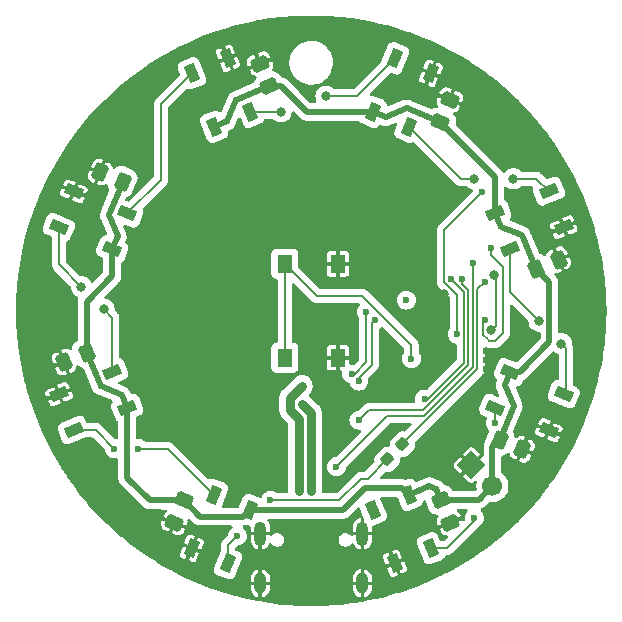
<source format=gtl>
G04 #@! TF.GenerationSoftware,KiCad,Pcbnew,7.0.10*
G04 #@! TF.CreationDate,2024-04-20T00:48:07+02:00*
G04 #@! TF.ProjectId,ledDisplay,6c656444-6973-4706-9c61-792e6b696361,rev?*
G04 #@! TF.SameCoordinates,Original*
G04 #@! TF.FileFunction,Copper,L1,Top*
G04 #@! TF.FilePolarity,Positive*
%FSLAX46Y46*%
G04 Gerber Fmt 4.6, Leading zero omitted, Abs format (unit mm)*
G04 Created by KiCad (PCBNEW 7.0.10) date 2024-04-20 00:48:07*
%MOMM*%
%LPD*%
G01*
G04 APERTURE LIST*
G04 Aperture macros list*
%AMRoundRect*
0 Rectangle with rounded corners*
0 $1 Rounding radius*
0 $2 $3 $4 $5 $6 $7 $8 $9 X,Y pos of 4 corners*
0 Add a 4 corners polygon primitive as box body*
4,1,4,$2,$3,$4,$5,$6,$7,$8,$9,$2,$3,0*
0 Add four circle primitives for the rounded corners*
1,1,$1+$1,$2,$3*
1,1,$1+$1,$4,$5*
1,1,$1+$1,$6,$7*
1,1,$1+$1,$8,$9*
0 Add four rect primitives between the rounded corners*
20,1,$1+$1,$2,$3,$4,$5,0*
20,1,$1+$1,$4,$5,$6,$7,0*
20,1,$1+$1,$6,$7,$8,$9,0*
20,1,$1+$1,$8,$9,$2,$3,0*%
%AMHorizOval*
0 Thick line with rounded ends*
0 $1 width*
0 $2 $3 position (X,Y) of the first rounded end (center of the circle)*
0 $4 $5 position (X,Y) of the second rounded end (center of the circle)*
0 Add line between two ends*
20,1,$1,$2,$3,$4,$5,0*
0 Add two circle primitives to create the rounded ends*
1,1,$1,$2,$3*
1,1,$1,$4,$5*%
%AMRotRect*
0 Rectangle, with rotation*
0 The origin of the aperture is its center*
0 $1 length*
0 $2 width*
0 $3 Rotation angle, in degrees counterclockwise*
0 Add horizontal line*
21,1,$1,$2,0,0,$3*%
G04 Aperture macros list end*
G04 #@! TA.AperFunction,SMDPad,CuDef*
%ADD10RoundRect,0.250000X-0.493584X-0.309687X0.130035X-0.567998X0.493584X0.309687X-0.130035X0.567998X0*%
G04 #@! TD*
G04 #@! TA.AperFunction,SMDPad,CuDef*
%ADD11RotRect,1.500000X0.900000X157.500000*%
G04 #@! TD*
G04 #@! TA.AperFunction,SMDPad,CuDef*
%ADD12RotRect,1.500000X0.900000X247.500000*%
G04 #@! TD*
G04 #@! TA.AperFunction,SMDPad,CuDef*
%ADD13RotRect,1.500000X0.900000X202.500000*%
G04 #@! TD*
G04 #@! TA.AperFunction,SMDPad,CuDef*
%ADD14RoundRect,0.250000X0.567998X-0.130035X0.309687X0.493584X-0.567998X0.130035X-0.309687X-0.493584X0*%
G04 #@! TD*
G04 #@! TA.AperFunction,SMDPad,CuDef*
%ADD15RoundRect,0.250000X0.493584X0.309687X-0.130035X0.567998X-0.493584X-0.309687X0.130035X-0.567998X0*%
G04 #@! TD*
G04 #@! TA.AperFunction,SMDPad,CuDef*
%ADD16RoundRect,0.250000X0.130035X0.567998X-0.493584X0.309687X-0.130035X-0.567998X0.493584X-0.309687X0*%
G04 #@! TD*
G04 #@! TA.AperFunction,SMDPad,CuDef*
%ADD17RoundRect,0.250000X-0.309687X0.493584X-0.567998X-0.130035X0.309687X-0.493584X0.567998X0.130035X0*%
G04 #@! TD*
G04 #@! TA.AperFunction,SMDPad,CuDef*
%ADD18RoundRect,0.250000X-0.567998X0.130035X-0.309687X-0.493584X0.567998X-0.130035X0.309687X0.493584X0*%
G04 #@! TD*
G04 #@! TA.AperFunction,SMDPad,CuDef*
%ADD19R,1.300000X1.550000*%
G04 #@! TD*
G04 #@! TA.AperFunction,SMDPad,CuDef*
%ADD20RotRect,1.500000X0.900000X22.500000*%
G04 #@! TD*
G04 #@! TA.AperFunction,SMDPad,CuDef*
%ADD21RotRect,1.500000X0.900000X112.500000*%
G04 #@! TD*
G04 #@! TA.AperFunction,SMDPad,CuDef*
%ADD22RotRect,1.500000X0.900000X292.500000*%
G04 #@! TD*
G04 #@! TA.AperFunction,SMDPad,CuDef*
%ADD23RoundRect,0.250000X0.309687X-0.493584X0.567998X0.130035X-0.309687X0.493584X-0.567998X-0.130035X0*%
G04 #@! TD*
G04 #@! TA.AperFunction,SMDPad,CuDef*
%ADD24RoundRect,0.250000X-0.130035X-0.567998X0.493584X-0.309687X0.130035X0.567998X-0.493584X0.309687X0*%
G04 #@! TD*
G04 #@! TA.AperFunction,SMDPad,CuDef*
%ADD25RotRect,1.500000X0.900000X337.500000*%
G04 #@! TD*
G04 #@! TA.AperFunction,SMDPad,CuDef*
%ADD26RotRect,1.500000X0.900000X67.500000*%
G04 #@! TD*
G04 #@! TA.AperFunction,SMDPad,CuDef*
%ADD27RoundRect,0.237500X-0.008839X-0.344715X0.344715X0.008839X0.008839X0.344715X-0.344715X-0.008839X0*%
G04 #@! TD*
G04 #@! TA.AperFunction,ComponentPad*
%ADD28RotRect,1.700000X1.700000X225.000000*%
G04 #@! TD*
G04 #@! TA.AperFunction,ComponentPad*
%ADD29HorizOval,1.700000X0.000000X0.000000X0.000000X0.000000X0*%
G04 #@! TD*
G04 #@! TA.AperFunction,ComponentPad*
%ADD30O,1.000000X1.800000*%
G04 #@! TD*
G04 #@! TA.AperFunction,ComponentPad*
%ADD31O,1.000000X2.100000*%
G04 #@! TD*
G04 #@! TA.AperFunction,ViaPad*
%ADD32C,0.600000*%
G04 #@! TD*
G04 #@! TA.AperFunction,ViaPad*
%ADD33C,0.800000*%
G04 #@! TD*
G04 #@! TA.AperFunction,Conductor*
%ADD34C,0.500000*%
G04 #@! TD*
G04 #@! TA.AperFunction,Conductor*
%ADD35C,0.200000*%
G04 #@! TD*
G04 #@! TA.AperFunction,Conductor*
%ADD36C,0.800000*%
G04 #@! TD*
G04 APERTURE END LIST*
D10*
X188953687Y-97937803D03*
X190870737Y-98731871D03*
D11*
X156154486Y-81808307D03*
X157417342Y-78759504D03*
X152890332Y-76884355D03*
X151627476Y-79933158D03*
D12*
X167808307Y-103845514D03*
X164759504Y-102582658D03*
X162884355Y-107109668D03*
X165933158Y-108372524D03*
D13*
X157417342Y-95240496D03*
X156154486Y-92191693D03*
X151627476Y-94066842D03*
X152890332Y-97115645D03*
D14*
X169453233Y-67984845D03*
X168659165Y-66067795D03*
D15*
X157046313Y-76062197D03*
X155129263Y-75268129D03*
D16*
X153984845Y-90546767D03*
X152067795Y-91340835D03*
D17*
X162195034Y-103054475D03*
X161400966Y-104971525D03*
D18*
X183966503Y-103022977D03*
X184760571Y-104940027D03*
D19*
X170750000Y-90975000D03*
X170750000Y-83025000D03*
X175250000Y-90975000D03*
X175250000Y-83025000D03*
D20*
X188582658Y-78759504D03*
X189845514Y-81808307D03*
X194372524Y-79933158D03*
X193109668Y-76884355D03*
D21*
X164759504Y-71417342D03*
X167808307Y-70154486D03*
X165933158Y-65627476D03*
X162884355Y-66890332D03*
D22*
X181240496Y-102582658D03*
X178191693Y-103845514D03*
X180066842Y-108372524D03*
X183115645Y-107109668D03*
D23*
X183937803Y-71046313D03*
X184731871Y-69129263D03*
D24*
X192015155Y-83453233D03*
X193932205Y-82659165D03*
D25*
X189845514Y-92191693D03*
X188582658Y-95240496D03*
X193109668Y-97115645D03*
X194372524Y-94066842D03*
D26*
X178191693Y-70154486D03*
X181240496Y-71417342D03*
X183115645Y-66890332D03*
X180066842Y-65627476D03*
D27*
X179430530Y-99588470D03*
X180721000Y-98298000D03*
D28*
X186544949Y-100057949D03*
D29*
X188341000Y-101854000D03*
D30*
X177320000Y-110075000D03*
D31*
X177320000Y-105875000D03*
D30*
X168680000Y-110075000D03*
D31*
X168680000Y-105875000D03*
D32*
X160528000Y-103054475D03*
D33*
X159512000Y-86105999D03*
D32*
X149860000Y-86995001D03*
D33*
X183223000Y-87576000D03*
D32*
X173482000Y-109855000D03*
X187833000Y-91948000D03*
D33*
X184223000Y-87576000D03*
D32*
X171958000Y-109855000D03*
X172720001Y-109855000D03*
D33*
X165989000Y-84836000D03*
D32*
X196850000Y-86233000D03*
D33*
X170687999Y-72390000D03*
X163449000Y-87376000D03*
D32*
X196850000Y-86995001D03*
D33*
X159512000Y-88265000D03*
X165143580Y-97492420D03*
X166580420Y-96055580D03*
D32*
X173228000Y-91059000D03*
X195951974Y-87757000D03*
D33*
X182223000Y-85576000D03*
X159512000Y-89280999D03*
D32*
X187833000Y-91186000D03*
X148961974Y-86995001D03*
D33*
X183223000Y-86576000D03*
D32*
X173482000Y-110753026D03*
X184942815Y-97124185D03*
D33*
X176827580Y-75100580D03*
X169164000Y-84836000D03*
D32*
X186116631Y-97220369D03*
X148961974Y-86233000D03*
D33*
X161036000Y-82423000D03*
D32*
X149860000Y-87757000D03*
X195951974Y-86233000D03*
X173990000Y-91059000D03*
D33*
X160909000Y-93345000D03*
X159512000Y-87249001D03*
X161627420Y-92626580D03*
D32*
X149860000Y-86233000D03*
D33*
X176019356Y-74292356D03*
D32*
X185039000Y-98298000D03*
D33*
X184223000Y-85576000D03*
X177546000Y-75819000D03*
X160190580Y-94063420D03*
X178264420Y-76537420D03*
X182223000Y-86576000D03*
X167005000Y-84836000D03*
X167388644Y-95247356D03*
X168656001Y-72390000D03*
D32*
X172720001Y-110753026D03*
X171958000Y-110753026D03*
X185481631Y-96585369D03*
X184404000Y-97663000D03*
D33*
X167512999Y-72390000D03*
D32*
X195951974Y-86995001D03*
X148961974Y-87757000D03*
D33*
X168021000Y-84836000D03*
D32*
X196850000Y-87757000D03*
D33*
X184223000Y-86576000D03*
X162435644Y-91818356D03*
X183223000Y-85576000D03*
X169672000Y-72390000D03*
X165862000Y-96774000D03*
D32*
X172466000Y-91059000D03*
D33*
X182223000Y-87576000D03*
D32*
X187833000Y-90424000D03*
X185577815Y-97759185D03*
X187717852Y-84540684D03*
X156337000Y-98679000D03*
X158368990Y-98679000D03*
D33*
X153543000Y-84963000D03*
X155448000Y-86868000D03*
X170434000Y-70154486D03*
X174244000Y-68834000D03*
X190119000Y-75819000D03*
X186817000Y-75819000D03*
X192278000Y-87884000D03*
X194183000Y-89789000D03*
D32*
X175133000Y-100202994D03*
X186690000Y-82931000D03*
X185743037Y-84315080D03*
X177038000Y-96266000D03*
X184823997Y-84328000D03*
X182596181Y-94458177D03*
X186817000Y-104521000D03*
X188595000Y-96520000D03*
X172212000Y-93345000D03*
X171958000Y-102295514D03*
X172974000Y-102295514D03*
X172211992Y-94869000D03*
X188214000Y-81661000D03*
X187706000Y-87757000D03*
X185348000Y-88980638D03*
X187452000Y-76962000D03*
X177673000Y-87122000D03*
X176419979Y-92345979D03*
X178435000Y-87757000D03*
X177021021Y-92947021D03*
X181483000Y-91044000D03*
X181042998Y-86106000D03*
D33*
X188480000Y-83973556D03*
X188249957Y-88654705D03*
D32*
X166751000Y-106045000D03*
X169545000Y-103045514D03*
D34*
X169453233Y-67984845D02*
X166612304Y-69161597D01*
X188582658Y-75691168D02*
X188582658Y-78759504D01*
X182995867Y-101855560D02*
X181240495Y-102582658D01*
X192015155Y-83453233D02*
X190838403Y-80612304D01*
X188341000Y-98550490D02*
X188953687Y-97937803D01*
X183583820Y-102099098D02*
X182995867Y-101855560D01*
X167808307Y-103845514D02*
X167234282Y-104419539D01*
X163560098Y-104419539D02*
X162195034Y-103054475D01*
X166612304Y-69161597D02*
X165868159Y-70958121D01*
X155161597Y-93387696D02*
X156958121Y-94131841D01*
X188341000Y-101854000D02*
X187172023Y-103022977D01*
X169453233Y-67984845D02*
X170473845Y-67984845D01*
X157417342Y-101156342D02*
X157417342Y-95240496D01*
X192015155Y-83453233D02*
X193167000Y-84605078D01*
X183937803Y-71046313D02*
X181096874Y-69869562D01*
X155869561Y-78903127D02*
X156613706Y-80699652D01*
X153984845Y-90546767D02*
X155161597Y-93387696D01*
X167234282Y-104419539D02*
X163560098Y-104419539D01*
X189041879Y-79868159D02*
X188582659Y-78759504D01*
X188953687Y-97937803D02*
X190130438Y-95096874D01*
X170473845Y-67984845D02*
X172643486Y-70154486D01*
X190838403Y-80612304D02*
X189041879Y-79868159D01*
X193167000Y-89662000D02*
X190637307Y-92191693D01*
X183966503Y-103022977D02*
X183583820Y-102099098D01*
X167808307Y-103845514D02*
X175681486Y-103845514D01*
X193167000Y-84605078D02*
X193167000Y-89662000D01*
X180666471Y-102008633D02*
X181240496Y-102582658D01*
X156958121Y-94131841D02*
X157417341Y-95240496D01*
X190637307Y-92191693D02*
X189845514Y-92191693D01*
X179300349Y-70613706D02*
X178191694Y-70154486D01*
X156154486Y-84048411D02*
X156154486Y-81808307D01*
X153984845Y-86218052D02*
X156154486Y-84048411D01*
X183937803Y-71046313D02*
X188582658Y-75691168D01*
X162195034Y-103054475D02*
X159315475Y-103054475D01*
X189386294Y-93300349D02*
X189845514Y-92191694D01*
X177518367Y-102008633D02*
X180666471Y-102008633D01*
X190130439Y-95096873D02*
X189386294Y-93300348D01*
X181096873Y-69869561D02*
X179300348Y-70613706D01*
X153984845Y-90546767D02*
X153984845Y-86218052D01*
X172643486Y-70154486D02*
X178191693Y-70154486D01*
X188341000Y-101854000D02*
X188341000Y-98550490D01*
X159315475Y-103054475D02*
X157417342Y-101156342D01*
X156613706Y-80699651D02*
X156154486Y-81808306D01*
X175681486Y-103845514D02*
X177518367Y-102008633D01*
X157046313Y-76062197D02*
X155869562Y-78903126D01*
X165868159Y-70958121D02*
X164759504Y-71417341D01*
X187172023Y-103022977D02*
X183966503Y-103022977D01*
D35*
X168659165Y-66067795D02*
X168276482Y-65143916D01*
X194856084Y-82276482D02*
X195099622Y-81688529D01*
X184731871Y-69129263D02*
X185114554Y-68205383D01*
X161354342Y-104948060D02*
X160971659Y-105871939D01*
X168276482Y-65143916D02*
X167688529Y-64900378D01*
X185114554Y-68205383D02*
X184871016Y-67617430D01*
X161215197Y-106459893D02*
X162970568Y-107186993D01*
X153617430Y-75128984D02*
X152890331Y-76884355D01*
X192382570Y-98871016D02*
X193109669Y-97115645D01*
X181919642Y-106116779D02*
X181175497Y-107913303D01*
X154205383Y-74885446D02*
X153617430Y-75128984D01*
X155129263Y-75268129D02*
X154205383Y-74885446D01*
X150900378Y-92311471D02*
X151627476Y-94066843D01*
X184760571Y-104940027D02*
X181919642Y-106116779D01*
X160971659Y-105871939D02*
X161215197Y-106459893D01*
X151143916Y-91723518D02*
X150900378Y-92311471D01*
X152067795Y-91340835D02*
X151143916Y-91723518D01*
X195099622Y-81688529D02*
X194372524Y-79933157D01*
X181175497Y-107913303D02*
X180066842Y-108372523D01*
X167688529Y-64900378D02*
X165933157Y-65627476D01*
X190870737Y-98731871D02*
X191794617Y-99114554D01*
X184871016Y-67617430D02*
X183115645Y-66890331D01*
X193932205Y-82659165D02*
X194856084Y-82276482D01*
X191794617Y-99114554D02*
X192382570Y-98871016D01*
X187068000Y-85190536D02*
X187717852Y-84540684D01*
X180721000Y-98298000D02*
X187068000Y-91951000D01*
X187068000Y-91951000D02*
X187068000Y-85190536D01*
X154773645Y-97115645D02*
X156337000Y-98679000D01*
X164759504Y-102582658D02*
X160855846Y-98679000D01*
X160855846Y-98679000D02*
X158368990Y-98679000D01*
X152890332Y-97115645D02*
X154773645Y-97115645D01*
X156154486Y-87574486D02*
X155448000Y-86868000D01*
X153543000Y-84963000D02*
X151627476Y-83047476D01*
X151627476Y-83047476D02*
X151627476Y-79933158D01*
X156154486Y-92191693D02*
X156154486Y-87574486D01*
X160274000Y-69500687D02*
X162884355Y-66890332D01*
X160274000Y-75902846D02*
X160274000Y-69500687D01*
X157417342Y-78759504D02*
X160274000Y-75902846D01*
X180066842Y-65627476D02*
X176860318Y-68834000D01*
X176860318Y-68834000D02*
X174244000Y-68834000D01*
X167808307Y-70154486D02*
X170434000Y-70154486D01*
X185642154Y-75819000D02*
X186817000Y-75819000D01*
X190119000Y-75819000D02*
X192044313Y-75819000D01*
X192044313Y-75819000D02*
X193109668Y-76884355D01*
X181240496Y-71417342D02*
X185642154Y-75819000D01*
X194564000Y-90170000D02*
X194564000Y-93875366D01*
X194564000Y-93875366D02*
X194372524Y-94066842D01*
X189845514Y-81808307D02*
X189845514Y-85451514D01*
X194183000Y-89789000D02*
X194564000Y-90170000D01*
X189845514Y-85451514D02*
X192278000Y-87884000D01*
X186690000Y-85115200D02*
X186688000Y-85117200D01*
X182527401Y-95886000D02*
X179449994Y-95886000D01*
X186690000Y-82931000D02*
X186690000Y-85115200D01*
X186688000Y-85117200D02*
X186688000Y-91725401D01*
X179449994Y-95886000D02*
X175133000Y-100202994D01*
X186688000Y-91725401D02*
X182527401Y-95886000D01*
X186308000Y-85274601D02*
X185743037Y-84709638D01*
X177927000Y-95377000D02*
X182499000Y-95377000D01*
X177038000Y-96266000D02*
X177927000Y-95377000D01*
X186308000Y-91567999D02*
X186308000Y-85274601D01*
X185743037Y-84709638D02*
X185743037Y-84315080D01*
X182499000Y-95377000D02*
X186308000Y-91567999D01*
X182880421Y-94458177D02*
X182596181Y-94458177D01*
X185928000Y-91410598D02*
X182880421Y-94458177D01*
X184823997Y-84328000D02*
X185928000Y-85432003D01*
X185928000Y-85432003D02*
X185928000Y-91410598D01*
X188582658Y-95240496D02*
X188582658Y-96507658D01*
X183115645Y-107109668D02*
X184482332Y-107109668D01*
X184482332Y-107109668D02*
X186817000Y-104775000D01*
X188582658Y-96507658D02*
X188595000Y-96520000D01*
X186817000Y-104775000D02*
X186817000Y-104521000D01*
D36*
X171196000Y-94361000D02*
X171196000Y-95377000D01*
X171958000Y-96139000D02*
X171958000Y-102295514D01*
X172212000Y-93345000D02*
X171196000Y-94361000D01*
X171196000Y-95377000D02*
X171958000Y-96139000D01*
X172974000Y-95631008D02*
X172974000Y-102295514D01*
X172211992Y-94869000D02*
X172974000Y-95631008D01*
D35*
X187569957Y-89017957D02*
X187569957Y-87893043D01*
X187569957Y-87893043D02*
X187706000Y-87757000D01*
X188214000Y-82296000D02*
X189230000Y-83312000D01*
X189230000Y-83312000D02*
X189230000Y-88900000D01*
X188087000Y-89535000D02*
X187960000Y-89408000D01*
X187960000Y-89408000D02*
X187569957Y-89017957D01*
X188595000Y-89535000D02*
X188087000Y-89535000D01*
X189230000Y-88900000D02*
X188595000Y-89535000D01*
X188214000Y-81661000D02*
X188214000Y-82296000D01*
X184243997Y-84568244D02*
X184243997Y-80170003D01*
X185348000Y-88980638D02*
X185348000Y-85653000D01*
X184658000Y-84963000D02*
X184638753Y-84963000D01*
X185348000Y-85653000D02*
X184658000Y-84963000D01*
X184243997Y-80170003D02*
X187452000Y-76962000D01*
X184638753Y-84963000D02*
X184243997Y-84568244D01*
X177673000Y-91375800D02*
X176702822Y-92345979D01*
X177673000Y-87122000D02*
X177673000Y-91375800D01*
X176702822Y-92345979D02*
X176419979Y-92345979D01*
X178435000Y-87757000D02*
X178123001Y-88068999D01*
X177021021Y-92664178D02*
X177021021Y-92947021D01*
X178123001Y-91562199D02*
X177021021Y-92664178D01*
X178123001Y-88068999D02*
X178123001Y-91562199D01*
X170750000Y-90975000D02*
X170750000Y-83025000D01*
X181483000Y-89916000D02*
X181483000Y-91044000D01*
X173450000Y-85725000D02*
X177292000Y-85725000D01*
X177292000Y-85725000D02*
X181483000Y-89916000D01*
X170750000Y-83025000D02*
X173450000Y-85725000D01*
X188249957Y-88654705D02*
X188651972Y-88252690D01*
X188651972Y-88252690D02*
X188651972Y-84145528D01*
X188651972Y-84145528D02*
X188480000Y-83973556D01*
X177214890Y-101219000D02*
X175388376Y-103045514D01*
X165933158Y-106862842D02*
X166497000Y-106299000D01*
X166497000Y-106299000D02*
X166751000Y-106045000D01*
X165933158Y-108372524D02*
X165933158Y-106862842D01*
X175388376Y-103045514D02*
X169545000Y-103045514D01*
X177800000Y-101219000D02*
X177214890Y-101219000D01*
X179430530Y-99588470D02*
X177800000Y-101219000D01*
G04 #@! TA.AperFunction,Conductor*
G36*
X190035703Y-86491384D02*
G01*
X190042181Y-86497416D01*
X191336221Y-87791456D01*
X191369706Y-87852779D01*
X191372540Y-87879137D01*
X191372540Y-87883997D01*
X191372540Y-87884000D01*
X191392326Y-88072256D01*
X191392327Y-88072259D01*
X191450818Y-88252277D01*
X191450821Y-88252284D01*
X191545467Y-88416216D01*
X191672129Y-88556888D01*
X191825265Y-88668148D01*
X191825270Y-88668151D01*
X191998192Y-88745142D01*
X191998197Y-88745144D01*
X192183354Y-88784500D01*
X192183355Y-88784500D01*
X192292500Y-88784500D01*
X192359539Y-88804185D01*
X192405294Y-88856989D01*
X192416500Y-88908500D01*
X192416500Y-89299769D01*
X192396815Y-89366808D01*
X192380181Y-89387450D01*
X190440962Y-91326668D01*
X190379639Y-91360153D01*
X190309947Y-91355169D01*
X190305828Y-91353548D01*
X190277113Y-91341654D01*
X189603122Y-91062478D01*
X189472122Y-91008216D01*
X189472121Y-91008215D01*
X189472117Y-91008214D01*
X189414591Y-90991322D01*
X189405599Y-90991000D01*
X189270763Y-90986184D01*
X189270756Y-90986185D01*
X189131310Y-91021777D01*
X189007535Y-91095216D01*
X189007530Y-91095220D01*
X188909466Y-91200548D01*
X188909463Y-91200552D01*
X188880732Y-91253166D01*
X188499678Y-92173116D01*
X188482783Y-92230649D01*
X188477646Y-92374474D01*
X188477647Y-92374481D01*
X188509603Y-92499680D01*
X188513240Y-92513929D01*
X188586679Y-92637704D01*
X188586681Y-92637706D01*
X188586682Y-92637707D01*
X188692010Y-92735771D01*
X188692013Y-92735773D01*
X188692015Y-92735775D01*
X188692017Y-92735776D01*
X188698300Y-92740306D01*
X188696933Y-92742200D01*
X188738099Y-92783365D01*
X188752951Y-92851638D01*
X188743828Y-92890246D01*
X188717302Y-92954285D01*
X188709217Y-92970384D01*
X188696907Y-92991008D01*
X188696906Y-92991009D01*
X188682006Y-93038265D01*
X188678314Y-93048412D01*
X188676195Y-93053527D01*
X188676193Y-93053533D01*
X188667740Y-93083336D01*
X188666708Y-93086783D01*
X188644152Y-93158323D01*
X188642795Y-93165417D01*
X188642737Y-93165406D01*
X188641426Y-93172839D01*
X188641485Y-93172849D01*
X188640334Y-93179975D01*
X188637061Y-93254928D01*
X188636851Y-93258524D01*
X188631404Y-93333304D01*
X188631720Y-93340523D01*
X188631660Y-93340525D01*
X188632098Y-93348047D01*
X188632157Y-93348043D01*
X188632682Y-93355253D01*
X188646782Y-93428938D01*
X188647408Y-93432487D01*
X188659352Y-93506504D01*
X188661324Y-93513458D01*
X188661267Y-93513473D01*
X188663429Y-93520695D01*
X188663485Y-93520678D01*
X188665656Y-93527564D01*
X188680271Y-93560134D01*
X188696370Y-93596011D01*
X188697786Y-93599294D01*
X188913262Y-94119501D01*
X188920731Y-94188971D01*
X188889456Y-94251450D01*
X188829367Y-94287102D01*
X188759542Y-94284608D01*
X188751253Y-94281517D01*
X188277815Y-94085413D01*
X188209266Y-94057019D01*
X188209265Y-94057018D01*
X188209261Y-94057017D01*
X188151735Y-94040125D01*
X188142743Y-94039803D01*
X188007907Y-94034987D01*
X188007900Y-94034988D01*
X187868454Y-94070580D01*
X187744679Y-94144019D01*
X187744674Y-94144023D01*
X187646610Y-94249351D01*
X187646607Y-94249355D01*
X187617876Y-94301969D01*
X187236822Y-95221919D01*
X187219927Y-95279452D01*
X187214790Y-95423277D01*
X187214791Y-95423284D01*
X187248942Y-95557083D01*
X187250384Y-95562732D01*
X187323823Y-95686507D01*
X187323825Y-95686509D01*
X187323826Y-95686510D01*
X187429154Y-95784574D01*
X187429157Y-95784576D01*
X187429159Y-95784578D01*
X187447871Y-95794796D01*
X187481772Y-95813308D01*
X187481778Y-95813310D01*
X187481779Y-95813311D01*
X187831608Y-95958214D01*
X187886010Y-96002055D01*
X187908075Y-96068349D01*
X187890796Y-96136048D01*
X187889149Y-96138746D01*
X187869211Y-96170477D01*
X187809631Y-96340745D01*
X187809630Y-96340750D01*
X187789435Y-96519996D01*
X187789435Y-96520003D01*
X187809630Y-96699249D01*
X187809631Y-96699254D01*
X187869211Y-96869523D01*
X187965184Y-97022262D01*
X188041010Y-97098088D01*
X188074495Y-97159411D01*
X188069511Y-97229103D01*
X188067890Y-97233221D01*
X187747595Y-98006485D01*
X187747592Y-98006493D01*
X187716018Y-98111956D01*
X187715457Y-98111788D01*
X187701616Y-98147769D01*
X187697888Y-98153813D01*
X187666192Y-98221784D01*
X187664623Y-98225026D01*
X187630957Y-98292062D01*
X187628488Y-98298847D01*
X187628432Y-98298826D01*
X187625960Y-98305940D01*
X187626015Y-98305959D01*
X187623743Y-98312815D01*
X187608573Y-98386278D01*
X187607793Y-98389794D01*
X187590499Y-98462769D01*
X187589661Y-98469944D01*
X187589601Y-98469937D01*
X187588835Y-98477435D01*
X187588895Y-98477441D01*
X187588265Y-98484630D01*
X187590448Y-98559618D01*
X187590500Y-98563225D01*
X187590500Y-99226842D01*
X187570815Y-99293881D01*
X187518011Y-99339636D01*
X187466500Y-99350842D01*
X187464186Y-99350842D01*
X186989763Y-99825265D01*
X186926710Y-99727151D01*
X186818049Y-99632997D01*
X186776667Y-99614098D01*
X187252055Y-99138710D01*
X187252055Y-99138709D01*
X186725412Y-98612067D01*
X186725401Y-98612057D01*
X186705612Y-98596382D01*
X186601030Y-98555867D01*
X186488869Y-98555867D01*
X186384283Y-98596384D01*
X186364492Y-98612059D01*
X186364488Y-98612063D01*
X185837842Y-99138710D01*
X186313230Y-99614098D01*
X186271849Y-99632997D01*
X186163188Y-99727151D01*
X186100133Y-99825265D01*
X185625710Y-99350842D01*
X185625709Y-99350842D01*
X185099065Y-99877486D01*
X185083382Y-99897285D01*
X185042867Y-100001868D01*
X185042867Y-100114028D01*
X185083384Y-100218614D01*
X185099059Y-100238405D01*
X185099063Y-100238409D01*
X185625710Y-100765055D01*
X186100133Y-100290632D01*
X186163188Y-100388747D01*
X186271849Y-100482901D01*
X186313230Y-100501799D01*
X185837842Y-100977186D01*
X185837842Y-100977187D01*
X186364485Y-101503830D01*
X186364496Y-101503840D01*
X186384285Y-101519515D01*
X186488868Y-101560031D01*
X186601029Y-101560031D01*
X186705614Y-101519513D01*
X186725402Y-101503840D01*
X186823389Y-101405853D01*
X186884712Y-101372368D01*
X186954404Y-101377352D01*
X187010338Y-101419223D01*
X187034755Y-101484687D01*
X187030846Y-101525626D01*
X187005939Y-101618583D01*
X187005936Y-101618596D01*
X186985341Y-101853999D01*
X186985341Y-101854001D01*
X187003977Y-102067011D01*
X186990210Y-102135511D01*
X186968131Y-102165498D01*
X186897474Y-102236157D01*
X186836152Y-102269643D01*
X186809792Y-102272477D01*
X185064961Y-102272477D01*
X184997922Y-102252792D01*
X184952167Y-102199988D01*
X184950440Y-102196024D01*
X184950430Y-102196004D01*
X184950424Y-102195988D01*
X184933984Y-102165498D01*
X184901388Y-102105043D01*
X184901386Y-102105040D01*
X184786671Y-101972299D01*
X184644440Y-101869591D01*
X184644438Y-101869590D01*
X184482351Y-101802452D01*
X184482349Y-101802451D01*
X184482344Y-101802450D01*
X184318006Y-101775932D01*
X184254959Y-101745820D01*
X184227771Y-101710774D01*
X184209017Y-101674747D01*
X184209015Y-101674745D01*
X184209015Y-101674744D01*
X184204962Y-101668773D01*
X184205012Y-101668738D01*
X184200688Y-101662563D01*
X184200639Y-101662599D01*
X184196413Y-101656747D01*
X184196411Y-101656744D01*
X184196410Y-101656743D01*
X184145717Y-101601421D01*
X184143355Y-101598767D01*
X184094302Y-101542005D01*
X184094301Y-101542004D01*
X184088980Y-101537128D01*
X184089020Y-101537083D01*
X184083392Y-101532074D01*
X184083353Y-101532120D01*
X184077880Y-101527390D01*
X184015820Y-101485266D01*
X184012867Y-101483199D01*
X183952065Y-101439294D01*
X183945762Y-101435776D01*
X183945790Y-101435724D01*
X183939159Y-101432148D01*
X183939132Y-101432201D01*
X183932726Y-101428866D01*
X183862610Y-101402184D01*
X183859260Y-101400853D01*
X183341930Y-101186569D01*
X183325828Y-101178482D01*
X183305207Y-101166173D01*
X183305203Y-101166171D01*
X183257959Y-101151275D01*
X183247814Y-101147584D01*
X183242690Y-101145462D01*
X183212905Y-101137015D01*
X183209453Y-101135981D01*
X183137887Y-101113416D01*
X183130801Y-101112061D01*
X183130811Y-101112003D01*
X183123379Y-101110692D01*
X183123370Y-101110751D01*
X183116243Y-101109601D01*
X183041311Y-101106329D01*
X183037710Y-101106119D01*
X182962906Y-101100669D01*
X182955692Y-101100984D01*
X182955689Y-101100926D01*
X182948165Y-101101364D01*
X182948170Y-101101423D01*
X182940967Y-101101948D01*
X182940966Y-101101948D01*
X182921775Y-101105620D01*
X182867308Y-101116042D01*
X182863762Y-101116667D01*
X182789702Y-101128619D01*
X182782761Y-101130588D01*
X182782745Y-101130533D01*
X182775518Y-101132697D01*
X182775536Y-101132752D01*
X182768650Y-101134923D01*
X182700240Y-101165619D01*
X182696930Y-101167047D01*
X181939050Y-101480971D01*
X181869580Y-101488440D01*
X181807101Y-101457165D01*
X181789834Y-101434938D01*
X181789119Y-101435455D01*
X181784578Y-101429159D01*
X181686513Y-101323828D01*
X181686508Y-101323824D01*
X181686507Y-101323823D01*
X181562732Y-101250384D01*
X181562731Y-101250383D01*
X181562730Y-101250383D01*
X181423284Y-101214791D01*
X181423277Y-101214790D01*
X181279453Y-101219927D01*
X181279449Y-101219928D01*
X181221915Y-101236822D01*
X181044154Y-101310453D01*
X180974685Y-101317922D01*
X180941055Y-101306704D01*
X180924904Y-101298593D01*
X180924902Y-101298592D01*
X180924897Y-101298590D01*
X180918116Y-101296122D01*
X180918136Y-101296066D01*
X180911020Y-101293592D01*
X180911002Y-101293648D01*
X180904145Y-101291376D01*
X180830681Y-101276206D01*
X180827164Y-101275426D01*
X180754189Y-101258132D01*
X180747018Y-101257294D01*
X180747024Y-101257234D01*
X180739526Y-101256468D01*
X180739521Y-101256528D01*
X180732331Y-101255898D01*
X180657341Y-101258081D01*
X180653734Y-101258133D01*
X178909464Y-101258133D01*
X178842425Y-101238448D01*
X178796670Y-101185644D01*
X178786726Y-101116486D01*
X178815751Y-101052930D01*
X178821783Y-101046452D01*
X179077516Y-100790718D01*
X179174628Y-100693605D01*
X179235949Y-100660122D01*
X179290901Y-100660630D01*
X179335431Y-100671185D01*
X179335432Y-100671185D01*
X179507948Y-100671185D01*
X179507951Y-100671185D01*
X179675820Y-100631399D01*
X179829989Y-100553973D01*
X179908763Y-100489803D01*
X180331861Y-100066703D01*
X180396033Y-99987929D01*
X180473459Y-99833760D01*
X180513245Y-99665891D01*
X180513245Y-99504715D01*
X180532930Y-99437676D01*
X180585734Y-99391921D01*
X180637245Y-99380715D01*
X180798418Y-99380715D01*
X180798421Y-99380715D01*
X180966290Y-99340929D01*
X181120459Y-99263503D01*
X181199233Y-99199333D01*
X181622331Y-98776233D01*
X181686503Y-98697459D01*
X181763929Y-98543290D01*
X181803715Y-98375421D01*
X181803715Y-98202901D01*
X181793161Y-98158372D01*
X181796853Y-98088604D01*
X181826135Y-98042098D01*
X187459044Y-92409190D01*
X187471230Y-92398503D01*
X187496282Y-92379282D01*
X187499969Y-92374477D01*
X187521836Y-92345981D01*
X187546466Y-92313881D01*
X187592536Y-92253841D01*
X187653044Y-92107762D01*
X187673682Y-91951000D01*
X187672136Y-91939260D01*
X187669561Y-91919697D01*
X187668500Y-91903512D01*
X187668500Y-90197207D01*
X187688185Y-90130168D01*
X187740989Y-90084413D01*
X187810147Y-90074469D01*
X187839948Y-90082644D01*
X187930238Y-90120044D01*
X187993830Y-90128416D01*
X188086999Y-90140682D01*
X188087000Y-90140682D01*
X188118302Y-90136560D01*
X188134487Y-90135500D01*
X188547513Y-90135500D01*
X188563697Y-90136560D01*
X188595000Y-90140682D01*
X188595001Y-90140682D01*
X188674862Y-90130168D01*
X188751762Y-90120044D01*
X188897841Y-90059536D01*
X188898927Y-90058701D01*
X188898967Y-90058686D01*
X188898960Y-90058677D01*
X188958176Y-90013239D01*
X189023282Y-89963282D01*
X189042509Y-89938223D01*
X189053190Y-89926043D01*
X189621043Y-89358190D01*
X189633223Y-89347509D01*
X189658282Y-89328282D01*
X189754536Y-89202841D01*
X189815044Y-89056762D01*
X189822923Y-88996912D01*
X189835682Y-88900000D01*
X189831561Y-88868697D01*
X189830500Y-88852512D01*
X189830500Y-86585097D01*
X189850185Y-86518058D01*
X189902989Y-86472303D01*
X189972147Y-86462359D01*
X190035703Y-86491384D01*
G37*
G04 #@! TD.AperFunction*
G04 #@! TA.AperFunction,Conductor*
G36*
X173419443Y-62005447D02*
G01*
X173521542Y-62006469D01*
X173525103Y-62006558D01*
X174407597Y-62041670D01*
X174408602Y-62041715D01*
X174517154Y-62047150D01*
X174520600Y-62047374D01*
X175395009Y-62117066D01*
X175396005Y-62117151D01*
X175510217Y-62127463D01*
X175513762Y-62127835D01*
X176379181Y-62231574D01*
X176379960Y-62231671D01*
X176499382Y-62247292D01*
X176502781Y-62247787D01*
X177357964Y-62384978D01*
X177359003Y-62385150D01*
X177482967Y-62406441D01*
X177486320Y-62407067D01*
X178330277Y-62577122D01*
X178331399Y-62577355D01*
X178459361Y-62604643D01*
X178462690Y-62605402D01*
X179294534Y-62807737D01*
X179295725Y-62808034D01*
X179427083Y-62841593D01*
X179430314Y-62842467D01*
X180249042Y-63076450D01*
X180250289Y-63076815D01*
X180384626Y-63116924D01*
X180387778Y-63117913D01*
X181192574Y-63382950D01*
X181193621Y-63383302D01*
X181330274Y-63430135D01*
X181333490Y-63431287D01*
X181737542Y-63582406D01*
X182123208Y-63726650D01*
X182124455Y-63727125D01*
X182262816Y-63780820D01*
X182265863Y-63782050D01*
X182934489Y-64062906D01*
X183039596Y-64107057D01*
X183041025Y-64107668D01*
X183180614Y-64168372D01*
X183183594Y-64169716D01*
X183940521Y-64523695D01*
X183941734Y-64524272D01*
X184082196Y-64592163D01*
X184085097Y-64593613D01*
X184824251Y-64975802D01*
X184825528Y-64976473D01*
X184966157Y-65051528D01*
X184968966Y-65053076D01*
X185660252Y-65446104D01*
X185689488Y-65462726D01*
X185690896Y-65463539D01*
X185831064Y-65545717D01*
X185833839Y-65547393D01*
X186525128Y-65977661D01*
X186534826Y-65983697D01*
X186536187Y-65984557D01*
X186675650Y-66074005D01*
X186678273Y-66075736D01*
X187359060Y-66538002D01*
X187360386Y-66538917D01*
X187362143Y-66540146D01*
X187498419Y-66635455D01*
X187501033Y-66637334D01*
X187620613Y-66725675D01*
X188160567Y-67124574D01*
X188161865Y-67125547D01*
X188298239Y-67229290D01*
X188300711Y-67231222D01*
X188938395Y-67742728D01*
X188939678Y-67743772D01*
X189050952Y-67835676D01*
X189073649Y-67854422D01*
X189076047Y-67856454D01*
X189537994Y-68258198D01*
X189691032Y-68391291D01*
X189692386Y-68392486D01*
X189823566Y-68509969D01*
X189825868Y-68512083D01*
X190417440Y-69069380D01*
X190418767Y-69070650D01*
X190546774Y-69194871D01*
X190548968Y-69197053D01*
X190707272Y-69358536D01*
X191116436Y-69775918D01*
X191117633Y-69777158D01*
X191242106Y-69908018D01*
X191244177Y-69910250D01*
X191692754Y-70405797D01*
X191786765Y-70509651D01*
X191788029Y-70511070D01*
X191908461Y-70648282D01*
X191910432Y-70650583D01*
X192196027Y-70992472D01*
X192421103Y-71261914D01*
X192427520Y-71269595D01*
X192428747Y-71271088D01*
X192544775Y-71414469D01*
X192546634Y-71416823D01*
X193037649Y-72054536D01*
X193038834Y-72056101D01*
X193150050Y-72205375D01*
X193151794Y-72207775D01*
X193616161Y-72863226D01*
X193617174Y-72864679D01*
X193723334Y-73019750D01*
X193724940Y-73022159D01*
X194162000Y-73694197D01*
X194163091Y-73695904D01*
X194263677Y-73856239D01*
X194265192Y-73858718D01*
X194674496Y-74546438D01*
X194675533Y-74548214D01*
X194770264Y-74713564D01*
X194771664Y-74716074D01*
X195152727Y-75418460D01*
X195153707Y-75420304D01*
X195242288Y-75590350D01*
X195243573Y-75592886D01*
X195595900Y-76308829D01*
X195596819Y-76310739D01*
X195679045Y-76485296D01*
X195680214Y-76487853D01*
X196003308Y-77216133D01*
X196004164Y-77218107D01*
X196079778Y-77396850D01*
X196080832Y-77399422D01*
X196374370Y-78139094D01*
X196375157Y-78141130D01*
X196443874Y-78323592D01*
X196444814Y-78326174D01*
X196708427Y-79076117D01*
X196709143Y-79078213D01*
X196770762Y-79264055D01*
X196771589Y-79266643D01*
X197004957Y-80025755D01*
X197005597Y-80027906D01*
X197059955Y-80216837D01*
X197060656Y-80219378D01*
X197263472Y-80986453D01*
X197264033Y-80988659D01*
X197310941Y-81180242D01*
X197311545Y-81182827D01*
X197483582Y-81956816D01*
X197484062Y-81959073D01*
X197523369Y-82152876D01*
X197523863Y-82155452D01*
X197664911Y-82935213D01*
X197665306Y-82937520D01*
X197696893Y-83133150D01*
X197697279Y-83135712D01*
X197807171Y-83920155D01*
X197807477Y-83922506D01*
X197831238Y-84119457D01*
X197831519Y-84122001D01*
X197910111Y-84909911D01*
X197910326Y-84912305D01*
X197926220Y-85110457D01*
X197926396Y-85112979D01*
X197973579Y-85903029D01*
X197973701Y-85905460D01*
X197981662Y-86104267D01*
X197981736Y-86106763D01*
X197999450Y-86997534D01*
X197999450Y-87002464D01*
X197981736Y-87893235D01*
X197981662Y-87895731D01*
X197973703Y-88094496D01*
X197973581Y-88096927D01*
X197926396Y-88887019D01*
X197926220Y-88889541D01*
X197910326Y-89087693D01*
X197910111Y-89090087D01*
X197831519Y-89877997D01*
X197831238Y-89880541D01*
X197807477Y-90077492D01*
X197807171Y-90079843D01*
X197697279Y-90864286D01*
X197696893Y-90866848D01*
X197665306Y-91062478D01*
X197664911Y-91064785D01*
X197523863Y-91844546D01*
X197523369Y-91847122D01*
X197484062Y-92040925D01*
X197483582Y-92043182D01*
X197311545Y-92817171D01*
X197310941Y-92819756D01*
X197264033Y-93011339D01*
X197263472Y-93013545D01*
X197060670Y-93780571D01*
X197059955Y-93783161D01*
X197005597Y-93972092D01*
X197004957Y-93974243D01*
X196771589Y-94733355D01*
X196770762Y-94735943D01*
X196709143Y-94921785D01*
X196708427Y-94923881D01*
X196444814Y-95673824D01*
X196443874Y-95676406D01*
X196375157Y-95858868D01*
X196374370Y-95860904D01*
X196080832Y-96600576D01*
X196079778Y-96603148D01*
X196004164Y-96781891D01*
X196003308Y-96783865D01*
X195680214Y-97512145D01*
X195679045Y-97514702D01*
X195596819Y-97689259D01*
X195595900Y-97691169D01*
X195243573Y-98407112D01*
X195242288Y-98409648D01*
X195153707Y-98579694D01*
X195152727Y-98581538D01*
X194771664Y-99283924D01*
X194770264Y-99286434D01*
X194675533Y-99451784D01*
X194674496Y-99453560D01*
X194265192Y-100141280D01*
X194263677Y-100143759D01*
X194163091Y-100304094D01*
X194162000Y-100305801D01*
X193724940Y-100977839D01*
X193723311Y-100980282D01*
X193617245Y-101135218D01*
X193616104Y-101136855D01*
X193151794Y-101792223D01*
X193150050Y-101794623D01*
X193038834Y-101943897D01*
X193037649Y-101945462D01*
X192546634Y-102583175D01*
X192544775Y-102585529D01*
X192428747Y-102728910D01*
X192427520Y-102730403D01*
X191910432Y-103349415D01*
X191908461Y-103351716D01*
X191788029Y-103488928D01*
X191786765Y-103490347D01*
X191244189Y-104089735D01*
X191242106Y-104091980D01*
X191117684Y-104222788D01*
X191116386Y-104224132D01*
X190548968Y-104802945D01*
X190546774Y-104805127D01*
X190418767Y-104929348D01*
X190417440Y-104930618D01*
X189825868Y-105487915D01*
X189823566Y-105490029D01*
X189692386Y-105607512D01*
X189691032Y-105608707D01*
X189076057Y-106143535D01*
X189073649Y-106145576D01*
X188939723Y-106256189D01*
X188938347Y-106257309D01*
X188300731Y-106768761D01*
X188298219Y-106770724D01*
X188161911Y-106874417D01*
X188160516Y-106875462D01*
X187501033Y-107362664D01*
X187498419Y-107364543D01*
X187360429Y-107461051D01*
X187359020Y-107462023D01*
X186678308Y-107924239D01*
X186675594Y-107926030D01*
X186536246Y-108015404D01*
X186534826Y-108016301D01*
X185833855Y-108452595D01*
X185831046Y-108454292D01*
X185690916Y-108536447D01*
X185689488Y-108537272D01*
X184969012Y-108946897D01*
X184966110Y-108948496D01*
X184825602Y-109023486D01*
X184824170Y-109024238D01*
X184085142Y-109406362D01*
X184082150Y-109407858D01*
X183941840Y-109475675D01*
X183940408Y-109476356D01*
X183183643Y-109830259D01*
X183180565Y-109831648D01*
X183041025Y-109892330D01*
X183039596Y-109892941D01*
X182265918Y-110217925D01*
X182262758Y-110219201D01*
X182124572Y-110272828D01*
X182123148Y-110273371D01*
X181333490Y-110568711D01*
X181330254Y-110569870D01*
X181193833Y-110616624D01*
X181192418Y-110617100D01*
X180387857Y-110882060D01*
X180384545Y-110883099D01*
X180250371Y-110923159D01*
X180248970Y-110923569D01*
X179430388Y-111157511D01*
X179427007Y-111158425D01*
X179295823Y-111191939D01*
X179294437Y-111192285D01*
X178462748Y-111394582D01*
X178459303Y-111395368D01*
X178331525Y-111422617D01*
X178330156Y-111422901D01*
X177486395Y-111592917D01*
X177482891Y-111593571D01*
X177359148Y-111614823D01*
X177357800Y-111615047D01*
X176502860Y-111752199D01*
X176499302Y-111752717D01*
X176380209Y-111768295D01*
X176378884Y-111768461D01*
X175513792Y-111872159D01*
X175510185Y-111872538D01*
X175396145Y-111882835D01*
X175394846Y-111882945D01*
X174520705Y-111952617D01*
X174517052Y-111952854D01*
X174408718Y-111958277D01*
X174407449Y-111958334D01*
X173525168Y-111993438D01*
X173521480Y-111993530D01*
X173420022Y-111994546D01*
X173419443Y-111994552D01*
X173418203Y-111994558D01*
X172528756Y-111994558D01*
X172525035Y-111994502D01*
X172521585Y-111994398D01*
X172429940Y-111991646D01*
X172428733Y-111991604D01*
X171533123Y-111955970D01*
X171529375Y-111955764D01*
X171441585Y-111949605D01*
X171440411Y-111949517D01*
X170539784Y-111877736D01*
X170536021Y-111877378D01*
X170529536Y-111876662D01*
X170456200Y-111868557D01*
X170455063Y-111868426D01*
X169550323Y-111759975D01*
X169546540Y-111759462D01*
X169475240Y-111748680D01*
X169474140Y-111748509D01*
X168566352Y-111602880D01*
X168562561Y-111602211D01*
X168500191Y-111590209D01*
X168499130Y-111590000D01*
X167589394Y-111406691D01*
X167585604Y-111405865D01*
X167532839Y-111393504D01*
X167531815Y-111393260D01*
X166621030Y-111171725D01*
X166617242Y-111170740D01*
X166574543Y-111158915D01*
X166573564Y-111158640D01*
X165662780Y-110898349D01*
X165659008Y-110897205D01*
X165626812Y-110886886D01*
X165625871Y-110886581D01*
X164716158Y-110586992D01*
X164712410Y-110585690D01*
X164691281Y-110577974D01*
X164690377Y-110577640D01*
X164536077Y-110519930D01*
X167880000Y-110519930D01*
X167895122Y-110654141D01*
X167954663Y-110824301D01*
X168050577Y-110976948D01*
X168178051Y-111104422D01*
X168330698Y-111200336D01*
X168500855Y-111259876D01*
X168530000Y-111263159D01*
X168530000Y-110737657D01*
X168543962Y-110748201D01*
X168651840Y-110778895D01*
X168763521Y-110768546D01*
X168830000Y-110735443D01*
X168830000Y-111263159D01*
X168859144Y-111259876D01*
X169029301Y-111200336D01*
X169181948Y-111104422D01*
X169309422Y-110976948D01*
X169405336Y-110824301D01*
X169464877Y-110654141D01*
X169479999Y-110519930D01*
X169480000Y-110519930D01*
X176520000Y-110519930D01*
X176535122Y-110654141D01*
X176594663Y-110824301D01*
X176690577Y-110976948D01*
X176818051Y-111104422D01*
X176970698Y-111200336D01*
X177140855Y-111259876D01*
X177170000Y-111263159D01*
X177170000Y-110737657D01*
X177183962Y-110748201D01*
X177291840Y-110778895D01*
X177403521Y-110768546D01*
X177470000Y-110735443D01*
X177470000Y-111263159D01*
X177499144Y-111259876D01*
X177669301Y-111200336D01*
X177821948Y-111104422D01*
X177949422Y-110976948D01*
X178045336Y-110824301D01*
X178104877Y-110654141D01*
X178119999Y-110519930D01*
X178120000Y-110519930D01*
X178120000Y-110225000D01*
X177620000Y-110225000D01*
X177620000Y-109925000D01*
X178120000Y-109925000D01*
X178120000Y-109630070D01*
X178119999Y-109630069D01*
X178104877Y-109495858D01*
X178045336Y-109325698D01*
X177949422Y-109173051D01*
X177821948Y-109045577D01*
X177669302Y-108949663D01*
X177499143Y-108890123D01*
X177499139Y-108890122D01*
X177470000Y-108886839D01*
X177470000Y-109412342D01*
X177456038Y-109401799D01*
X177348160Y-109371105D01*
X177236479Y-109381454D01*
X177170000Y-109414556D01*
X177170000Y-108886839D01*
X177140860Y-108890122D01*
X177140856Y-108890123D01*
X176970697Y-108949663D01*
X176818051Y-109045577D01*
X176690577Y-109173051D01*
X176594663Y-109325698D01*
X176535122Y-109495858D01*
X176520000Y-109630069D01*
X176520000Y-109925000D01*
X177020000Y-109925000D01*
X177020000Y-110225000D01*
X176520000Y-110225000D01*
X176520000Y-110519930D01*
X169480000Y-110519930D01*
X169480000Y-110225000D01*
X168980000Y-110225000D01*
X168980000Y-109925000D01*
X169480000Y-109925000D01*
X169480000Y-109630070D01*
X169479999Y-109630069D01*
X169464877Y-109495858D01*
X169405336Y-109325698D01*
X169309422Y-109173051D01*
X169181948Y-109045577D01*
X169029302Y-108949663D01*
X168859143Y-108890123D01*
X168859139Y-108890122D01*
X168830000Y-108886839D01*
X168830000Y-109412342D01*
X168816038Y-109401799D01*
X168708160Y-109371105D01*
X168596479Y-109381454D01*
X168530000Y-109414556D01*
X168530000Y-108886839D01*
X168500860Y-108890122D01*
X168500856Y-108890123D01*
X168330697Y-108949663D01*
X168178051Y-109045577D01*
X168050577Y-109173051D01*
X167954663Y-109325698D01*
X167895122Y-109495858D01*
X167880000Y-109630069D01*
X167880000Y-109925000D01*
X168380000Y-109925000D01*
X168380000Y-110225000D01*
X167880000Y-110225000D01*
X167880000Y-110519930D01*
X164536077Y-110519930D01*
X163782712Y-110238162D01*
X163778990Y-110236702D01*
X163769533Y-110232813D01*
X163768672Y-110232455D01*
X162864332Y-109852588D01*
X162859825Y-109850588D01*
X161963819Y-109431568D01*
X161959395Y-109429391D01*
X161080747Y-108975075D01*
X161076413Y-108972724D01*
X160216506Y-108483827D01*
X160212269Y-108481305D01*
X160149026Y-108441942D01*
X159659320Y-108137142D01*
X162621119Y-108137142D01*
X162621120Y-108137143D01*
X162939667Y-108269089D01*
X162963944Y-108275999D01*
X162963953Y-108276000D01*
X163076080Y-108273411D01*
X163179707Y-108230487D01*
X163260823Y-108153034D01*
X163260823Y-108153033D01*
X163273104Y-108130986D01*
X163273111Y-108130973D01*
X163519862Y-107535261D01*
X163519861Y-107535260D01*
X162965534Y-107305650D01*
X162965533Y-107305651D01*
X162621119Y-108137142D01*
X159659320Y-108137142D01*
X159372503Y-107958623D01*
X159368372Y-107955937D01*
X158816544Y-107581235D01*
X161880381Y-107581235D01*
X161882970Y-107693362D01*
X161925892Y-107796984D01*
X161925895Y-107796989D01*
X162003348Y-107878104D01*
X162025395Y-107890385D01*
X162025409Y-107890392D01*
X162343955Y-108022338D01*
X162343956Y-108022337D01*
X162688371Y-107190847D01*
X162688370Y-107190846D01*
X162296401Y-107028487D01*
X163080337Y-107028487D01*
X163080338Y-107028488D01*
X163634665Y-107258098D01*
X163634666Y-107258097D01*
X163881417Y-106662386D01*
X163888327Y-106638109D01*
X163888328Y-106638100D01*
X163885739Y-106525973D01*
X163842817Y-106422351D01*
X163842814Y-106422346D01*
X163765361Y-106341231D01*
X163743314Y-106328950D01*
X163743300Y-106328943D01*
X163424754Y-106196997D01*
X163424753Y-106196997D01*
X163080337Y-107028487D01*
X162296401Y-107028487D01*
X162134043Y-106961236D01*
X162134042Y-106961237D01*
X161887293Y-107556945D01*
X161887293Y-107556946D01*
X161880382Y-107581226D01*
X161880381Y-107581235D01*
X158816544Y-107581235D01*
X158550015Y-107400257D01*
X158545992Y-107397406D01*
X157750413Y-106809661D01*
X157746506Y-106806653D01*
X157593688Y-106684073D01*
X162248846Y-106684073D01*
X162248847Y-106684074D01*
X162803174Y-106913684D01*
X162803175Y-106913683D01*
X163147589Y-106082192D01*
X163147588Y-106082191D01*
X162829042Y-105950246D01*
X162804765Y-105943336D01*
X162804756Y-105943335D01*
X162692629Y-105945924D01*
X162589002Y-105988848D01*
X162507886Y-106066301D01*
X162507886Y-106066302D01*
X162495605Y-106088349D01*
X162495598Y-106088363D01*
X162248846Y-106684073D01*
X157593688Y-106684073D01*
X156974892Y-106187717D01*
X156971118Y-106184564D01*
X156926287Y-106145576D01*
X156585118Y-105848869D01*
X161199915Y-105848869D01*
X161539958Y-105989720D01*
X161625677Y-106013737D01*
X161776848Y-106016320D01*
X161923102Y-105978021D01*
X161923106Y-105978020D01*
X162053613Y-105901679D01*
X162158677Y-105792963D01*
X162158678Y-105792962D01*
X162202310Y-105715362D01*
X162202315Y-105715352D01*
X162290540Y-105502357D01*
X162290539Y-105502355D01*
X161482145Y-105167507D01*
X161482144Y-105167508D01*
X161199915Y-105848869D01*
X156585118Y-105848869D01*
X156224733Y-105535451D01*
X156221086Y-105532151D01*
X156189457Y-105502355D01*
X155834278Y-105167754D01*
X160281756Y-105167754D01*
X160320055Y-105314008D01*
X160320056Y-105314012D01*
X160396397Y-105444519D01*
X160505114Y-105549585D01*
X160582699Y-105593210D01*
X160582712Y-105593216D01*
X160922752Y-105734065D01*
X160922753Y-105734064D01*
X161204982Y-105052704D01*
X161204981Y-105052703D01*
X160396586Y-104717855D01*
X160396585Y-104717856D01*
X160308358Y-104930858D01*
X160308353Y-104930873D01*
X160284338Y-105016584D01*
X160281756Y-105167754D01*
X155834278Y-105167754D01*
X155742664Y-105081448D01*
X155501088Y-104853869D01*
X155497567Y-104850417D01*
X155093491Y-104438226D01*
X154805110Y-104144052D01*
X154801738Y-104140473D01*
X154781927Y-104118588D01*
X154137913Y-103407140D01*
X154134679Y-103403421D01*
X153908650Y-103132839D01*
X153500540Y-102644284D01*
X153497454Y-102640437D01*
X153372111Y-102477646D01*
X152893975Y-101856661D01*
X152891051Y-101852701D01*
X152887992Y-101848383D01*
X152319234Y-101045586D01*
X152316471Y-101041517D01*
X152281902Y-100988363D01*
X151831186Y-100295327D01*
X151777191Y-100212302D01*
X151774585Y-100208116D01*
X151268691Y-99358105D01*
X151266254Y-99353819D01*
X151036404Y-98930153D01*
X150794549Y-98484360D01*
X150792292Y-98479995D01*
X150791035Y-98477441D01*
X150355516Y-97592448D01*
X150353433Y-97587991D01*
X150279771Y-97421952D01*
X149952319Y-96683849D01*
X149950409Y-96679303D01*
X149909114Y-96575245D01*
X149585528Y-95759857D01*
X149583821Y-95755293D01*
X149255791Y-94822089D01*
X149254250Y-94817412D01*
X149189638Y-94607241D01*
X150714804Y-94607241D01*
X150846750Y-94925784D01*
X150859039Y-94947848D01*
X150859041Y-94947850D01*
X150940154Y-95025301D01*
X150940159Y-95025304D01*
X151043782Y-95068226D01*
X151043780Y-95068226D01*
X151155910Y-95070815D01*
X151180195Y-95063906D01*
X151775906Y-94817153D01*
X151546296Y-94262825D01*
X151546295Y-94262824D01*
X150714804Y-94607241D01*
X149189638Y-94607241D01*
X148999037Y-93987245D01*
X150461143Y-93987245D01*
X150468054Y-94011535D01*
X150600000Y-94330077D01*
X151039522Y-94148021D01*
X151823458Y-94148021D01*
X152053069Y-94702347D01*
X152053070Y-94702347D01*
X152648783Y-94455595D01*
X152670841Y-94443310D01*
X152670842Y-94443309D01*
X152748295Y-94362194D01*
X152791219Y-94258567D01*
X152793808Y-94146438D01*
X152786897Y-94122148D01*
X152654950Y-93803605D01*
X151823459Y-94148020D01*
X151823458Y-94148021D01*
X151039522Y-94148021D01*
X151431491Y-93985662D01*
X151431492Y-93985661D01*
X151201881Y-93431334D01*
X150606168Y-93678088D01*
X150584110Y-93690373D01*
X150584109Y-93690374D01*
X150506656Y-93771489D01*
X150463732Y-93875116D01*
X150461143Y-93987245D01*
X148999037Y-93987245D01*
X148963559Y-93871840D01*
X148962244Y-93867237D01*
X148816637Y-93316529D01*
X151479044Y-93316529D01*
X151708654Y-93870857D01*
X151708655Y-93870858D01*
X152540146Y-93526441D01*
X152408201Y-93207899D01*
X152395912Y-93185835D01*
X152395910Y-93185833D01*
X152314797Y-93108382D01*
X152314792Y-93108379D01*
X152211169Y-93065457D01*
X152211171Y-93065457D01*
X152099041Y-93062868D01*
X152074756Y-93069777D01*
X151479045Y-93316528D01*
X151479044Y-93316529D01*
X148816637Y-93316529D01*
X148709370Y-92910830D01*
X148708220Y-92906101D01*
X148705164Y-92892352D01*
X148493584Y-91940463D01*
X148492623Y-91935697D01*
X148471523Y-91819048D01*
X151305254Y-91819048D01*
X151446104Y-92159092D01*
X151489734Y-92236686D01*
X151594800Y-92345403D01*
X151725307Y-92421744D01*
X151725311Y-92421745D01*
X151871564Y-92460043D01*
X152022735Y-92457462D01*
X152108454Y-92433445D01*
X152321463Y-92345213D01*
X151986615Y-91536818D01*
X151986614Y-91536817D01*
X151305254Y-91819047D01*
X151305254Y-91819048D01*
X148471523Y-91819048D01*
X148317029Y-90964952D01*
X151022999Y-90964952D01*
X151025582Y-91116123D01*
X151049599Y-91201842D01*
X151190449Y-91541883D01*
X151190450Y-91541883D01*
X151871810Y-91259655D01*
X151871811Y-91259654D01*
X151536962Y-90451259D01*
X151323952Y-90539491D01*
X151323945Y-90539495D01*
X151246362Y-90583118D01*
X151246356Y-90583123D01*
X151137640Y-90688187D01*
X151061299Y-90818694D01*
X151061298Y-90818698D01*
X151022999Y-90964952D01*
X148317029Y-90964952D01*
X148316544Y-90962272D01*
X148315767Y-90957426D01*
X148178532Y-89977802D01*
X148177954Y-89972987D01*
X148079766Y-88988613D01*
X148079380Y-88983767D01*
X148020409Y-87996307D01*
X148020216Y-87991473D01*
X148000549Y-87002463D01*
X148000549Y-86997535D01*
X148003383Y-86855031D01*
X148020216Y-86008524D01*
X148020409Y-86003694D01*
X148079381Y-85016228D01*
X148079765Y-85011390D01*
X148177955Y-84027006D01*
X148178531Y-84022203D01*
X148315771Y-83042542D01*
X148316542Y-83037735D01*
X148492625Y-82064292D01*
X148493582Y-82059546D01*
X148708226Y-81093871D01*
X148709367Y-81089180D01*
X148962248Y-80132748D01*
X148963555Y-80128172D01*
X148967316Y-80115939D01*
X150259608Y-80115939D01*
X150259609Y-80115946D01*
X150295201Y-80255392D01*
X150295202Y-80255394D01*
X150368641Y-80379169D01*
X150368643Y-80379171D01*
X150368644Y-80379172D01*
X150473972Y-80477236D01*
X150473975Y-80477238D01*
X150473977Y-80477240D01*
X150486480Y-80484067D01*
X150526590Y-80505970D01*
X150526596Y-80505972D01*
X150526597Y-80505973D01*
X150950429Y-80681529D01*
X151004832Y-80725370D01*
X151026897Y-80791664D01*
X151026976Y-80796090D01*
X151026976Y-82999988D01*
X151025915Y-83016173D01*
X151021794Y-83047474D01*
X151021794Y-83047476D01*
X151026976Y-83086836D01*
X151026976Y-83086837D01*
X151042431Y-83204236D01*
X151042432Y-83204238D01*
X151102940Y-83350317D01*
X151199194Y-83475758D01*
X151199195Y-83475759D01*
X151224245Y-83494980D01*
X151236440Y-83505675D01*
X152601221Y-84870456D01*
X152634706Y-84931779D01*
X152637540Y-84958137D01*
X152637540Y-84962997D01*
X152637540Y-84963000D01*
X152657326Y-85151256D01*
X152657327Y-85151259D01*
X152715818Y-85331277D01*
X152715821Y-85331284D01*
X152810467Y-85495216D01*
X152908180Y-85603737D01*
X152937129Y-85635888D01*
X153090265Y-85747148D01*
X153090270Y-85747151D01*
X153209984Y-85800452D01*
X153263221Y-85845702D01*
X153283542Y-85912551D01*
X153276071Y-85956138D01*
X153272337Y-85966398D01*
X153272281Y-85966377D01*
X153269805Y-85973502D01*
X153269860Y-85973521D01*
X153267588Y-85980377D01*
X153252418Y-86053840D01*
X153251638Y-86057356D01*
X153234344Y-86130331D01*
X153233506Y-86137506D01*
X153233446Y-86137499D01*
X153232680Y-86144997D01*
X153232740Y-86145003D01*
X153232110Y-86152192D01*
X153234293Y-86227180D01*
X153234345Y-86230787D01*
X153234345Y-89448309D01*
X153214660Y-89515348D01*
X153161856Y-89561103D01*
X153157892Y-89562829D01*
X153157841Y-89562853D01*
X153066911Y-89611881D01*
X153066908Y-89611883D01*
X152934167Y-89726598D01*
X152831459Y-89868829D01*
X152831458Y-89868832D01*
X152764321Y-90030916D01*
X152764320Y-90030917D01*
X152736371Y-90204123D01*
X152738067Y-90227393D01*
X152723305Y-90295685D01*
X152673965Y-90345156D01*
X152605712Y-90360098D01*
X152548997Y-90339029D01*
X152548109Y-90340548D01*
X152410282Y-90259925D01*
X152410278Y-90259924D01*
X152264024Y-90221625D01*
X152112854Y-90224207D01*
X152027143Y-90248222D01*
X152027128Y-90248227D01*
X151814126Y-90336454D01*
X151814125Y-90336455D01*
X152263779Y-91422014D01*
X152598625Y-92230408D01*
X152598627Y-92230409D01*
X152811622Y-92142184D01*
X152811632Y-92142179D01*
X152889232Y-92098547D01*
X152889233Y-92098546D01*
X152997949Y-91993482D01*
X153074290Y-91862975D01*
X153074291Y-91862971D01*
X153114739Y-91708511D01*
X153117021Y-91709108D01*
X153139669Y-91656288D01*
X153197550Y-91617153D01*
X153267401Y-91615523D01*
X153327044Y-91651916D01*
X153329051Y-91654181D01*
X153330872Y-91656288D01*
X153344327Y-91671858D01*
X153344329Y-91671860D01*
X153486561Y-91774567D01*
X153486562Y-91774567D01*
X153486563Y-91774568D01*
X153648650Y-91841707D01*
X153648653Y-91841708D01*
X153655596Y-91843677D01*
X153654961Y-91845915D01*
X153707921Y-91871203D01*
X153739690Y-91916062D01*
X154443847Y-93616049D01*
X154449514Y-93633149D01*
X154455390Y-93656427D01*
X154478261Y-93700362D01*
X154482828Y-93710155D01*
X154484952Y-93715282D01*
X154494500Y-93732390D01*
X154500052Y-93742336D01*
X154501764Y-93745512D01*
X154536399Y-93812045D01*
X154540458Y-93818025D01*
X154540409Y-93818058D01*
X154544731Y-93824230D01*
X154544779Y-93824196D01*
X154549005Y-93830048D01*
X154549006Y-93830050D01*
X154549008Y-93830052D01*
X154599704Y-93885378D01*
X154602070Y-93888037D01*
X154651114Y-93944788D01*
X154656442Y-93949670D01*
X154656400Y-93949714D01*
X154662031Y-93954725D01*
X154662071Y-93954680D01*
X154667530Y-93959398D01*
X154667534Y-93959402D01*
X154729640Y-94001555D01*
X154732516Y-94003569D01*
X154793349Y-94047498D01*
X154793356Y-94047501D01*
X154799655Y-94051017D01*
X154799625Y-94051069D01*
X154806266Y-94054649D01*
X154806294Y-94054597D01*
X154812692Y-94057927D01*
X154812696Y-94057930D01*
X154882848Y-94084624D01*
X154886109Y-94085920D01*
X156092631Y-94585677D01*
X156115180Y-94595018D01*
X156169583Y-94638859D01*
X156191648Y-94705153D01*
X156174369Y-94772853D01*
X156163144Y-94786828D01*
X156164074Y-94787577D01*
X156158506Y-94794486D01*
X156085067Y-94918261D01*
X156049475Y-95057707D01*
X156049474Y-95057714D01*
X156054611Y-95201538D01*
X156054612Y-95201542D01*
X156071503Y-95259067D01*
X156071504Y-95259071D01*
X156071505Y-95259072D01*
X156452559Y-96179015D01*
X156481291Y-96231636D01*
X156579355Y-96336966D01*
X156579359Y-96336969D01*
X156579362Y-96336972D01*
X156585730Y-96340750D01*
X156606115Y-96352845D01*
X156653726Y-96403982D01*
X156666842Y-96459487D01*
X156666842Y-97772511D01*
X156647157Y-97839550D01*
X156594353Y-97885305D01*
X156525195Y-97895249D01*
X156516835Y-97893696D01*
X156429330Y-97883837D01*
X156364916Y-97856770D01*
X156355533Y-97848298D01*
X155231844Y-96724609D01*
X155221149Y-96712414D01*
X155201928Y-96687364D01*
X155178813Y-96669627D01*
X155076486Y-96591109D01*
X154930407Y-96530601D01*
X154930405Y-96530600D01*
X154813006Y-96515145D01*
X154773645Y-96509963D01*
X154742342Y-96514084D01*
X154726158Y-96515145D01*
X154077981Y-96515145D01*
X154010942Y-96495460D01*
X153965187Y-96442656D01*
X153963420Y-96438598D01*
X153949082Y-96403982D01*
X153855115Y-96177126D01*
X153826383Y-96124505D01*
X153791232Y-96086750D01*
X153728318Y-96019174D01*
X153728313Y-96019170D01*
X153728312Y-96019169D01*
X153604537Y-95945730D01*
X153604536Y-95945729D01*
X153604535Y-95945729D01*
X153465089Y-95910137D01*
X153465082Y-95910136D01*
X153321258Y-95915273D01*
X153321254Y-95915274D01*
X153289492Y-95924600D01*
X153263730Y-95932165D01*
X153263728Y-95932165D01*
X153263724Y-95932167D01*
X151789453Y-96542831D01*
X151736832Y-96571563D01*
X151631502Y-96669627D01*
X151631496Y-96669635D01*
X151558057Y-96793410D01*
X151522465Y-96932856D01*
X151522464Y-96932863D01*
X151527601Y-97076687D01*
X151527602Y-97076691D01*
X151544493Y-97134216D01*
X151544494Y-97134220D01*
X151544495Y-97134221D01*
X151925549Y-98054164D01*
X151954281Y-98106785D01*
X152052345Y-98212115D01*
X152052349Y-98212118D01*
X152052352Y-98212121D01*
X152176127Y-98285560D01*
X152229274Y-98299125D01*
X152315574Y-98321152D01*
X152315576Y-98321152D01*
X152315579Y-98321153D01*
X152315580Y-98321152D01*
X152315581Y-98321153D01*
X152363522Y-98319440D01*
X152459409Y-98316016D01*
X152516934Y-98299125D01*
X153901582Y-97725583D01*
X153949035Y-97716145D01*
X154473548Y-97716145D01*
X154540587Y-97735830D01*
X154561229Y-97752464D01*
X155506298Y-98697533D01*
X155539783Y-98758856D01*
X155541837Y-98771330D01*
X155551630Y-98858249D01*
X155611210Y-99028521D01*
X155662551Y-99110229D01*
X155707184Y-99181262D01*
X155834738Y-99308816D01*
X155901622Y-99350842D01*
X155966998Y-99391921D01*
X155987478Y-99404789D01*
X156081464Y-99437676D01*
X156157745Y-99464368D01*
X156157750Y-99464369D01*
X156336996Y-99484565D01*
X156337000Y-99484565D01*
X156337004Y-99484565D01*
X156523175Y-99463589D01*
X156523344Y-99465096D01*
X156584972Y-99468864D01*
X156641336Y-99510155D01*
X156666428Y-99575364D01*
X156666842Y-99585488D01*
X156666842Y-101092636D01*
X156665533Y-101110605D01*
X156662052Y-101134367D01*
X156666370Y-101183710D01*
X156666842Y-101194518D01*
X156666842Y-101200053D01*
X156670440Y-101230837D01*
X156670806Y-101234425D01*
X156677342Y-101309133D01*
X156678803Y-101316209D01*
X156678745Y-101316220D01*
X156680376Y-101323579D01*
X156680434Y-101323566D01*
X156682099Y-101330591D01*
X156682100Y-101330596D01*
X156682101Y-101330597D01*
X156703846Y-101390344D01*
X156707742Y-101401047D01*
X156708924Y-101404449D01*
X156732524Y-101475668D01*
X156735578Y-101482216D01*
X156735524Y-101482240D01*
X156738812Y-101489030D01*
X156738863Y-101489005D01*
X156742103Y-101495456D01*
X156783321Y-101558126D01*
X156785231Y-101561124D01*
X156816314Y-101611516D01*
X156824631Y-101625000D01*
X156829108Y-101630661D01*
X156829061Y-101630698D01*
X156833824Y-101636544D01*
X156833870Y-101636506D01*
X156838515Y-101642041D01*
X156893050Y-101693492D01*
X156895638Y-101696006D01*
X158739742Y-103540109D01*
X158751523Y-103553741D01*
X158765865Y-103573005D01*
X158803818Y-103604851D01*
X158811794Y-103612161D01*
X158815697Y-103616065D01*
X158815698Y-103616066D01*
X158840013Y-103635291D01*
X158842768Y-103637534D01*
X158900261Y-103685777D01*
X158900265Y-103685779D01*
X158906298Y-103689747D01*
X158906264Y-103689797D01*
X158912619Y-103693845D01*
X158912652Y-103693793D01*
X158918790Y-103697579D01*
X158918798Y-103697585D01*
X158934256Y-103704793D01*
X158986766Y-103729279D01*
X158989927Y-103730808D01*
X159057042Y-103764515D01*
X159057047Y-103764516D01*
X159063830Y-103766985D01*
X159063809Y-103767042D01*
X159070926Y-103769515D01*
X159070945Y-103769459D01*
X159077799Y-103771730D01*
X159077800Y-103771730D01*
X159077802Y-103771731D01*
X159151323Y-103786911D01*
X159154684Y-103787656D01*
X159227754Y-103804975D01*
X159227760Y-103804975D01*
X159234927Y-103805813D01*
X159234920Y-103805872D01*
X159242421Y-103806638D01*
X159242427Y-103806579D01*
X159249616Y-103807208D01*
X159249618Y-103807207D01*
X159249619Y-103807208D01*
X159324586Y-103805027D01*
X159328192Y-103804975D01*
X160228028Y-103804975D01*
X160268983Y-103811933D01*
X160348745Y-103839843D01*
X160348750Y-103839844D01*
X160527996Y-103860040D01*
X160528000Y-103860040D01*
X160528002Y-103860040D01*
X160557478Y-103856718D01*
X160629166Y-103848641D01*
X160697987Y-103860695D01*
X160749366Y-103908044D01*
X160766991Y-103975654D01*
X160745265Y-104042060D01*
X160732216Y-104058031D01*
X160643254Y-104150086D01*
X160643249Y-104150092D01*
X160599626Y-104227675D01*
X160599622Y-104227682D01*
X160511390Y-104440692D01*
X161331068Y-104780214D01*
X161331072Y-104780215D01*
X162405344Y-105225193D01*
X162493576Y-105012184D01*
X162517593Y-104926465D01*
X162520175Y-104775297D01*
X162517485Y-104765025D01*
X162519544Y-104695185D01*
X162559034Y-104637546D01*
X162623417Y-104610406D01*
X162692253Y-104622384D01*
X162725121Y-104645930D01*
X162984368Y-104905177D01*
X162996149Y-104918809D01*
X163010486Y-104938067D01*
X163048435Y-104969911D01*
X163056408Y-104977218D01*
X163060315Y-104981125D01*
X163060321Y-104981130D01*
X163084635Y-105000355D01*
X163087416Y-105002619D01*
X163109446Y-105021105D01*
X163144887Y-105050844D01*
X163150916Y-105054809D01*
X163150883Y-105054858D01*
X163157245Y-105058911D01*
X163157277Y-105058860D01*
X163163417Y-105062647D01*
X163163421Y-105062650D01*
X163202075Y-105080674D01*
X163231418Y-105094358D01*
X163234664Y-105095930D01*
X163301660Y-105129577D01*
X163308455Y-105132050D01*
X163308434Y-105132106D01*
X163315555Y-105134582D01*
X163315574Y-105134525D01*
X163322417Y-105136792D01*
X163322425Y-105136796D01*
X163395993Y-105151986D01*
X163399326Y-105152725D01*
X163472377Y-105170039D01*
X163472379Y-105170039D01*
X163472383Y-105170040D01*
X163479551Y-105170878D01*
X163479544Y-105170937D01*
X163487042Y-105171703D01*
X163487048Y-105171644D01*
X163494237Y-105172273D01*
X163494241Y-105172272D01*
X163494242Y-105172273D01*
X163569228Y-105170091D01*
X163572835Y-105170039D01*
X166208470Y-105170039D01*
X166275509Y-105189724D01*
X166321264Y-105242528D01*
X166331208Y-105311686D01*
X166302183Y-105375242D01*
X166274443Y-105399032D01*
X166248740Y-105415182D01*
X166248737Y-105415184D01*
X166121184Y-105542737D01*
X166025210Y-105695478D01*
X165965630Y-105865750D01*
X165955837Y-105952668D01*
X165928770Y-106017082D01*
X165920298Y-106026465D01*
X165542123Y-106404640D01*
X165529933Y-106415331D01*
X165504875Y-106434560D01*
X165435770Y-106524622D01*
X165435768Y-106524624D01*
X165408622Y-106559999D01*
X165408619Y-106560005D01*
X165348115Y-106706076D01*
X165348113Y-106706081D01*
X165329822Y-106845019D01*
X165327476Y-106862842D01*
X165329137Y-106875462D01*
X165331597Y-106894143D01*
X165332658Y-106910329D01*
X165332658Y-107313816D01*
X165323219Y-107361269D01*
X164749681Y-108745915D01*
X164732787Y-108803448D01*
X164727649Y-108947274D01*
X164727650Y-108947281D01*
X164756381Y-109059845D01*
X164763243Y-109086729D01*
X164836682Y-109210504D01*
X164836684Y-109210506D01*
X164836685Y-109210507D01*
X164942013Y-109308571D01*
X164942016Y-109308573D01*
X164942018Y-109308575D01*
X164960730Y-109318793D01*
X164994631Y-109337305D01*
X164994637Y-109337307D01*
X164994638Y-109337308D01*
X165914587Y-109718362D01*
X165972112Y-109735254D01*
X166029644Y-109737308D01*
X166115939Y-109740391D01*
X166115939Y-109740390D01*
X166115942Y-109740391D01*
X166255394Y-109704798D01*
X166379169Y-109631359D01*
X166477240Y-109526023D01*
X166504361Y-109476356D01*
X166505970Y-109473409D01*
X166505970Y-109473406D01*
X166505973Y-109473403D01*
X166785685Y-108798117D01*
X179431334Y-108798117D01*
X179678088Y-109393831D01*
X179690373Y-109415889D01*
X179690374Y-109415890D01*
X179771489Y-109493343D01*
X179875117Y-109536267D01*
X179875115Y-109536267D01*
X179987245Y-109538856D01*
X180011527Y-109531947D01*
X180330077Y-109399998D01*
X179985662Y-108568507D01*
X179985661Y-108568506D01*
X179431334Y-108798117D01*
X166785685Y-108798117D01*
X167116637Y-107999127D01*
X167133529Y-107941601D01*
X167134981Y-107900958D01*
X179062868Y-107900958D01*
X179069777Y-107925243D01*
X179316528Y-108520953D01*
X179316529Y-108520954D01*
X179478887Y-108453703D01*
X180262824Y-108453703D01*
X180607241Y-109285194D01*
X180925784Y-109153249D01*
X180947848Y-109140960D01*
X180947850Y-109140958D01*
X181025301Y-109059845D01*
X181025304Y-109059840D01*
X181068226Y-108956218D01*
X181070815Y-108844089D01*
X181063906Y-108819804D01*
X180817153Y-108224093D01*
X180817152Y-108224093D01*
X180262825Y-108453702D01*
X180262824Y-108453703D01*
X179478887Y-108453703D01*
X179870857Y-108291344D01*
X179870858Y-108291343D01*
X179526441Y-107459852D01*
X179207899Y-107591798D01*
X179185835Y-107604087D01*
X179185833Y-107604089D01*
X179108382Y-107685202D01*
X179108379Y-107685207D01*
X179065457Y-107788829D01*
X179062868Y-107900958D01*
X167134981Y-107900958D01*
X167138666Y-107797771D01*
X167138466Y-107796989D01*
X167112362Y-107694712D01*
X167103073Y-107658319D01*
X167029634Y-107534544D01*
X166999460Y-107506451D01*
X166924302Y-107436476D01*
X166924298Y-107436473D01*
X166871684Y-107407742D01*
X166720330Y-107345049D01*
X179803606Y-107345049D01*
X180148020Y-108176539D01*
X180148021Y-108176540D01*
X180702348Y-107946929D01*
X180455595Y-107351216D01*
X180443310Y-107329158D01*
X180443309Y-107329157D01*
X180362194Y-107251704D01*
X180258566Y-107208780D01*
X180258568Y-107208780D01*
X180146438Y-107206191D01*
X180122148Y-107213102D01*
X179803606Y-107345048D01*
X179803606Y-107345049D01*
X166720330Y-107345049D01*
X166610205Y-107299434D01*
X166555802Y-107255593D01*
X166533737Y-107189299D01*
X166533658Y-107184873D01*
X166533658Y-107162938D01*
X166553343Y-107095899D01*
X166569973Y-107075261D01*
X166769535Y-106875698D01*
X166830856Y-106842215D01*
X166843311Y-106840163D01*
X166930255Y-106830368D01*
X167100522Y-106770789D01*
X167253262Y-106674816D01*
X167380816Y-106547262D01*
X167476789Y-106394522D01*
X167536368Y-106224255D01*
X167536369Y-106224249D01*
X167556565Y-106045003D01*
X167556565Y-106044996D01*
X167536369Y-105865750D01*
X167536368Y-105865745D01*
X167510900Y-105792962D01*
X167476789Y-105695478D01*
X167380816Y-105542738D01*
X167253262Y-105415184D01*
X167253259Y-105415181D01*
X167226253Y-105398213D01*
X167179961Y-105345879D01*
X167169312Y-105276825D01*
X167197687Y-105212977D01*
X167256077Y-105174605D01*
X167277824Y-105170058D01*
X167277987Y-105170039D01*
X167277991Y-105170039D01*
X167308832Y-105166433D01*
X167312313Y-105166078D01*
X167387079Y-105159538D01*
X167387087Y-105159535D01*
X167394148Y-105158078D01*
X167394160Y-105158137D01*
X167401525Y-105156504D01*
X167401511Y-105156445D01*
X167408531Y-105154780D01*
X167408537Y-105154780D01*
X167479061Y-105129111D01*
X167482397Y-105127952D01*
X167524295Y-105114068D01*
X167594120Y-105111666D01*
X167610741Y-105117210D01*
X167709548Y-105158137D01*
X167789735Y-105191352D01*
X167790931Y-105191703D01*
X167791176Y-105191860D01*
X167792864Y-105192456D01*
X167792723Y-105192854D01*
X167849711Y-105229476D01*
X167878737Y-105293030D01*
X167880000Y-105310681D01*
X167880000Y-105725000D01*
X168380000Y-105725000D01*
X168380000Y-106025000D01*
X167880000Y-106025000D01*
X167880000Y-106469930D01*
X167895122Y-106604141D01*
X167954663Y-106774301D01*
X168050577Y-106926948D01*
X168178051Y-107054422D01*
X168330698Y-107150336D01*
X168500855Y-107209876D01*
X168530000Y-107213159D01*
X168530000Y-106687657D01*
X168543962Y-106698201D01*
X168651840Y-106728895D01*
X168763521Y-106718546D01*
X168830000Y-106685443D01*
X168830000Y-107213159D01*
X168859144Y-107209876D01*
X169029301Y-107150336D01*
X169181948Y-107054422D01*
X169309422Y-106926948D01*
X169405337Y-106774299D01*
X169414229Y-106748888D01*
X169454949Y-106692111D01*
X169519901Y-106666362D01*
X169588463Y-106679817D01*
X169629646Y-106714353D01*
X169640805Y-106728895D01*
X169699549Y-106805451D01*
X169819767Y-106897698D01*
X169959764Y-106955687D01*
X170072280Y-106970500D01*
X170072287Y-106970500D01*
X170147713Y-106970500D01*
X170147720Y-106970500D01*
X170260236Y-106955687D01*
X170400233Y-106897698D01*
X170520451Y-106805451D01*
X170612698Y-106685233D01*
X170670687Y-106545236D01*
X170690466Y-106395000D01*
X170670687Y-106244764D01*
X170612698Y-106104767D01*
X170520451Y-105984549D01*
X170400233Y-105892302D01*
X170400229Y-105892300D01*
X170336119Y-105865745D01*
X170260236Y-105834313D01*
X170246171Y-105832461D01*
X170147727Y-105819500D01*
X170147720Y-105819500D01*
X170072280Y-105819500D01*
X170072272Y-105819500D01*
X169959764Y-105834313D01*
X169959763Y-105834313D01*
X169819770Y-105892300D01*
X169699547Y-105984550D01*
X169672737Y-106019490D01*
X169616308Y-106060691D01*
X169546562Y-106064844D01*
X169486682Y-106031682D01*
X169480000Y-106025000D01*
X168980000Y-106025000D01*
X168980000Y-105725000D01*
X169480000Y-105725000D01*
X169480000Y-105280070D01*
X169479999Y-105280069D01*
X169464877Y-105145858D01*
X169405336Y-104975698D01*
X169309422Y-104823051D01*
X169294066Y-104807695D01*
X169260581Y-104746372D01*
X169265565Y-104676680D01*
X169307437Y-104620747D01*
X169372901Y-104596330D01*
X169381747Y-104596014D01*
X175617781Y-104596014D01*
X175635751Y-104597323D01*
X175659509Y-104600803D01*
X175708855Y-104596485D01*
X175719662Y-104596014D01*
X175725190Y-104596014D01*
X175725195Y-104596014D01*
X175756042Y-104592407D01*
X175759516Y-104592053D01*
X175834283Y-104585513D01*
X175834291Y-104585510D01*
X175841352Y-104584053D01*
X175841364Y-104584112D01*
X175848729Y-104582479D01*
X175848715Y-104582420D01*
X175855735Y-104580755D01*
X175855741Y-104580755D01*
X175926265Y-104555086D01*
X175929603Y-104553926D01*
X176000820Y-104530328D01*
X176000828Y-104530322D01*
X176007368Y-104527274D01*
X176007394Y-104527330D01*
X176014176Y-104524046D01*
X176014149Y-104523992D01*
X176020599Y-104520752D01*
X176020603Y-104520751D01*
X176083323Y-104479498D01*
X176086218Y-104477654D01*
X176150142Y-104438226D01*
X176150148Y-104438219D01*
X176155811Y-104433743D01*
X176155849Y-104433791D01*
X176161686Y-104429036D01*
X176161647Y-104428989D01*
X176167177Y-104424347D01*
X176167182Y-104424344D01*
X176218670Y-104369768D01*
X176221117Y-104367249D01*
X176908633Y-103679733D01*
X176969954Y-103646250D01*
X177039646Y-103651234D01*
X177095579Y-103693106D01*
X177110873Y-103719963D01*
X177405442Y-104431112D01*
X177405846Y-104434875D01*
X177408560Y-104438638D01*
X177460561Y-104564179D01*
X177470000Y-104611632D01*
X177470000Y-105062342D01*
X177456038Y-105051799D01*
X177348160Y-105021105D01*
X177236479Y-105031454D01*
X177170000Y-105064556D01*
X177170000Y-104536839D01*
X177140860Y-104540122D01*
X177140856Y-104540123D01*
X176970697Y-104599663D01*
X176818051Y-104695577D01*
X176690577Y-104823051D01*
X176594663Y-104975698D01*
X176535122Y-105145858D01*
X176520000Y-105280069D01*
X176520000Y-105725000D01*
X177020000Y-105725000D01*
X177020000Y-106025000D01*
X176519999Y-106025000D01*
X176513316Y-106031683D01*
X176451993Y-106065168D01*
X176382301Y-106060182D01*
X176327261Y-106019488D01*
X176309072Y-105995784D01*
X176300451Y-105984549D01*
X176180233Y-105892302D01*
X176180229Y-105892300D01*
X176116119Y-105865745D01*
X176040236Y-105834313D01*
X176026171Y-105832461D01*
X175927727Y-105819500D01*
X175927720Y-105819500D01*
X175852280Y-105819500D01*
X175852272Y-105819500D01*
X175739764Y-105834313D01*
X175739763Y-105834313D01*
X175599770Y-105892300D01*
X175599767Y-105892301D01*
X175599767Y-105892302D01*
X175479549Y-105984549D01*
X175399890Y-106088363D01*
X175387300Y-106104770D01*
X175329313Y-106244763D01*
X175329312Y-106244765D01*
X175309534Y-106394999D01*
X175309534Y-106395000D01*
X175329312Y-106545234D01*
X175329313Y-106545236D01*
X175386821Y-106684073D01*
X175387302Y-106685233D01*
X175479549Y-106805451D01*
X175599767Y-106897698D01*
X175739764Y-106955687D01*
X175852280Y-106970500D01*
X175852287Y-106970500D01*
X175927713Y-106970500D01*
X175927720Y-106970500D01*
X176040236Y-106955687D01*
X176180233Y-106897698D01*
X176300451Y-106805451D01*
X176370353Y-106714353D01*
X176426780Y-106673151D01*
X176496526Y-106668996D01*
X176557446Y-106703208D01*
X176585769Y-106748885D01*
X176594662Y-106774299D01*
X176690577Y-106926948D01*
X176818051Y-107054422D01*
X176970698Y-107150336D01*
X177140855Y-107209876D01*
X177170000Y-107213159D01*
X177170000Y-106687657D01*
X177183962Y-106698201D01*
X177291840Y-106728895D01*
X177403521Y-106718546D01*
X177470000Y-106685443D01*
X177470000Y-107213159D01*
X177499144Y-107209876D01*
X177669301Y-107150336D01*
X177821948Y-107054422D01*
X177949422Y-106926948D01*
X178045336Y-106774301D01*
X178104877Y-106604141D01*
X178119999Y-106469930D01*
X178120000Y-106469930D01*
X178120000Y-106025000D01*
X177620000Y-106025000D01*
X177620000Y-105725000D01*
X178120000Y-105725000D01*
X178120000Y-105310681D01*
X178139685Y-105243642D01*
X178192489Y-105197887D01*
X178209067Y-105191704D01*
X178210264Y-105191353D01*
X179130212Y-104810297D01*
X179182833Y-104781565D01*
X179261511Y-104708313D01*
X179288163Y-104683500D01*
X179288164Y-104683498D01*
X179288169Y-104683494D01*
X179361608Y-104559719D01*
X179397201Y-104420267D01*
X179392064Y-104276437D01*
X179375173Y-104218912D01*
X178841529Y-102930585D01*
X178834061Y-102861116D01*
X178865336Y-102798637D01*
X178925425Y-102762985D01*
X178956091Y-102759133D01*
X180201927Y-102759133D01*
X180268966Y-102778818D01*
X180314721Y-102831622D01*
X180316485Y-102835673D01*
X180611310Y-103547442D01*
X180667682Y-103683536D01*
X180696414Y-103736157D01*
X180794478Y-103841487D01*
X180794482Y-103841490D01*
X180794485Y-103841493D01*
X180918260Y-103914932D01*
X180971407Y-103928497D01*
X181057707Y-103950524D01*
X181057709Y-103950524D01*
X181057712Y-103950525D01*
X181057713Y-103950524D01*
X181057714Y-103950525D01*
X181105655Y-103948812D01*
X181201542Y-103945388D01*
X181259067Y-103928497D01*
X182179015Y-103547441D01*
X182231636Y-103518709D01*
X182336972Y-103420638D01*
X182410411Y-103296863D01*
X182428276Y-103226869D01*
X182448198Y-103148818D01*
X182450540Y-103149415D01*
X182472309Y-103096853D01*
X182529699Y-103057002D01*
X182599524Y-103054504D01*
X182659615Y-103090153D01*
X182684507Y-103131142D01*
X182684787Y-103131027D01*
X182685537Y-103132839D01*
X182685693Y-103133095D01*
X182685993Y-103133939D01*
X182982577Y-103849955D01*
X182982589Y-103849980D01*
X183031617Y-103940910D01*
X183031619Y-103940913D01*
X183146334Y-104073654D01*
X183247041Y-104146377D01*
X183288568Y-104176364D01*
X183450655Y-104243502D01*
X183623857Y-104271450D01*
X183647128Y-104269754D01*
X183715418Y-104284514D01*
X183764890Y-104333852D01*
X183779834Y-104402105D01*
X183758765Y-104458824D01*
X183760284Y-104459713D01*
X183679661Y-104597539D01*
X183679660Y-104597543D01*
X183641361Y-104743797D01*
X183643943Y-104894967D01*
X183667961Y-104980689D01*
X183756190Y-105193694D01*
X183756191Y-105193695D01*
X184841750Y-104744043D01*
X185650144Y-104409195D01*
X185650145Y-104409194D01*
X185561914Y-104196184D01*
X185561910Y-104196177D01*
X185518287Y-104118594D01*
X185518282Y-104118588D01*
X185413217Y-104009871D01*
X185404052Y-104004510D01*
X185356125Y-103953670D01*
X185343291Y-103884989D01*
X185369627Y-103820273D01*
X185426771Y-103780069D01*
X185466661Y-103773477D01*
X186133083Y-103773477D01*
X186200122Y-103793162D01*
X186245877Y-103845966D01*
X186255821Y-103915124D01*
X186226796Y-103978680D01*
X186220764Y-103985158D01*
X186187184Y-104018737D01*
X186091211Y-104171476D01*
X186031631Y-104341745D01*
X186031630Y-104341750D01*
X186011435Y-104520996D01*
X186011435Y-104521003D01*
X186026047Y-104650691D01*
X186013992Y-104719513D01*
X185990508Y-104752255D01*
X185981539Y-104761224D01*
X185920216Y-104794709D01*
X185850524Y-104789725D01*
X185794591Y-104747853D01*
X185779297Y-104720995D01*
X185764950Y-104686358D01*
X185764949Y-104686357D01*
X184714145Y-105121615D01*
X184714141Y-105121615D01*
X183870996Y-105470857D01*
X183870995Y-105470858D01*
X183959227Y-105683869D01*
X183959231Y-105683876D01*
X184002854Y-105761459D01*
X184002859Y-105761465D01*
X184107923Y-105870181D01*
X184238430Y-105946522D01*
X184238434Y-105946523D01*
X184384688Y-105984821D01*
X184457727Y-105983574D01*
X184525093Y-106002110D01*
X184571744Y-106054125D01*
X184582867Y-106123103D01*
X184554933Y-106187146D01*
X184547527Y-106195237D01*
X184269916Y-106472849D01*
X184208593Y-106506334D01*
X184182235Y-106509168D01*
X183978577Y-106509168D01*
X183911538Y-106489483D01*
X183865783Y-106436679D01*
X183864016Y-106432621D01*
X183848433Y-106395000D01*
X183688459Y-106008790D01*
X183659727Y-105956169D01*
X183647778Y-105943335D01*
X183561662Y-105850838D01*
X183561657Y-105850834D01*
X183561656Y-105850833D01*
X183437881Y-105777394D01*
X183437880Y-105777393D01*
X183437879Y-105777393D01*
X183298433Y-105741801D01*
X183298426Y-105741800D01*
X183154602Y-105746937D01*
X183154598Y-105746938D01*
X183122836Y-105756264D01*
X183097074Y-105763829D01*
X183097072Y-105763829D01*
X183097068Y-105763831D01*
X182177125Y-106144885D01*
X182124504Y-106173617D01*
X182019174Y-106271681D01*
X182019168Y-106271689D01*
X181945729Y-106395464D01*
X181910137Y-106534910D01*
X181910136Y-106534917D01*
X181915273Y-106678741D01*
X181915274Y-106678745D01*
X181932165Y-106736270D01*
X181932166Y-106736274D01*
X181932167Y-106736275D01*
X182542831Y-108210546D01*
X182571563Y-108263167D01*
X182669627Y-108368497D01*
X182669631Y-108368500D01*
X182669634Y-108368503D01*
X182793409Y-108441942D01*
X182846556Y-108455507D01*
X182932856Y-108477534D01*
X182932858Y-108477534D01*
X182932861Y-108477535D01*
X182932862Y-108477534D01*
X182932863Y-108477535D01*
X182980804Y-108475822D01*
X183076691Y-108472398D01*
X183134216Y-108455507D01*
X184054164Y-108074451D01*
X184106785Y-108045719D01*
X184212121Y-107947648D01*
X184285560Y-107823873D01*
X184290759Y-107803501D01*
X184326409Y-107743415D01*
X184388888Y-107712139D01*
X184410907Y-107710168D01*
X184434845Y-107710168D01*
X184451029Y-107711228D01*
X184482332Y-107715350D01*
X184482333Y-107715350D01*
X184534586Y-107708470D01*
X184639094Y-107694712D01*
X184785173Y-107634204D01*
X184910614Y-107537950D01*
X184929841Y-107512891D01*
X184940522Y-107500711D01*
X187208043Y-105233190D01*
X187220222Y-105222510D01*
X187245282Y-105203282D01*
X187245284Y-105203280D01*
X187251027Y-105197537D01*
X187252283Y-105198793D01*
X187272993Y-105179888D01*
X187319262Y-105150816D01*
X187446816Y-105023262D01*
X187542789Y-104870522D01*
X187602368Y-104700255D01*
X187602895Y-104695577D01*
X187622565Y-104521003D01*
X187622565Y-104520996D01*
X187602369Y-104341750D01*
X187602368Y-104341745D01*
X187577177Y-104269754D01*
X187542789Y-104171478D01*
X187525562Y-104144062D01*
X187446815Y-104018737D01*
X187366618Y-103938540D01*
X187333133Y-103877217D01*
X187338117Y-103807525D01*
X187379989Y-103751592D01*
X187411889Y-103734337D01*
X187416778Y-103732557D01*
X187420141Y-103731389D01*
X187491357Y-103707791D01*
X187491365Y-103707785D01*
X187497905Y-103704737D01*
X187497931Y-103704793D01*
X187504713Y-103701509D01*
X187504686Y-103701455D01*
X187511136Y-103698215D01*
X187511140Y-103698214D01*
X187573860Y-103656961D01*
X187576755Y-103655117D01*
X187640679Y-103615689D01*
X187640685Y-103615682D01*
X187646348Y-103611206D01*
X187646385Y-103611254D01*
X187652227Y-103606495D01*
X187652187Y-103606448D01*
X187657709Y-103601812D01*
X187657719Y-103601807D01*
X187709208Y-103547230D01*
X187711655Y-103544711D01*
X188029499Y-103226867D01*
X188090820Y-103193384D01*
X188127984Y-103191022D01*
X188288235Y-103205042D01*
X188340999Y-103209659D01*
X188341000Y-103209659D01*
X188341001Y-103209659D01*
X188380234Y-103206226D01*
X188576408Y-103189063D01*
X188804663Y-103127903D01*
X189018830Y-103028035D01*
X189212401Y-102892495D01*
X189379495Y-102725401D01*
X189515035Y-102531830D01*
X189614903Y-102317663D01*
X189676063Y-102089408D01*
X189696659Y-101854000D01*
X189676063Y-101618592D01*
X189626992Y-101435455D01*
X189614905Y-101390344D01*
X189614904Y-101390343D01*
X189614903Y-101390337D01*
X189515035Y-101176171D01*
X189508647Y-101167047D01*
X189379494Y-100982597D01*
X189212404Y-100815507D01*
X189144375Y-100767872D01*
X189100751Y-100713294D01*
X189091500Y-100666298D01*
X189091500Y-99736249D01*
X190617067Y-99736249D01*
X190830077Y-99824481D01*
X190915796Y-99848498D01*
X191066966Y-99851079D01*
X191213220Y-99812781D01*
X191213224Y-99812780D01*
X191343731Y-99736439D01*
X191448797Y-99627722D01*
X191492422Y-99550137D01*
X191492428Y-99550124D01*
X191633277Y-99210083D01*
X191633276Y-99210082D01*
X190951916Y-98927853D01*
X190951915Y-98927854D01*
X190617067Y-99736249D01*
X189091500Y-99736249D01*
X189091500Y-99370349D01*
X189111185Y-99303310D01*
X189163989Y-99257555D01*
X189195741Y-99247933D01*
X189289882Y-99232743D01*
X189451969Y-99165604D01*
X189594204Y-99062895D01*
X189609461Y-99045240D01*
X189668184Y-99007389D01*
X189738054Y-99007295D01*
X189796883Y-99044989D01*
X189822092Y-99099992D01*
X189823793Y-99099547D01*
X189864240Y-99254007D01*
X189864241Y-99254011D01*
X189940582Y-99384518D01*
X190049298Y-99489582D01*
X190049304Y-99489587D01*
X190126887Y-99533210D01*
X190126894Y-99533214D01*
X190339904Y-99621445D01*
X190339905Y-99621444D01*
X190709893Y-98728215D01*
X190742005Y-98650690D01*
X191066719Y-98650690D01*
X191066720Y-98650691D01*
X191748081Y-98932920D01*
X191888932Y-98592878D01*
X191912949Y-98507159D01*
X191915532Y-98355988D01*
X191877233Y-98209734D01*
X191877232Y-98209730D01*
X191800891Y-98079223D01*
X191692175Y-97974159D01*
X191692169Y-97974154D01*
X191614586Y-97930531D01*
X191614579Y-97930527D01*
X191458688Y-97865955D01*
X192961236Y-97865955D01*
X192961237Y-97865956D01*
X193556949Y-98112707D01*
X193581226Y-98119617D01*
X193581235Y-98119618D01*
X193693362Y-98117029D01*
X193796984Y-98074107D01*
X193796989Y-98074104D01*
X193878104Y-97996652D01*
X193878104Y-97996651D01*
X193890390Y-97974594D01*
X193890397Y-97974581D01*
X194022338Y-97656044D01*
X194022337Y-97656042D01*
X193190847Y-97311627D01*
X193190846Y-97311628D01*
X192961236Y-97865955D01*
X191458688Y-97865955D01*
X191401568Y-97842295D01*
X191401567Y-97842296D01*
X191066719Y-98650690D01*
X190742005Y-98650690D01*
X191124405Y-97727491D01*
X191124404Y-97727490D01*
X190911399Y-97639261D01*
X190825677Y-97615243D01*
X190674506Y-97612661D01*
X190528253Y-97650960D01*
X190528249Y-97650961D01*
X190390423Y-97731584D01*
X190389234Y-97729552D01*
X190335827Y-97750886D01*
X190267230Y-97737609D01*
X190216701Y-97689354D01*
X190200281Y-97621442D01*
X190200458Y-97618513D01*
X190202160Y-97595157D01*
X190174212Y-97421955D01*
X190107074Y-97259868D01*
X190107072Y-97259866D01*
X190107071Y-97259862D01*
X190103553Y-97253558D01*
X190105582Y-97252425D01*
X190086018Y-97197088D01*
X190086333Y-97195243D01*
X191943335Y-97195243D01*
X191945924Y-97307370D01*
X191988848Y-97410997D01*
X192066302Y-97492113D01*
X192088349Y-97504394D01*
X192088363Y-97504401D01*
X192684073Y-97751152D01*
X192684074Y-97751151D01*
X192913684Y-97196824D01*
X192913683Y-97196823D01*
X192521713Y-97034464D01*
X193305650Y-97034464D01*
X193305651Y-97034465D01*
X194137142Y-97378879D01*
X194269089Y-97060332D01*
X194275999Y-97036055D01*
X194276000Y-97036046D01*
X194273411Y-96923919D01*
X194230487Y-96820292D01*
X194153033Y-96739176D01*
X194130986Y-96726895D01*
X194130972Y-96726888D01*
X193535261Y-96480136D01*
X193535260Y-96480137D01*
X193305650Y-97034464D01*
X192521713Y-97034464D01*
X192082192Y-96852409D01*
X192082191Y-96852410D01*
X191950247Y-97170953D01*
X191950247Y-97170954D01*
X191943336Y-97195234D01*
X191943335Y-97195243D01*
X190086333Y-97195243D01*
X190095274Y-97142916D01*
X190330411Y-96575245D01*
X192196996Y-96575245D01*
X193028487Y-96919661D01*
X193028488Y-96919660D01*
X193258098Y-96365333D01*
X193258097Y-96365332D01*
X192662386Y-96118582D01*
X192638109Y-96111672D01*
X192638100Y-96111671D01*
X192525973Y-96114260D01*
X192422351Y-96157182D01*
X192422346Y-96157185D01*
X192341231Y-96234637D01*
X192341231Y-96234638D01*
X192328950Y-96256685D01*
X192328943Y-96256699D01*
X192196996Y-96575245D01*
X190330411Y-96575245D01*
X190799433Y-95442923D01*
X190807511Y-95426841D01*
X190819825Y-95406214D01*
X190834729Y-95358941D01*
X190838417Y-95348810D01*
X190840536Y-95343696D01*
X190848994Y-95313868D01*
X190849996Y-95310521D01*
X190872582Y-95238892D01*
X190872582Y-95238890D01*
X190873940Y-95231798D01*
X190873999Y-95231809D01*
X190875307Y-95224390D01*
X190875246Y-95224381D01*
X190876397Y-95217247D01*
X190878751Y-95163318D01*
X190879668Y-95142314D01*
X190879873Y-95138800D01*
X190885329Y-95063914D01*
X190885329Y-95063912D01*
X190885014Y-95056694D01*
X190885073Y-95056691D01*
X190884635Y-95049169D01*
X190884574Y-95049174D01*
X190884049Y-95041979D01*
X190884050Y-95041973D01*
X190869958Y-94968336D01*
X190869336Y-94964809D01*
X190866740Y-94948721D01*
X190857380Y-94890713D01*
X190857379Y-94890710D01*
X190855410Y-94883768D01*
X190855467Y-94883751D01*
X190853304Y-94876526D01*
X190853246Y-94876545D01*
X190851076Y-94869666D01*
X190851075Y-94869658D01*
X190820370Y-94801230D01*
X190818984Y-94798017D01*
X190309858Y-93568880D01*
X190302390Y-93499411D01*
X190333665Y-93436932D01*
X190393754Y-93401280D01*
X190411582Y-93399390D01*
X190411449Y-93398149D01*
X190420263Y-93397200D01*
X190420267Y-93397201D01*
X190559719Y-93361608D01*
X190683494Y-93288169D01*
X190781565Y-93182833D01*
X190810298Y-93130213D01*
X190887114Y-92944758D01*
X190930952Y-92890360D01*
X190950564Y-92880568D01*
X190950094Y-92879560D01*
X190963186Y-92873455D01*
X190963212Y-92873510D01*
X190969997Y-92870225D01*
X190969970Y-92870171D01*
X190976420Y-92866931D01*
X190976424Y-92866930D01*
X191039144Y-92825677D01*
X191042039Y-92823833D01*
X191105963Y-92784405D01*
X191105969Y-92784398D01*
X191111632Y-92779922D01*
X191111669Y-92779970D01*
X191117511Y-92775211D01*
X191117471Y-92775164D01*
X191122993Y-92770528D01*
X191123003Y-92770523D01*
X191174492Y-92715946D01*
X191176939Y-92713427D01*
X193416146Y-90474219D01*
X193477467Y-90440736D01*
X193547159Y-90445720D01*
X193576710Y-90461584D01*
X193730265Y-90573148D01*
X193730270Y-90573151D01*
X193889936Y-90644240D01*
X193943173Y-90689490D01*
X193963494Y-90756339D01*
X193963500Y-90757519D01*
X193963500Y-92738745D01*
X193943815Y-92805784D01*
X193891011Y-92851539D01*
X193835074Y-92862666D01*
X193797773Y-92861333D01*
X193797766Y-92861334D01*
X193658320Y-92896926D01*
X193534545Y-92970365D01*
X193534540Y-92970369D01*
X193436476Y-93075697D01*
X193436473Y-93075701D01*
X193407742Y-93128315D01*
X193030060Y-94040125D01*
X193026686Y-94048271D01*
X193024813Y-94054649D01*
X193009793Y-94105798D01*
X193004656Y-94249623D01*
X193004657Y-94249630D01*
X193033388Y-94362194D01*
X193040250Y-94389078D01*
X193113689Y-94512853D01*
X193113691Y-94512855D01*
X193113692Y-94512856D01*
X193219020Y-94610920D01*
X193219023Y-94610922D01*
X193219025Y-94610924D01*
X193237737Y-94621142D01*
X193271638Y-94639654D01*
X193271644Y-94639656D01*
X193271645Y-94639657D01*
X194745921Y-95250321D01*
X194803447Y-95267213D01*
X194933789Y-95271868D01*
X194947274Y-95272350D01*
X194947274Y-95272349D01*
X194947277Y-95272350D01*
X195086729Y-95236757D01*
X195210504Y-95163318D01*
X195308575Y-95057982D01*
X195333009Y-95013235D01*
X195337305Y-95005368D01*
X195337305Y-95005365D01*
X195337308Y-95005362D01*
X195718362Y-94085413D01*
X195735254Y-94027888D01*
X195740391Y-93884058D01*
X195736254Y-93867851D01*
X195719857Y-93803605D01*
X195704798Y-93744606D01*
X195631359Y-93620831D01*
X195606448Y-93597638D01*
X195526027Y-93522763D01*
X195526023Y-93522760D01*
X195473409Y-93494029D01*
X195241047Y-93397781D01*
X195186644Y-93353940D01*
X195164579Y-93287645D01*
X195164500Y-93283220D01*
X195164500Y-90217487D01*
X195165561Y-90201301D01*
X195169682Y-90170000D01*
X195169682Y-90169998D01*
X195149044Y-90013239D01*
X195149044Y-90013238D01*
X195093973Y-89880287D01*
X195085215Y-89819871D01*
X195088460Y-89789003D01*
X195088460Y-89789002D01*
X195085332Y-89759238D01*
X195068674Y-89600744D01*
X195010179Y-89420716D01*
X194915533Y-89256784D01*
X194788871Y-89116112D01*
X194753051Y-89090087D01*
X194635734Y-89004851D01*
X194635729Y-89004848D01*
X194462807Y-88927857D01*
X194462802Y-88927855D01*
X194298718Y-88892979D01*
X194277646Y-88888500D01*
X194088354Y-88888500D01*
X194088353Y-88888500D01*
X194067279Y-88892979D01*
X193997612Y-88887662D01*
X193941879Y-88845524D01*
X193917775Y-88779943D01*
X193917500Y-88771688D01*
X193917500Y-84668783D01*
X193918809Y-84650813D01*
X193919129Y-84648625D01*
X193922289Y-84627055D01*
X193921003Y-84612358D01*
X193917972Y-84577708D01*
X193917500Y-84566900D01*
X193917500Y-84561374D01*
X193917500Y-84561369D01*
X193913901Y-84530587D01*
X193913536Y-84527007D01*
X193906999Y-84452279D01*
X193905539Y-84445207D01*
X193905597Y-84445194D01*
X193903965Y-84437835D01*
X193903906Y-84437850D01*
X193902241Y-84430829D01*
X193902241Y-84430823D01*
X193876569Y-84360290D01*
X193875421Y-84356987D01*
X193851814Y-84285744D01*
X193851810Y-84285737D01*
X193848760Y-84279196D01*
X193848815Y-84279169D01*
X193845533Y-84272391D01*
X193845480Y-84272418D01*
X193842235Y-84265958D01*
X193801025Y-84203301D01*
X193799086Y-84200259D01*
X193759710Y-84136420D01*
X193755234Y-84130760D01*
X193755281Y-84130722D01*
X193750519Y-84124877D01*
X193750474Y-84124916D01*
X193745831Y-84119383D01*
X193691273Y-84067910D01*
X193688686Y-84065397D01*
X193606609Y-83983320D01*
X193573124Y-83921997D01*
X193578108Y-83852305D01*
X193619980Y-83796372D01*
X193685444Y-83771955D01*
X193725702Y-83775684D01*
X193735974Y-83778373D01*
X193887145Y-83775792D01*
X193972864Y-83751775D01*
X194185873Y-83663543D01*
X193803472Y-82740344D01*
X194128187Y-82740344D01*
X194463035Y-83548738D01*
X194463037Y-83548739D01*
X194676032Y-83460514D01*
X194676042Y-83460509D01*
X194753642Y-83416877D01*
X194753643Y-83416876D01*
X194862359Y-83311812D01*
X194938700Y-83181305D01*
X194938701Y-83181301D01*
X194977000Y-83035047D01*
X194974417Y-82883876D01*
X194950400Y-82798157D01*
X194809549Y-82458114D01*
X194128188Y-82740343D01*
X194128187Y-82740344D01*
X193803472Y-82740344D01*
X193737636Y-82581403D01*
X193401372Y-81769589D01*
X193188362Y-81857821D01*
X193188355Y-81857825D01*
X193110772Y-81901448D01*
X193110766Y-81901453D01*
X193002050Y-82006517D01*
X192925709Y-82137024D01*
X192925708Y-82137028D01*
X192885261Y-82291489D01*
X192882983Y-82290892D01*
X192860311Y-82343733D01*
X192802420Y-82382855D01*
X192732569Y-82384468D01*
X192672935Y-82348061D01*
X192670953Y-82345823D01*
X192655672Y-82328141D01*
X192655670Y-82328139D01*
X192513438Y-82225432D01*
X192351352Y-82158293D01*
X192344402Y-82156323D01*
X192345035Y-82154087D01*
X192292063Y-82128784D01*
X192260309Y-82083939D01*
X192082548Y-81654785D01*
X193678535Y-81654785D01*
X194013383Y-82463180D01*
X194013384Y-82463181D01*
X194694744Y-82180952D01*
X194694745Y-82180951D01*
X194553896Y-81840911D01*
X194553890Y-81840898D01*
X194510265Y-81763313D01*
X194405199Y-81654596D01*
X194274692Y-81578255D01*
X194274688Y-81578254D01*
X194128434Y-81539955D01*
X193977264Y-81542537D01*
X193891553Y-81566552D01*
X193891538Y-81566557D01*
X193678536Y-81654784D01*
X193678535Y-81654785D01*
X192082548Y-81654785D01*
X191766434Y-80891617D01*
X191593268Y-80473557D01*
X193459852Y-80473557D01*
X193591798Y-80792100D01*
X193604087Y-80814164D01*
X193604089Y-80814166D01*
X193685202Y-80891617D01*
X193685207Y-80891620D01*
X193788830Y-80934542D01*
X193788828Y-80934542D01*
X193900958Y-80937131D01*
X193925243Y-80930222D01*
X194520954Y-80683469D01*
X194291344Y-80129141D01*
X194291343Y-80129140D01*
X193459852Y-80473557D01*
X191593268Y-80473557D01*
X191556154Y-80383956D01*
X191550486Y-80366849D01*
X191544611Y-80343576D01*
X191544610Y-80343572D01*
X191521734Y-80299629D01*
X191517167Y-80289833D01*
X191515052Y-80284728D01*
X191515046Y-80284714D01*
X191499951Y-80257670D01*
X191498237Y-80254491D01*
X191463603Y-80187957D01*
X191459546Y-80181981D01*
X191459596Y-80181946D01*
X191455271Y-80175769D01*
X191455222Y-80175805D01*
X191450996Y-80169953D01*
X191450994Y-80169950D01*
X191450993Y-80169949D01*
X191400300Y-80114627D01*
X191397938Y-80111973D01*
X191348885Y-80055211D01*
X191348884Y-80055210D01*
X191343563Y-80050334D01*
X191343603Y-80050290D01*
X191337969Y-80045276D01*
X191337930Y-80045322D01*
X191332468Y-80040601D01*
X191332466Y-80040599D01*
X191320481Y-80032464D01*
X191270401Y-79998472D01*
X191267448Y-79996404D01*
X191206651Y-79952502D01*
X191200344Y-79948982D01*
X191200372Y-79948930D01*
X191193733Y-79945350D01*
X191193706Y-79945404D01*
X191187305Y-79942071D01*
X191142060Y-79924854D01*
X191117199Y-79915393D01*
X191113869Y-79914070D01*
X190967787Y-79853561D01*
X193206191Y-79853561D01*
X193213102Y-79877851D01*
X193345048Y-80196393D01*
X193784570Y-80014337D01*
X194568506Y-80014337D01*
X194798117Y-80568663D01*
X194798118Y-80568663D01*
X195393831Y-80321911D01*
X195415889Y-80309626D01*
X195415890Y-80309625D01*
X195493343Y-80228510D01*
X195536267Y-80124883D01*
X195538856Y-80012754D01*
X195531945Y-79988464D01*
X195399998Y-79669921D01*
X194568507Y-80014336D01*
X194568506Y-80014337D01*
X193784570Y-80014337D01*
X194176539Y-79851978D01*
X194176540Y-79851977D01*
X193946929Y-79297650D01*
X193351216Y-79544404D01*
X193329158Y-79556689D01*
X193329157Y-79556690D01*
X193251704Y-79637805D01*
X193208780Y-79741432D01*
X193206191Y-79853561D01*
X190967787Y-79853561D01*
X189884819Y-79404981D01*
X189830416Y-79361140D01*
X189808351Y-79294846D01*
X189825630Y-79227147D01*
X189836889Y-79213199D01*
X189835926Y-79212423D01*
X189841486Y-79205521D01*
X189841493Y-79205515D01*
X189854944Y-79182845D01*
X194224092Y-79182845D01*
X194453702Y-79737173D01*
X194453703Y-79737174D01*
X195285194Y-79392757D01*
X195153249Y-79074215D01*
X195140960Y-79052151D01*
X195140958Y-79052149D01*
X195059845Y-78974698D01*
X195059840Y-78974695D01*
X194956217Y-78931773D01*
X194956219Y-78931773D01*
X194844089Y-78929184D01*
X194819804Y-78936093D01*
X194224093Y-79182844D01*
X194224092Y-79182845D01*
X189854944Y-79182845D01*
X189914932Y-79081740D01*
X189950525Y-78942288D01*
X189950149Y-78931773D01*
X189945388Y-78798461D01*
X189945388Y-78798458D01*
X189928497Y-78740933D01*
X189547441Y-77820985D01*
X189518709Y-77768364D01*
X189499160Y-77747367D01*
X189420644Y-77663033D01*
X189420639Y-77663029D01*
X189420638Y-77663028D01*
X189410489Y-77657006D01*
X189393883Y-77647153D01*
X189346273Y-77596015D01*
X189333158Y-77540512D01*
X189333158Y-76604494D01*
X189352843Y-76537455D01*
X189405647Y-76491700D01*
X189474805Y-76481756D01*
X189530039Y-76504174D01*
X189666266Y-76603148D01*
X189666270Y-76603151D01*
X189839192Y-76680142D01*
X189839197Y-76680144D01*
X190024354Y-76719500D01*
X190024355Y-76719500D01*
X190213644Y-76719500D01*
X190213646Y-76719500D01*
X190398803Y-76680144D01*
X190571730Y-76603151D01*
X190724871Y-76491888D01*
X190748197Y-76465981D01*
X190753109Y-76460527D01*
X190812595Y-76423879D01*
X190845258Y-76419500D01*
X191654171Y-76419500D01*
X191721210Y-76439185D01*
X191766965Y-76491989D01*
X191776909Y-76561147D01*
X191774319Y-76574166D01*
X191741801Y-76701566D01*
X191741800Y-76701573D01*
X191746937Y-76845397D01*
X191746938Y-76845401D01*
X191763829Y-76902926D01*
X191763830Y-76902930D01*
X191763831Y-76902931D01*
X192144885Y-77822874D01*
X192173617Y-77875495D01*
X192271681Y-77980825D01*
X192271685Y-77980828D01*
X192271688Y-77980831D01*
X192395463Y-78054270D01*
X192448610Y-78067835D01*
X192534910Y-78089862D01*
X192534912Y-78089862D01*
X192534915Y-78089863D01*
X192534916Y-78089862D01*
X192534917Y-78089863D01*
X192582858Y-78088150D01*
X192678745Y-78084726D01*
X192736270Y-78067835D01*
X194210546Y-77457169D01*
X194263167Y-77428437D01*
X194368503Y-77330366D01*
X194441942Y-77206591D01*
X194477535Y-77067139D01*
X194472398Y-76923309D01*
X194455507Y-76865784D01*
X194074451Y-75945836D01*
X194045719Y-75893215D01*
X194038409Y-75885363D01*
X193947654Y-75787884D01*
X193947649Y-75787880D01*
X193947648Y-75787879D01*
X193823873Y-75714440D01*
X193823872Y-75714439D01*
X193823871Y-75714439D01*
X193684425Y-75678847D01*
X193684418Y-75678846D01*
X193540594Y-75683983D01*
X193540590Y-75683984D01*
X193518645Y-75690428D01*
X193483066Y-75700875D01*
X193483064Y-75700875D01*
X193483060Y-75700877D01*
X193059234Y-75876431D01*
X192989764Y-75883900D01*
X192927285Y-75852625D01*
X192924100Y-75849551D01*
X192502512Y-75427964D01*
X192491817Y-75415769D01*
X192472596Y-75390719D01*
X192464177Y-75384259D01*
X192347154Y-75294464D01*
X192331249Y-75287876D01*
X192201075Y-75233956D01*
X192201073Y-75233955D01*
X192083674Y-75218500D01*
X192044313Y-75213318D01*
X192013010Y-75217439D01*
X191996826Y-75218500D01*
X190845258Y-75218500D01*
X190778219Y-75198815D01*
X190753109Y-75177473D01*
X190724871Y-75146112D01*
X190724864Y-75146106D01*
X190571734Y-75034851D01*
X190571729Y-75034848D01*
X190398807Y-74957857D01*
X190398802Y-74957855D01*
X190253001Y-74926865D01*
X190213646Y-74918500D01*
X190024354Y-74918500D01*
X189991897Y-74925398D01*
X189839197Y-74957855D01*
X189839192Y-74957857D01*
X189666270Y-75034848D01*
X189666265Y-75034851D01*
X189513129Y-75146111D01*
X189513128Y-75146112D01*
X189395491Y-75276760D01*
X189336004Y-75313408D01*
X189266147Y-75312077D01*
X189208099Y-75273190D01*
X189197803Y-75258883D01*
X189175370Y-75222513D01*
X189170892Y-75216850D01*
X189170939Y-75216812D01*
X189166177Y-75210967D01*
X189166132Y-75211006D01*
X189161489Y-75205473D01*
X189106930Y-75153999D01*
X189104343Y-75151486D01*
X185245213Y-71292355D01*
X185211728Y-71231032D01*
X185216712Y-71161340D01*
X185218306Y-71157288D01*
X185218306Y-71157285D01*
X185218309Y-71157280D01*
X185247944Y-71058298D01*
X185260403Y-70887277D01*
X185260691Y-70883321D01*
X185258823Y-70871742D01*
X185232743Y-70710118D01*
X185165604Y-70548031D01*
X185138914Y-70511070D01*
X185062896Y-70405797D01*
X185062894Y-70405795D01*
X185059136Y-70402547D01*
X185045240Y-70390538D01*
X185007388Y-70331812D01*
X185007296Y-70261942D01*
X185044992Y-70203114D01*
X185099992Y-70177908D01*
X185099547Y-70176207D01*
X185254007Y-70135759D01*
X185254011Y-70135758D01*
X185384518Y-70059417D01*
X185489582Y-69950701D01*
X185489583Y-69950700D01*
X185533215Y-69873100D01*
X185533220Y-69873090D01*
X185621445Y-69660095D01*
X185621444Y-69660093D01*
X184751816Y-69299882D01*
X184751815Y-69299882D01*
X184143916Y-69048082D01*
X184927853Y-69048082D01*
X184927854Y-69048083D01*
X185736249Y-69382931D01*
X185824481Y-69169922D01*
X185848498Y-69084203D01*
X185851080Y-68933033D01*
X185812781Y-68786779D01*
X185812780Y-68786775D01*
X185736439Y-68656268D01*
X185627722Y-68551202D01*
X185550128Y-68507572D01*
X185210084Y-68366722D01*
X185210083Y-68366722D01*
X184927853Y-69048082D01*
X184143916Y-69048082D01*
X183727491Y-68875593D01*
X183727490Y-68875594D01*
X183639263Y-69088596D01*
X183639258Y-69088611D01*
X183615243Y-69174322D01*
X183612661Y-69325492D01*
X183650960Y-69471746D01*
X183650961Y-69471750D01*
X183731584Y-69609577D01*
X183729550Y-69610766D01*
X183750884Y-69664156D01*
X183737617Y-69732754D01*
X183689369Y-69783290D01*
X183621458Y-69799719D01*
X183618429Y-69799535D01*
X183595159Y-69797839D01*
X183421953Y-69825788D01*
X183421952Y-69825789D01*
X183259865Y-69892927D01*
X183253563Y-69896445D01*
X183252430Y-69894416D01*
X183197081Y-69913981D01*
X183142915Y-69904724D01*
X181442941Y-69200572D01*
X181426842Y-69192487D01*
X181406215Y-69180175D01*
X181406208Y-69180172D01*
X181358955Y-69165273D01*
X181348796Y-69161576D01*
X181343708Y-69159468D01*
X181343698Y-69159465D01*
X181343696Y-69159464D01*
X181313873Y-69151005D01*
X181310495Y-69149993D01*
X181238892Y-69127418D01*
X181238888Y-69127417D01*
X181231804Y-69126062D01*
X181231814Y-69126005D01*
X181224383Y-69124694D01*
X181224374Y-69124753D01*
X181217245Y-69123602D01*
X181142347Y-69120332D01*
X181138748Y-69120122D01*
X181063919Y-69114670D01*
X181056705Y-69114986D01*
X181056702Y-69114927D01*
X181049173Y-69115365D01*
X181049178Y-69115425D01*
X181041967Y-69115950D01*
X180968350Y-69130037D01*
X180964802Y-69130663D01*
X180890711Y-69142619D01*
X180883764Y-69144590D01*
X180883748Y-69144535D01*
X180876527Y-69146697D01*
X180876545Y-69146754D01*
X180869658Y-69148925D01*
X180801274Y-69179609D01*
X180797965Y-69181036D01*
X179568881Y-69690139D01*
X179499411Y-69697608D01*
X179436932Y-69666333D01*
X179401280Y-69606244D01*
X179399392Y-69588417D01*
X179398149Y-69588551D01*
X179397200Y-69579728D01*
X179377025Y-69500685D01*
X179361608Y-69440281D01*
X179288169Y-69316506D01*
X179270314Y-69299882D01*
X179182837Y-69218438D01*
X179182833Y-69218435D01*
X179130219Y-69189704D01*
X178210269Y-68808650D01*
X178210268Y-68808649D01*
X178210264Y-68808648D01*
X178152739Y-68791756D01*
X178142853Y-68791402D01*
X178050310Y-68788097D01*
X177984016Y-68766032D01*
X177940176Y-68711628D01*
X177932707Y-68642158D01*
X177954597Y-68598430D01*
X183842295Y-68598430D01*
X184650690Y-68933279D01*
X184650691Y-68933278D01*
X184932919Y-68251918D01*
X184932919Y-68251917D01*
X184592878Y-68111067D01*
X184507159Y-68087050D01*
X184355988Y-68084467D01*
X184209734Y-68122766D01*
X184209730Y-68122767D01*
X184079223Y-68199108D01*
X183974159Y-68307824D01*
X183974154Y-68307830D01*
X183930531Y-68385413D01*
X183930527Y-68385420D01*
X183842295Y-68598430D01*
X177954597Y-68598430D01*
X177963983Y-68579679D01*
X177967028Y-68576523D01*
X178625745Y-67917806D01*
X182852409Y-67917806D01*
X182852410Y-67917807D01*
X183170957Y-68049753D01*
X183195234Y-68056663D01*
X183195243Y-68056664D01*
X183307370Y-68054075D01*
X183410997Y-68011151D01*
X183492113Y-67933698D01*
X183492113Y-67933697D01*
X183504394Y-67911650D01*
X183504401Y-67911637D01*
X183751152Y-67315925D01*
X183751151Y-67315924D01*
X183196824Y-67086314D01*
X183196823Y-67086315D01*
X182852409Y-67917806D01*
X178625745Y-67917806D01*
X179181652Y-67361899D01*
X182111671Y-67361899D01*
X182114260Y-67474026D01*
X182157182Y-67577648D01*
X182157185Y-67577653D01*
X182234638Y-67658768D01*
X182256685Y-67671049D01*
X182256699Y-67671056D01*
X182575245Y-67803002D01*
X182575246Y-67803001D01*
X182919661Y-66971511D01*
X182919660Y-66971510D01*
X182527691Y-66809151D01*
X183311627Y-66809151D01*
X183311628Y-66809152D01*
X183865955Y-67038762D01*
X183865956Y-67038761D01*
X184112707Y-66443050D01*
X184119617Y-66418773D01*
X184119618Y-66418764D01*
X184117029Y-66306637D01*
X184074107Y-66203015D01*
X184074104Y-66203010D01*
X183996651Y-66121895D01*
X183974604Y-66109614D01*
X183974590Y-66109607D01*
X183656044Y-65977661D01*
X183656043Y-65977661D01*
X183311627Y-66809151D01*
X182527691Y-66809151D01*
X182365333Y-66741900D01*
X182365332Y-66741901D01*
X182118583Y-67337609D01*
X182118583Y-67337610D01*
X182111672Y-67361890D01*
X182111671Y-67361899D01*
X179181652Y-67361899D01*
X179651665Y-66891886D01*
X179712986Y-66858403D01*
X179782678Y-66863387D01*
X179786767Y-66864996D01*
X180048271Y-66973314D01*
X180105796Y-66990206D01*
X180163328Y-66992260D01*
X180249623Y-66995343D01*
X180249623Y-66995342D01*
X180249626Y-66995343D01*
X180389078Y-66959750D01*
X180512853Y-66886311D01*
X180610924Y-66780975D01*
X180639657Y-66728355D01*
X180748851Y-66464737D01*
X182480136Y-66464737D01*
X182480137Y-66464738D01*
X183034464Y-66694348D01*
X183034465Y-66694347D01*
X183378879Y-65862856D01*
X183378878Y-65862855D01*
X183060332Y-65730910D01*
X183036055Y-65724000D01*
X183036046Y-65723999D01*
X182923919Y-65726588D01*
X182820292Y-65769512D01*
X182739176Y-65846965D01*
X182739176Y-65846966D01*
X182726895Y-65869013D01*
X182726888Y-65869027D01*
X182480136Y-66464737D01*
X180748851Y-66464737D01*
X181250321Y-65254079D01*
X181267213Y-65196553D01*
X181272044Y-65061298D01*
X181272350Y-65052725D01*
X181272349Y-65052718D01*
X181236757Y-64913272D01*
X181236757Y-64913271D01*
X181163318Y-64789496D01*
X181163314Y-64789492D01*
X181057986Y-64691428D01*
X181057982Y-64691425D01*
X181005368Y-64662694D01*
X180085418Y-64281640D01*
X180085417Y-64281639D01*
X180085413Y-64281638D01*
X180027888Y-64264746D01*
X180027885Y-64264745D01*
X179884060Y-64259608D01*
X179884053Y-64259609D01*
X179744607Y-64295201D01*
X179620832Y-64368640D01*
X179620827Y-64368644D01*
X179522763Y-64473972D01*
X179522760Y-64473976D01*
X179494029Y-64526590D01*
X178920486Y-65911247D01*
X178893606Y-65951475D01*
X176647902Y-68197181D01*
X176586579Y-68230666D01*
X176560221Y-68233500D01*
X174970258Y-68233500D01*
X174903219Y-68213815D01*
X174878109Y-68192473D01*
X174849871Y-68161112D01*
X174849864Y-68161106D01*
X174696734Y-68049851D01*
X174696729Y-68049848D01*
X174523807Y-67972857D01*
X174523802Y-67972855D01*
X174378001Y-67941865D01*
X174338646Y-67933500D01*
X174149354Y-67933500D01*
X174116897Y-67940398D01*
X173964197Y-67972855D01*
X173964192Y-67972857D01*
X173791270Y-68049848D01*
X173791265Y-68049851D01*
X173638129Y-68161111D01*
X173511466Y-68301785D01*
X173416821Y-68465715D01*
X173416818Y-68465722D01*
X173373699Y-68598430D01*
X173358326Y-68645744D01*
X173338540Y-68834000D01*
X173358326Y-69022256D01*
X173358327Y-69022259D01*
X173416818Y-69202277D01*
X173416821Y-69202284D01*
X173423459Y-69213782D01*
X173425887Y-69217986D01*
X173442360Y-69285886D01*
X173419508Y-69351913D01*
X173364587Y-69395103D01*
X173318500Y-69403986D01*
X173005715Y-69403986D01*
X172938676Y-69384301D01*
X172918034Y-69367667D01*
X171997669Y-68447302D01*
X171049574Y-67499206D01*
X171037794Y-67485575D01*
X171023455Y-67466315D01*
X170985496Y-67434464D01*
X170977531Y-67427163D01*
X170973625Y-67423256D01*
X170949288Y-67404013D01*
X170946492Y-67401735D01*
X170889059Y-67353543D01*
X170883025Y-67349574D01*
X170883057Y-67349525D01*
X170876698Y-67345473D01*
X170876667Y-67345524D01*
X170870525Y-67341736D01*
X170870523Y-67341735D01*
X170870522Y-67341734D01*
X170802533Y-67310029D01*
X170799292Y-67308460D01*
X170758191Y-67287819D01*
X170732278Y-67274805D01*
X170732276Y-67274804D01*
X170732275Y-67274804D01*
X170725490Y-67272334D01*
X170725510Y-67272278D01*
X170718394Y-67269804D01*
X170718376Y-67269860D01*
X170711519Y-67267588D01*
X170638055Y-67252418D01*
X170634538Y-67251638D01*
X170561563Y-67234344D01*
X170554392Y-67233506D01*
X170554398Y-67233446D01*
X170546891Y-67232679D01*
X170546886Y-67232739D01*
X170540160Y-67232150D01*
X170539613Y-67231936D01*
X170538114Y-67231783D01*
X170532627Y-67230650D01*
X170532903Y-67229310D01*
X170475093Y-67206692D01*
X170439585Y-67160204D01*
X170438512Y-67160715D01*
X170437159Y-67157870D01*
X170437154Y-67157856D01*
X170427349Y-67139671D01*
X170388118Y-67066911D01*
X170388116Y-67066908D01*
X170273401Y-66934167D01*
X170131170Y-66831459D01*
X170131168Y-66831458D01*
X169969082Y-66764320D01*
X169795876Y-66736371D01*
X169772606Y-66738067D01*
X169704313Y-66723305D01*
X169654843Y-66673965D01*
X169639901Y-66605712D01*
X169660969Y-66548996D01*
X169659452Y-66548109D01*
X169740074Y-66410282D01*
X169740075Y-66410278D01*
X169778374Y-66264024D01*
X169775792Y-66112854D01*
X169763158Y-66067763D01*
X171145787Y-66067763D01*
X171175413Y-66337013D01*
X171175415Y-66337024D01*
X171230600Y-66548109D01*
X171243928Y-66599088D01*
X171349870Y-66848390D01*
X171452962Y-67017312D01*
X171490979Y-67079605D01*
X171490986Y-67079615D01*
X171664253Y-67287819D01*
X171664259Y-67287824D01*
X171824052Y-67430998D01*
X171865998Y-67468582D01*
X172091910Y-67618044D01*
X172337176Y-67733020D01*
X172337183Y-67733022D01*
X172337185Y-67733023D01*
X172596557Y-67811057D01*
X172596564Y-67811058D01*
X172596569Y-67811060D01*
X172864561Y-67850500D01*
X172864566Y-67850500D01*
X173067629Y-67850500D01*
X173067631Y-67850500D01*
X173067636Y-67850499D01*
X173067648Y-67850499D01*
X173105191Y-67847750D01*
X173270156Y-67835677D01*
X173416839Y-67803002D01*
X173534546Y-67776782D01*
X173534548Y-67776781D01*
X173534553Y-67776780D01*
X173787558Y-67680014D01*
X174023777Y-67547441D01*
X174238177Y-67381888D01*
X174426186Y-67186881D01*
X174583799Y-66966579D01*
X174664738Y-66809151D01*
X174707649Y-66725690D01*
X174707651Y-66725684D01*
X174707656Y-66725675D01*
X174795118Y-66469305D01*
X174844319Y-66202933D01*
X174854212Y-65932235D01*
X174824586Y-65662982D01*
X174756072Y-65400912D01*
X174650130Y-65151610D01*
X174509018Y-64920390D01*
X174419747Y-64813119D01*
X174335746Y-64712180D01*
X174335740Y-64712175D01*
X174134002Y-64531418D01*
X173908092Y-64381957D01*
X173879693Y-64368644D01*
X173662824Y-64266980D01*
X173662819Y-64266978D01*
X173662814Y-64266976D01*
X173403442Y-64188942D01*
X173403428Y-64188939D01*
X173287791Y-64171921D01*
X173135439Y-64149500D01*
X172932369Y-64149500D01*
X172932351Y-64149500D01*
X172729844Y-64164323D01*
X172729831Y-64164325D01*
X172465453Y-64223217D01*
X172465446Y-64223220D01*
X172212439Y-64319987D01*
X171976226Y-64452557D01*
X171976224Y-64452558D01*
X171976223Y-64452559D01*
X171956156Y-64468054D01*
X171761822Y-64618112D01*
X171573822Y-64813109D01*
X171573816Y-64813116D01*
X171416202Y-65033419D01*
X171416199Y-65033424D01*
X171292350Y-65274309D01*
X171292343Y-65274327D01*
X171204884Y-65530685D01*
X171204881Y-65530699D01*
X171202000Y-65546296D01*
X171157088Y-65789453D01*
X171155681Y-65797068D01*
X171155680Y-65797075D01*
X171145787Y-66067763D01*
X169763158Y-66067763D01*
X169751775Y-66027135D01*
X169663543Y-65814125D01*
X168612739Y-66249383D01*
X168612735Y-66249383D01*
X167769590Y-66598625D01*
X167769589Y-66598626D01*
X167857821Y-66811637D01*
X167857825Y-66811644D01*
X167901448Y-66889227D01*
X167901453Y-66889233D01*
X168006517Y-66997949D01*
X168137024Y-67074290D01*
X168137028Y-67074291D01*
X168291489Y-67114739D01*
X168290891Y-67117020D01*
X168343713Y-67139671D01*
X168382847Y-67197553D01*
X168384475Y-67267404D01*
X168348080Y-67327046D01*
X168345796Y-67329070D01*
X168328143Y-67344325D01*
X168328139Y-67344329D01*
X168225432Y-67486561D01*
X168158292Y-67648652D01*
X168156322Y-67655599D01*
X168154087Y-67654965D01*
X168128780Y-67707939D01*
X168083937Y-67739690D01*
X166383954Y-68443845D01*
X166366855Y-68449512D01*
X166343573Y-68455389D01*
X166299628Y-68478265D01*
X166289847Y-68482827D01*
X166284716Y-68484953D01*
X166284711Y-68484955D01*
X166257646Y-68500061D01*
X166254472Y-68501772D01*
X166187952Y-68536400D01*
X166181978Y-68540455D01*
X166181945Y-68540407D01*
X166175775Y-68544728D01*
X166175809Y-68544775D01*
X166169950Y-68549006D01*
X166114658Y-68599670D01*
X166111967Y-68602065D01*
X166055211Y-68651114D01*
X166050330Y-68656441D01*
X166050286Y-68656401D01*
X166045274Y-68662033D01*
X166045319Y-68662072D01*
X166040597Y-68667536D01*
X165998489Y-68729573D01*
X165996421Y-68732526D01*
X165952505Y-68793343D01*
X165948985Y-68799651D01*
X165948933Y-68799622D01*
X165945353Y-68806261D01*
X165945406Y-68806289D01*
X165942071Y-68812695D01*
X165915401Y-68882779D01*
X165914070Y-68886129D01*
X165404980Y-70115180D01*
X165361139Y-70169583D01*
X165294845Y-70191648D01*
X165227145Y-70174369D01*
X165213200Y-70163109D01*
X165212423Y-70164074D01*
X165205517Y-70158509D01*
X165205515Y-70158507D01*
X165081740Y-70085068D01*
X165081739Y-70085067D01*
X165081738Y-70085067D01*
X164942292Y-70049475D01*
X164942285Y-70049474D01*
X164798461Y-70054611D01*
X164798457Y-70054612D01*
X164766695Y-70063938D01*
X164740933Y-70071503D01*
X164740931Y-70071503D01*
X164740927Y-70071505D01*
X163820984Y-70452559D01*
X163768363Y-70481291D01*
X163663033Y-70579355D01*
X163663027Y-70579363D01*
X163589588Y-70703138D01*
X163553996Y-70842584D01*
X163553995Y-70842591D01*
X163559132Y-70986415D01*
X163559133Y-70986419D01*
X163576024Y-71043944D01*
X163576025Y-71043948D01*
X163576026Y-71043949D01*
X164186690Y-72518220D01*
X164215422Y-72570841D01*
X164313486Y-72676171D01*
X164313490Y-72676174D01*
X164313493Y-72676177D01*
X164437268Y-72749616D01*
X164490411Y-72763180D01*
X164576715Y-72785208D01*
X164576717Y-72785208D01*
X164576720Y-72785209D01*
X164576721Y-72785208D01*
X164576722Y-72785209D01*
X164624663Y-72783496D01*
X164720550Y-72780072D01*
X164778075Y-72763181D01*
X165698023Y-72382125D01*
X165750644Y-72353393D01*
X165855980Y-72255322D01*
X165929419Y-72131547D01*
X165965012Y-71992095D01*
X165959875Y-71848265D01*
X165959873Y-71848261D01*
X165958634Y-71840611D01*
X165960940Y-71840237D01*
X165960939Y-71782027D01*
X165998712Y-71723248D01*
X166032463Y-71702398D01*
X166096510Y-71675869D01*
X166113613Y-71670202D01*
X166136891Y-71664327D01*
X166180833Y-71641451D01*
X166190610Y-71636892D01*
X166195745Y-71634766D01*
X166222931Y-71619591D01*
X166225918Y-71617981D01*
X166292510Y-71583318D01*
X166292515Y-71583313D01*
X166298491Y-71579258D01*
X166298525Y-71579309D01*
X166304693Y-71574990D01*
X166304657Y-71574940D01*
X166310511Y-71570711D01*
X166310515Y-71570710D01*
X166365822Y-71520030D01*
X166368468Y-71517674D01*
X166425252Y-71468603D01*
X166425255Y-71468597D01*
X166430129Y-71463280D01*
X166430174Y-71463321D01*
X166435187Y-71457688D01*
X166435141Y-71457649D01*
X166439858Y-71452189D01*
X166439865Y-71452184D01*
X166482022Y-71390071D01*
X166484003Y-71387240D01*
X166527961Y-71326369D01*
X166527963Y-71326363D01*
X166531480Y-71320064D01*
X166531533Y-71320093D01*
X166535110Y-71313460D01*
X166535056Y-71313432D01*
X166538386Y-71307031D01*
X166538393Y-71307022D01*
X166565088Y-71236866D01*
X166566382Y-71233609D01*
X166781871Y-70713373D01*
X166825712Y-70658971D01*
X166892006Y-70636906D01*
X166959706Y-70654185D01*
X167007316Y-70705323D01*
X167010992Y-70713372D01*
X167179121Y-71119270D01*
X167235493Y-71255364D01*
X167264225Y-71307985D01*
X167362289Y-71413315D01*
X167362292Y-71413317D01*
X167362296Y-71413321D01*
X167486071Y-71486760D01*
X167539214Y-71500324D01*
X167625518Y-71522352D01*
X167625520Y-71522352D01*
X167625523Y-71522353D01*
X167625524Y-71522352D01*
X167625525Y-71522353D01*
X167690032Y-71520049D01*
X167769353Y-71517216D01*
X167826878Y-71500325D01*
X168746826Y-71119269D01*
X168799447Y-71090537D01*
X168904783Y-70992466D01*
X168978222Y-70868691D01*
X168983421Y-70848319D01*
X169019071Y-70788233D01*
X169081550Y-70756957D01*
X169103569Y-70754986D01*
X169707742Y-70754986D01*
X169774781Y-70774671D01*
X169799891Y-70796013D01*
X169828128Y-70827373D01*
X169828135Y-70827379D01*
X169981265Y-70938634D01*
X169981270Y-70938637D01*
X170154192Y-71015628D01*
X170154197Y-71015630D01*
X170339354Y-71054986D01*
X170339355Y-71054986D01*
X170528644Y-71054986D01*
X170528646Y-71054986D01*
X170713803Y-71015630D01*
X170886730Y-70938637D01*
X171039871Y-70827374D01*
X171166533Y-70686702D01*
X171261179Y-70522770D01*
X171319674Y-70342742D01*
X171335364Y-70193452D01*
X171361949Y-70128839D01*
X171419246Y-70088854D01*
X171489065Y-70086194D01*
X171546366Y-70118734D01*
X172067756Y-70640124D01*
X172079537Y-70653756D01*
X172093874Y-70673014D01*
X172131823Y-70704858D01*
X172139796Y-70712165D01*
X172143703Y-70716072D01*
X172143709Y-70716077D01*
X172168023Y-70735302D01*
X172170804Y-70737566D01*
X172191564Y-70754986D01*
X172228275Y-70785791D01*
X172234304Y-70789756D01*
X172234271Y-70789805D01*
X172240633Y-70793858D01*
X172240665Y-70793807D01*
X172246805Y-70797594D01*
X172246809Y-70797597D01*
X172285463Y-70815621D01*
X172314806Y-70829305D01*
X172318052Y-70830877D01*
X172385048Y-70864524D01*
X172391843Y-70866997D01*
X172391822Y-70867053D01*
X172398941Y-70869528D01*
X172398960Y-70869472D01*
X172405810Y-70871741D01*
X172405813Y-70871743D01*
X172479328Y-70886921D01*
X172482776Y-70887686D01*
X172527982Y-70898401D01*
X172555760Y-70904985D01*
X172555761Y-70904985D01*
X172555765Y-70904986D01*
X172555769Y-70904986D01*
X172562938Y-70905824D01*
X172562930Y-70905883D01*
X172570431Y-70906650D01*
X172570437Y-70906591D01*
X172577626Y-70907220D01*
X172577630Y-70907219D01*
X172577631Y-70907220D01*
X172652617Y-70905038D01*
X172656224Y-70904986D01*
X176972702Y-70904986D01*
X177039741Y-70924671D01*
X177079343Y-70965712D01*
X177095217Y-70992466D01*
X177095219Y-70992468D01*
X177095220Y-70992469D01*
X177200548Y-71090533D01*
X177200551Y-71090535D01*
X177200553Y-71090537D01*
X177219265Y-71100755D01*
X177253166Y-71119267D01*
X177253172Y-71119269D01*
X177253173Y-71119270D01*
X178173122Y-71500324D01*
X178230647Y-71517216D01*
X178288179Y-71519270D01*
X178374474Y-71522353D01*
X178374474Y-71522352D01*
X178374477Y-71522353D01*
X178513929Y-71486760D01*
X178637704Y-71413321D01*
X178735775Y-71307985D01*
X178735778Y-71307978D01*
X178740306Y-71301700D01*
X178742204Y-71303068D01*
X178783339Y-71261914D01*
X178851608Y-71247045D01*
X178890243Y-71256169D01*
X178954280Y-71282694D01*
X178970382Y-71290781D01*
X178981595Y-71297474D01*
X178991007Y-71303092D01*
X179038269Y-71317993D01*
X179048407Y-71321683D01*
X179053527Y-71323804D01*
X179083358Y-71332263D01*
X179086713Y-71333268D01*
X179158329Y-71355849D01*
X179158337Y-71355849D01*
X179165431Y-71357208D01*
X179165419Y-71357268D01*
X179172831Y-71358575D01*
X179172841Y-71358514D01*
X179179970Y-71359663D01*
X179179975Y-71359665D01*
X179254964Y-71362938D01*
X179258463Y-71363142D01*
X179333308Y-71368595D01*
X179333317Y-71368593D01*
X179340525Y-71368279D01*
X179340527Y-71368341D01*
X179348052Y-71367903D01*
X179348048Y-71367842D01*
X179355243Y-71367317D01*
X179355251Y-71367318D01*
X179428944Y-71353215D01*
X179432445Y-71352597D01*
X179506508Y-71340647D01*
X179506511Y-71340645D01*
X179513458Y-71338676D01*
X179513474Y-71338735D01*
X179520695Y-71336573D01*
X179520677Y-71336515D01*
X179527562Y-71334343D01*
X179527565Y-71334343D01*
X179596031Y-71303620D01*
X179599276Y-71302220D01*
X180119501Y-71086735D01*
X180188971Y-71079267D01*
X180251450Y-71110542D01*
X180287102Y-71170631D01*
X180284608Y-71240456D01*
X180281515Y-71248750D01*
X180060626Y-71782027D01*
X180057017Y-71790739D01*
X180042483Y-71840237D01*
X180040125Y-71848266D01*
X180034987Y-71992092D01*
X180034988Y-71992099D01*
X180070580Y-72131545D01*
X180070581Y-72131547D01*
X180144020Y-72255322D01*
X180144022Y-72255324D01*
X180144023Y-72255325D01*
X180249351Y-72353389D01*
X180249354Y-72353391D01*
X180249356Y-72353393D01*
X180268068Y-72363611D01*
X180301969Y-72382123D01*
X180301975Y-72382125D01*
X180301976Y-72382126D01*
X181221925Y-72763180D01*
X181279450Y-72780072D01*
X181336982Y-72782126D01*
X181423277Y-72785209D01*
X181423277Y-72785208D01*
X181423280Y-72785209D01*
X181562732Y-72749616D01*
X181580810Y-72738889D01*
X181648507Y-72721608D01*
X181714802Y-72743670D01*
X181731766Y-72757847D01*
X183484330Y-74510412D01*
X185183957Y-76210039D01*
X185194651Y-76222233D01*
X185213872Y-76247282D01*
X185233539Y-76262373D01*
X185242137Y-76268970D01*
X185242157Y-76268987D01*
X185339311Y-76343535D01*
X185339312Y-76343535D01*
X185339313Y-76343536D01*
X185485392Y-76404044D01*
X185545885Y-76412008D01*
X185642153Y-76424682D01*
X185642154Y-76424682D01*
X185673456Y-76420560D01*
X185689641Y-76419500D01*
X186090742Y-76419500D01*
X186157781Y-76439185D01*
X186182891Y-76460527D01*
X186211128Y-76491887D01*
X186211135Y-76491893D01*
X186364265Y-76603148D01*
X186364270Y-76603151D01*
X186537192Y-76680142D01*
X186537197Y-76680144D01*
X186564859Y-76686024D01*
X186626341Y-76719216D01*
X186660117Y-76780380D01*
X186662298Y-76821197D01*
X186656837Y-76869667D01*
X186629771Y-76934081D01*
X186621298Y-76943465D01*
X183852962Y-79711801D01*
X183840772Y-79722492D01*
X183815717Y-79741718D01*
X183809079Y-79750369D01*
X183743986Y-79835200D01*
X183743985Y-79835200D01*
X183719461Y-79867160D01*
X183658953Y-80013240D01*
X183658952Y-80013242D01*
X183638315Y-80170001D01*
X183638315Y-80170002D01*
X183642436Y-80201304D01*
X183643497Y-80217490D01*
X183643497Y-84520756D01*
X183642436Y-84536941D01*
X183638315Y-84568242D01*
X183638315Y-84568244D01*
X183643497Y-84607604D01*
X183643497Y-84607605D01*
X183658952Y-84725004D01*
X183658953Y-84725006D01*
X183719461Y-84871085D01*
X183815715Y-84996526D01*
X183837592Y-85013313D01*
X183840766Y-85015748D01*
X183852961Y-85026443D01*
X184180552Y-85354034D01*
X184191246Y-85366228D01*
X184210470Y-85391281D01*
X184262706Y-85431363D01*
X184318243Y-85473978D01*
X184330438Y-85484673D01*
X184711181Y-85865416D01*
X184744666Y-85926739D01*
X184747500Y-85953097D01*
X184747500Y-88398225D01*
X184727815Y-88465264D01*
X184720450Y-88475534D01*
X184718186Y-88478372D01*
X184622211Y-88631114D01*
X184562631Y-88801383D01*
X184562630Y-88801388D01*
X184542435Y-88980634D01*
X184542435Y-88980641D01*
X184562630Y-89159887D01*
X184562631Y-89159892D01*
X184622211Y-89330161D01*
X184679111Y-89420716D01*
X184718184Y-89482900D01*
X184845738Y-89610454D01*
X184936080Y-89667220D01*
X184997653Y-89705909D01*
X184998478Y-89706427D01*
X185168745Y-89766006D01*
X185217385Y-89771486D01*
X185281796Y-89798551D01*
X185321352Y-89856146D01*
X185327500Y-89894706D01*
X185327500Y-91110500D01*
X185307815Y-91177539D01*
X185291181Y-91198181D01*
X182854614Y-93634747D01*
X182793291Y-93668232D01*
X182753050Y-93670286D01*
X182596185Y-93652612D01*
X182596177Y-93652612D01*
X182416931Y-93672807D01*
X182416926Y-93672808D01*
X182246657Y-93732388D01*
X182093918Y-93828361D01*
X181966365Y-93955914D01*
X181870392Y-94108653D01*
X181810812Y-94278922D01*
X181810811Y-94278927D01*
X181790616Y-94458173D01*
X181790616Y-94458180D01*
X181810946Y-94638617D01*
X181798891Y-94707438D01*
X181751542Y-94758818D01*
X181687726Y-94776500D01*
X177974487Y-94776500D01*
X177958302Y-94775439D01*
X177927000Y-94771318D01*
X177887639Y-94776500D01*
X177770239Y-94791955D01*
X177770237Y-94791956D01*
X177624160Y-94852463D01*
X177498714Y-94948721D01*
X177479495Y-94973769D01*
X177468800Y-94985964D01*
X177019465Y-95435298D01*
X176958142Y-95468783D01*
X176945668Y-95470837D01*
X176858750Y-95480630D01*
X176688478Y-95540210D01*
X176535737Y-95636184D01*
X176408184Y-95763737D01*
X176312211Y-95916476D01*
X176252631Y-96086745D01*
X176252630Y-96086750D01*
X176232435Y-96265996D01*
X176232435Y-96266003D01*
X176252630Y-96445249D01*
X176252631Y-96445254D01*
X176312211Y-96615523D01*
X176364149Y-96698181D01*
X176408184Y-96768262D01*
X176535738Y-96895816D01*
X176688478Y-96991789D01*
X176775565Y-97022262D01*
X176858745Y-97051368D01*
X176858750Y-97051369D01*
X177037996Y-97071565D01*
X177038000Y-97071565D01*
X177038002Y-97071565D01*
X177081930Y-97066615D01*
X177110945Y-97063346D01*
X177179767Y-97075400D01*
X177231146Y-97122749D01*
X177248771Y-97190359D01*
X177227045Y-97256765D01*
X177212510Y-97274247D01*
X175114465Y-99372292D01*
X175053142Y-99405777D01*
X175040668Y-99407831D01*
X174953750Y-99417624D01*
X174783478Y-99477204D01*
X174630737Y-99573178D01*
X174503184Y-99700731D01*
X174407211Y-99853470D01*
X174347631Y-100023739D01*
X174347630Y-100023744D01*
X174327435Y-100202990D01*
X174327435Y-100202997D01*
X174347630Y-100382243D01*
X174347631Y-100382248D01*
X174407211Y-100552517D01*
X174458383Y-100633956D01*
X174503184Y-100705256D01*
X174630738Y-100832810D01*
X174783478Y-100928783D01*
X174921806Y-100977186D01*
X174953745Y-100988362D01*
X174953750Y-100988363D01*
X175132996Y-101008559D01*
X175133000Y-101008559D01*
X175133004Y-101008559D01*
X175312249Y-100988363D01*
X175312252Y-100988362D01*
X175312255Y-100988362D01*
X175482522Y-100928783D01*
X175635262Y-100832810D01*
X175762816Y-100705256D01*
X175858789Y-100552516D01*
X175918368Y-100382249D01*
X175928161Y-100295323D01*
X175955226Y-100230912D01*
X175963690Y-100221537D01*
X179662411Y-96522819D01*
X179723734Y-96489334D01*
X179750092Y-96486500D01*
X181383903Y-96486500D01*
X181450942Y-96506185D01*
X181496697Y-96558989D01*
X181506641Y-96628147D01*
X181477616Y-96691703D01*
X181471584Y-96698181D01*
X180976902Y-97192861D01*
X180915579Y-97226346D01*
X180860625Y-97225838D01*
X180816099Y-97215285D01*
X180643579Y-97215285D01*
X180531713Y-97241798D01*
X180475709Y-97255071D01*
X180321535Y-97332500D01*
X180242778Y-97396657D01*
X180242760Y-97396673D01*
X179819676Y-97819759D01*
X179819657Y-97819780D01*
X179755502Y-97898533D01*
X179755498Y-97898539D01*
X179678071Y-98052709D01*
X179671787Y-98079223D01*
X179640856Y-98209734D01*
X179638285Y-98220581D01*
X179638285Y-98381755D01*
X179618600Y-98448794D01*
X179565796Y-98494549D01*
X179514285Y-98505755D01*
X179353109Y-98505755D01*
X179227207Y-98535594D01*
X179185239Y-98545541D01*
X179031065Y-98622970D01*
X178952308Y-98687127D01*
X178952290Y-98687143D01*
X178529206Y-99110229D01*
X178529187Y-99110250D01*
X178465032Y-99189003D01*
X178465028Y-99189009D01*
X178387601Y-99343179D01*
X178381162Y-99370349D01*
X178347815Y-99511049D01*
X178347815Y-99683569D01*
X178351883Y-99700732D01*
X178358368Y-99728095D01*
X178354674Y-99797867D01*
X178325391Y-99844372D01*
X177587584Y-100582181D01*
X177526261Y-100615666D01*
X177499903Y-100618500D01*
X177262377Y-100618500D01*
X177246192Y-100617439D01*
X177214890Y-100613318D01*
X177214889Y-100613318D01*
X177058129Y-100633955D01*
X177058127Y-100633956D01*
X176912050Y-100694463D01*
X176786604Y-100790721D01*
X176767385Y-100815769D01*
X176756690Y-100827964D01*
X175175960Y-102408695D01*
X175114637Y-102442180D01*
X175088279Y-102445014D01*
X173998500Y-102445014D01*
X173931461Y-102425329D01*
X173885706Y-102372525D01*
X173874500Y-102321014D01*
X173874500Y-95711634D01*
X173876027Y-95692233D01*
X173876933Y-95686513D01*
X173878219Y-95678396D01*
X173874670Y-95610671D01*
X173874500Y-95604182D01*
X173874500Y-95583817D01*
X173874499Y-95583808D01*
X173872371Y-95563560D01*
X173871862Y-95557103D01*
X173868313Y-95489362D01*
X173864684Y-95475820D01*
X173861138Y-95456692D01*
X173859674Y-95442752D01*
X173838715Y-95378249D01*
X173836876Y-95372036D01*
X173819321Y-95306525D01*
X173819320Y-95306520D01*
X173812956Y-95294030D01*
X173805511Y-95276058D01*
X173801179Y-95262724D01*
X173801174Y-95262715D01*
X173767265Y-95203983D01*
X173764178Y-95198300D01*
X173733383Y-95137859D01*
X173733382Y-95137857D01*
X173724560Y-95126963D01*
X173713538Y-95110926D01*
X173706532Y-95098791D01*
X173706531Y-95098789D01*
X173661146Y-95048384D01*
X173656931Y-95043449D01*
X173644119Y-95027628D01*
X173641792Y-95025301D01*
X173629706Y-95013215D01*
X173625254Y-95008523D01*
X173579872Y-94958121D01*
X173579871Y-94958120D01*
X173568525Y-94949877D01*
X173553734Y-94937243D01*
X172813076Y-94196585D01*
X172813733Y-94195927D01*
X172779135Y-94139760D01*
X172780469Y-94069903D01*
X172811076Y-94019422D01*
X172882119Y-93948380D01*
X172971383Y-93838149D01*
X173057320Y-93669488D01*
X173106313Y-93486645D01*
X173116219Y-93297612D01*
X173098515Y-93185833D01*
X173086608Y-93110653D01*
X173086607Y-93110650D01*
X173077445Y-93086783D01*
X173018771Y-92933930D01*
X172915674Y-92775175D01*
X172781825Y-92641326D01*
X172623070Y-92538229D01*
X172522646Y-92499680D01*
X172446349Y-92470392D01*
X172446346Y-92470391D01*
X172259391Y-92440781D01*
X172259389Y-92440780D01*
X172070358Y-92450686D01*
X172070354Y-92450687D01*
X171887512Y-92499679D01*
X171718845Y-92585620D01*
X171608621Y-92674880D01*
X171608611Y-92674889D01*
X170616263Y-93667236D01*
X170601474Y-93679869D01*
X170590126Y-93688114D01*
X170544751Y-93738508D01*
X170540288Y-93743211D01*
X170525891Y-93757609D01*
X170525875Y-93757627D01*
X170513058Y-93773452D01*
X170508852Y-93778376D01*
X170463469Y-93828781D01*
X170463466Y-93828785D01*
X170456458Y-93840923D01*
X170445444Y-93856948D01*
X170436626Y-93867837D01*
X170436616Y-93867853D01*
X170405819Y-93928294D01*
X170402722Y-93933997D01*
X170368821Y-93992713D01*
X170364487Y-94006053D01*
X170357045Y-94024018D01*
X170350680Y-94036512D01*
X170333126Y-94102018D01*
X170331284Y-94108234D01*
X170310326Y-94172742D01*
X170310325Y-94172745D01*
X170308860Y-94186686D01*
X170305315Y-94205812D01*
X170301686Y-94219352D01*
X170298136Y-94287091D01*
X170297628Y-94293552D01*
X170295500Y-94313811D01*
X170295500Y-94334174D01*
X170295330Y-94340663D01*
X170291781Y-94408387D01*
X170293973Y-94422225D01*
X170295500Y-94441626D01*
X170295500Y-95296373D01*
X170293972Y-95315772D01*
X170291781Y-95329612D01*
X170294004Y-95372036D01*
X170295330Y-95397335D01*
X170295500Y-95403824D01*
X170295500Y-95424192D01*
X170296593Y-95434594D01*
X170297628Y-95444448D01*
X170298136Y-95450909D01*
X170301686Y-95518643D01*
X170301688Y-95518653D01*
X170305315Y-95532189D01*
X170308860Y-95551314D01*
X170310325Y-95565249D01*
X170310326Y-95565256D01*
X170310328Y-95565262D01*
X170331282Y-95629755D01*
X170333125Y-95635976D01*
X170350679Y-95701486D01*
X170350684Y-95701498D01*
X170357043Y-95713978D01*
X170364488Y-95731949D01*
X170368821Y-95745284D01*
X170398694Y-95797025D01*
X170402726Y-95804009D01*
X170405822Y-95809712D01*
X170436616Y-95870147D01*
X170436620Y-95870153D01*
X170445438Y-95881043D01*
X170456454Y-95897070D01*
X170463465Y-95909213D01*
X170463470Y-95909220D01*
X170508855Y-95959627D01*
X170513063Y-95964554D01*
X170525883Y-95980383D01*
X170540275Y-95994775D01*
X170544743Y-95999483D01*
X170590128Y-96049887D01*
X170601468Y-96058126D01*
X170616265Y-96070764D01*
X171021181Y-96475680D01*
X171054666Y-96537003D01*
X171057500Y-96563361D01*
X171057500Y-102321014D01*
X171037815Y-102388053D01*
X170985011Y-102433808D01*
X170933500Y-102445014D01*
X170127412Y-102445014D01*
X170060373Y-102425329D01*
X170050097Y-102417959D01*
X170047263Y-102415699D01*
X170047262Y-102415698D01*
X169978553Y-102372525D01*
X169894523Y-102319725D01*
X169724254Y-102260145D01*
X169724249Y-102260144D01*
X169545004Y-102239949D01*
X169544996Y-102239949D01*
X169365750Y-102260144D01*
X169365745Y-102260145D01*
X169195476Y-102319725D01*
X169042737Y-102415698D01*
X168915184Y-102543251D01*
X168819209Y-102695993D01*
X168796906Y-102759732D01*
X168756184Y-102816507D01*
X168691231Y-102842254D01*
X168632412Y-102833337D01*
X167826883Y-102499678D01*
X167826882Y-102499677D01*
X167826878Y-102499676D01*
X167769353Y-102482784D01*
X167769350Y-102482783D01*
X167625525Y-102477646D01*
X167625518Y-102477647D01*
X167486072Y-102513239D01*
X167362297Y-102586678D01*
X167362292Y-102586682D01*
X167264228Y-102692010D01*
X167264225Y-102692014D01*
X167235494Y-102744628D01*
X167049614Y-103193384D01*
X166902960Y-103547441D01*
X166884299Y-103592492D01*
X166840458Y-103646895D01*
X166774164Y-103668960D01*
X166769738Y-103669039D01*
X165523903Y-103669039D01*
X165456864Y-103649354D01*
X165411109Y-103596550D01*
X165401165Y-103527392D01*
X165409342Y-103497586D01*
X165942983Y-102209261D01*
X165959875Y-102151735D01*
X165965012Y-102007905D01*
X165963963Y-102003797D01*
X165937749Y-101901089D01*
X165929419Y-101868453D01*
X165855980Y-101744678D01*
X165854051Y-101742882D01*
X165750648Y-101646610D01*
X165750644Y-101646607D01*
X165698030Y-101617876D01*
X164778080Y-101236822D01*
X164778079Y-101236821D01*
X164778075Y-101236820D01*
X164720550Y-101219928D01*
X164720547Y-101219927D01*
X164576722Y-101214790D01*
X164576715Y-101214791D01*
X164437268Y-101250383D01*
X164419184Y-101261113D01*
X164351484Y-101278391D01*
X164285190Y-101256324D01*
X164268232Y-101242151D01*
X161314045Y-98287964D01*
X161303349Y-98275767D01*
X161284132Y-98250722D01*
X161284129Y-98250720D01*
X161284128Y-98250718D01*
X161158687Y-98154464D01*
X161157115Y-98153813D01*
X161012608Y-98093956D01*
X161012606Y-98093955D01*
X160895207Y-98078500D01*
X160855846Y-98073318D01*
X160824543Y-98077439D01*
X160808359Y-98078500D01*
X158951402Y-98078500D01*
X158884363Y-98058815D01*
X158874087Y-98051445D01*
X158871253Y-98049185D01*
X158871252Y-98049184D01*
X158787648Y-97996652D01*
X158718513Y-97953211D01*
X158548244Y-97893631D01*
X158548239Y-97893630D01*
X158368994Y-97873435D01*
X158368985Y-97873435D01*
X158305724Y-97880562D01*
X158236902Y-97868507D01*
X158185524Y-97821157D01*
X158167842Y-97757342D01*
X158167842Y-96041295D01*
X158187527Y-95974256D01*
X158240331Y-95928501D01*
X158244376Y-95926739D01*
X158518220Y-95813310D01*
X158570841Y-95784578D01*
X158649189Y-95711634D01*
X158676171Y-95686513D01*
X158676172Y-95686511D01*
X158676177Y-95686507D01*
X158749616Y-95562732D01*
X158785209Y-95423280D01*
X158784599Y-95406214D01*
X158780072Y-95279453D01*
X158780072Y-95279452D01*
X158780072Y-95279450D01*
X158763181Y-95221925D01*
X158382125Y-94301977D01*
X158353393Y-94249356D01*
X158348608Y-94244216D01*
X158255328Y-94144025D01*
X158255323Y-94144021D01*
X158255322Y-94144020D01*
X158131547Y-94070581D01*
X158131546Y-94070580D01*
X158131545Y-94070580D01*
X157992099Y-94034988D01*
X157992092Y-94034987D01*
X157848268Y-94040124D01*
X157840611Y-94041366D01*
X157840237Y-94039064D01*
X157781999Y-94039052D01*
X157723229Y-94001265D01*
X157702398Y-93967534D01*
X157697092Y-93954725D01*
X157687337Y-93931172D01*
X157675872Y-93903493D01*
X157670203Y-93886386D01*
X157669615Y-93884058D01*
X157664328Y-93863109D01*
X157641452Y-93819166D01*
X157636885Y-93809370D01*
X157634770Y-93804265D01*
X157634764Y-93804251D01*
X157628545Y-93793110D01*
X157619659Y-93777189D01*
X157617955Y-93774028D01*
X157583321Y-93707494D01*
X157579264Y-93701518D01*
X157579314Y-93701483D01*
X157574989Y-93695306D01*
X157574940Y-93695342D01*
X157570714Y-93689490D01*
X157570712Y-93689487D01*
X157570711Y-93689486D01*
X157520018Y-93634164D01*
X157517656Y-93631510D01*
X157468603Y-93574748D01*
X157468602Y-93574747D01*
X157463281Y-93569871D01*
X157463321Y-93569827D01*
X157457687Y-93564813D01*
X157457648Y-93564859D01*
X157452186Y-93560138D01*
X157452184Y-93560136D01*
X157448068Y-93557342D01*
X157390119Y-93518009D01*
X157387166Y-93515941D01*
X157326369Y-93472039D01*
X157320062Y-93468519D01*
X157320090Y-93468467D01*
X157313451Y-93464887D01*
X157313424Y-93464941D01*
X157307023Y-93461608D01*
X157271284Y-93448008D01*
X157236917Y-93434930D01*
X157233587Y-93433607D01*
X156713374Y-93218127D01*
X156658971Y-93174286D01*
X156636906Y-93107992D01*
X156654185Y-93040292D01*
X156705323Y-92992682D01*
X156713340Y-92989020D01*
X157255364Y-92764507D01*
X157307985Y-92735775D01*
X157413321Y-92637704D01*
X157486760Y-92513929D01*
X157522353Y-92374477D01*
X157517216Y-92230647D01*
X157500325Y-92173122D01*
X157344890Y-91797870D01*
X169599500Y-91797870D01*
X169599501Y-91797876D01*
X169605908Y-91857483D01*
X169656202Y-91992328D01*
X169656206Y-91992335D01*
X169742452Y-92107544D01*
X169742455Y-92107547D01*
X169857664Y-92193793D01*
X169857671Y-92193797D01*
X169992517Y-92244091D01*
X169992516Y-92244091D01*
X169999444Y-92244835D01*
X170052127Y-92250500D01*
X171447872Y-92250499D01*
X171507483Y-92244091D01*
X171642331Y-92193796D01*
X171757546Y-92107546D01*
X171843796Y-91992331D01*
X171894091Y-91857483D01*
X171900500Y-91797873D01*
X171900499Y-91125000D01*
X174300001Y-91125000D01*
X174300001Y-91794785D01*
X174300002Y-91794808D01*
X174302908Y-91819869D01*
X174302909Y-91819873D01*
X174348211Y-91922474D01*
X174348214Y-91922479D01*
X174427520Y-92001785D01*
X174427525Y-92001788D01*
X174530123Y-92047089D01*
X174555206Y-92049999D01*
X175099999Y-92049999D01*
X175100000Y-92049998D01*
X175100000Y-91125000D01*
X174300001Y-91125000D01*
X171900499Y-91125000D01*
X171900499Y-90825000D01*
X174300000Y-90825000D01*
X175100000Y-90825000D01*
X175100000Y-89900000D01*
X175400000Y-89900000D01*
X175400000Y-90825000D01*
X176199999Y-90825000D01*
X176199999Y-90155214D01*
X176199997Y-90155191D01*
X176197091Y-90130130D01*
X176197090Y-90130126D01*
X176151788Y-90027525D01*
X176151785Y-90027520D01*
X176072479Y-89948214D01*
X176072474Y-89948211D01*
X175969876Y-89902910D01*
X175944794Y-89900000D01*
X175400000Y-89900000D01*
X175100000Y-89900000D01*
X174555214Y-89900000D01*
X174555191Y-89900002D01*
X174530130Y-89902908D01*
X174530126Y-89902909D01*
X174427525Y-89948211D01*
X174427520Y-89948214D01*
X174348214Y-90027520D01*
X174348211Y-90027525D01*
X174302910Y-90130122D01*
X174302910Y-90130124D01*
X174300000Y-90155205D01*
X174300000Y-90825000D01*
X171900499Y-90825000D01*
X171900499Y-90152128D01*
X171894091Y-90092517D01*
X171891068Y-90084413D01*
X171843797Y-89957671D01*
X171843793Y-89957664D01*
X171757547Y-89842455D01*
X171757544Y-89842452D01*
X171642335Y-89756206D01*
X171642328Y-89756202D01*
X171507483Y-89705908D01*
X171461243Y-89700937D01*
X171396693Y-89674199D01*
X171356845Y-89616806D01*
X171350500Y-89577648D01*
X171350500Y-84774097D01*
X171370185Y-84707058D01*
X171422989Y-84661303D01*
X171492147Y-84651359D01*
X171555703Y-84680384D01*
X171562181Y-84686416D01*
X172991799Y-86116034D01*
X173002493Y-86128228D01*
X173021717Y-86153281D01*
X173021718Y-86153282D01*
X173053324Y-86177534D01*
X173053326Y-86177536D01*
X173076232Y-86195112D01*
X173147159Y-86249536D01*
X173147161Y-86249536D01*
X173147163Y-86249538D01*
X173220198Y-86279790D01*
X173293238Y-86310044D01*
X173371619Y-86320363D01*
X173449999Y-86330682D01*
X173450000Y-86330682D01*
X173481302Y-86326560D01*
X173497487Y-86325500D01*
X176991903Y-86325500D01*
X177058942Y-86345185D01*
X177079584Y-86361819D01*
X177102662Y-86384897D01*
X177136147Y-86446220D01*
X177131163Y-86515912D01*
X177102663Y-86560259D01*
X177043183Y-86619739D01*
X176947211Y-86772476D01*
X176887631Y-86942745D01*
X176887630Y-86942750D01*
X176867435Y-87121996D01*
X176867435Y-87122003D01*
X176887630Y-87301249D01*
X176887631Y-87301254D01*
X176947211Y-87471523D01*
X177007515Y-87567496D01*
X177031575Y-87605787D01*
X177043185Y-87624263D01*
X177045445Y-87627097D01*
X177046334Y-87629275D01*
X177046889Y-87630158D01*
X177046734Y-87630255D01*
X177071855Y-87691783D01*
X177072500Y-87704412D01*
X177072500Y-91075703D01*
X177052815Y-91142742D01*
X177036181Y-91163384D01*
X176677157Y-91522407D01*
X176615834Y-91555892D01*
X176575593Y-91557946D01*
X176419983Y-91540414D01*
X176419975Y-91540414D01*
X176337882Y-91549663D01*
X176269060Y-91537608D01*
X176217681Y-91490259D01*
X176199999Y-91426443D01*
X176200000Y-91125000D01*
X175400000Y-91125000D01*
X175400000Y-92049999D01*
X175509006Y-92049999D01*
X175576045Y-92069684D01*
X175621800Y-92122488D01*
X175632226Y-92187882D01*
X175614414Y-92345974D01*
X175614414Y-92345981D01*
X175634609Y-92525228D01*
X175634610Y-92525233D01*
X175694190Y-92695502D01*
X175750050Y-92784402D01*
X175790163Y-92848241D01*
X175917717Y-92975795D01*
X175974285Y-93011339D01*
X176056292Y-93062868D01*
X176070457Y-93071768D01*
X176180602Y-93110309D01*
X176237378Y-93151031D01*
X176256690Y-93186396D01*
X176295232Y-93296544D01*
X176378421Y-93428938D01*
X176391205Y-93449283D01*
X176518759Y-93576837D01*
X176588769Y-93620827D01*
X176671495Y-93672808D01*
X176671499Y-93672810D01*
X176778225Y-93710155D01*
X176841766Y-93732389D01*
X176841771Y-93732390D01*
X177021017Y-93752586D01*
X177021021Y-93752586D01*
X177021025Y-93752586D01*
X177200270Y-93732390D01*
X177200273Y-93732389D01*
X177200276Y-93732389D01*
X177370543Y-93672810D01*
X177523283Y-93576837D01*
X177650837Y-93449283D01*
X177746810Y-93296543D01*
X177806389Y-93126276D01*
X177806390Y-93126270D01*
X177826586Y-92947024D01*
X177826586Y-92947017D01*
X177809053Y-92791404D01*
X177821108Y-92722582D01*
X177844589Y-92689844D01*
X178514045Y-92020388D01*
X178526231Y-92009702D01*
X178551283Y-91990481D01*
X178575451Y-91958985D01*
X178581578Y-91951001D01*
X178608387Y-91916062D01*
X178647537Y-91865041D01*
X178647538Y-91865037D01*
X178647540Y-91865035D01*
X178675363Y-91797864D01*
X178708045Y-91718962D01*
X178728683Y-91562200D01*
X178725445Y-91537608D01*
X178724562Y-91530897D01*
X178723501Y-91514712D01*
X178723501Y-88589663D01*
X178743186Y-88522624D01*
X178781529Y-88484669D01*
X178784519Y-88482789D01*
X178784522Y-88482789D01*
X178937262Y-88386816D01*
X178937263Y-88386814D01*
X178937266Y-88386813D01*
X178942710Y-88382472D01*
X178944499Y-88384716D01*
X178994429Y-88357381D01*
X179064126Y-88362288D01*
X179108602Y-88390837D01*
X180846181Y-90128416D01*
X180879666Y-90189739D01*
X180882500Y-90216097D01*
X180882500Y-90461587D01*
X180862815Y-90528626D01*
X180855450Y-90538896D01*
X180853186Y-90541734D01*
X180757211Y-90694476D01*
X180697631Y-90864745D01*
X180697630Y-90864750D01*
X180677435Y-91043996D01*
X180677435Y-91044003D01*
X180697630Y-91223249D01*
X180697631Y-91223254D01*
X180757211Y-91393523D01*
X180847249Y-91536817D01*
X180853184Y-91546262D01*
X180980738Y-91673816D01*
X181133478Y-91769789D01*
X181276610Y-91819873D01*
X181303745Y-91829368D01*
X181303750Y-91829369D01*
X181482996Y-91849565D01*
X181483000Y-91849565D01*
X181483004Y-91849565D01*
X181662249Y-91829369D01*
X181662252Y-91829368D01*
X181662255Y-91829368D01*
X181832522Y-91769789D01*
X181985262Y-91673816D01*
X182112816Y-91546262D01*
X182208789Y-91393522D01*
X182268368Y-91223255D01*
X182270926Y-91200552D01*
X182288565Y-91044003D01*
X182288565Y-91043996D01*
X182268369Y-90864750D01*
X182268368Y-90864745D01*
X182208788Y-90694476D01*
X182175645Y-90641730D01*
X182112816Y-90541738D01*
X182112814Y-90541736D01*
X182112813Y-90541734D01*
X182110550Y-90538896D01*
X182109659Y-90536715D01*
X182109111Y-90535842D01*
X182109264Y-90535745D01*
X182084144Y-90474209D01*
X182083500Y-90461587D01*
X182083500Y-89963487D01*
X182084561Y-89947301D01*
X182088682Y-89916000D01*
X182088682Y-89915998D01*
X182068044Y-89759239D01*
X182068044Y-89759238D01*
X182007536Y-89613159D01*
X182005460Y-89610454D01*
X181911282Y-89487718D01*
X181905003Y-89482900D01*
X181886228Y-89468493D01*
X181874034Y-89457799D01*
X178522238Y-86106003D01*
X180237433Y-86106003D01*
X180257628Y-86285249D01*
X180257629Y-86285254D01*
X180317209Y-86455523D01*
X180398626Y-86585097D01*
X180413182Y-86608262D01*
X180540736Y-86735816D01*
X180693476Y-86831789D01*
X180863743Y-86891368D01*
X180863748Y-86891369D01*
X181042994Y-86911565D01*
X181042998Y-86911565D01*
X181043002Y-86911565D01*
X181222247Y-86891369D01*
X181222250Y-86891368D01*
X181222253Y-86891368D01*
X181392520Y-86831789D01*
X181545260Y-86735816D01*
X181672814Y-86608262D01*
X181768787Y-86455522D01*
X181828366Y-86285255D01*
X181828367Y-86285249D01*
X181848563Y-86106003D01*
X181848563Y-86105996D01*
X181828367Y-85926750D01*
X181828366Y-85926745D01*
X181768786Y-85756476D01*
X181672813Y-85603737D01*
X181545260Y-85476184D01*
X181392521Y-85380211D01*
X181222252Y-85320631D01*
X181222247Y-85320630D01*
X181043002Y-85300435D01*
X181042994Y-85300435D01*
X180863748Y-85320630D01*
X180863743Y-85320631D01*
X180693474Y-85380211D01*
X180540735Y-85476184D01*
X180413182Y-85603737D01*
X180317209Y-85756476D01*
X180257629Y-85926745D01*
X180257628Y-85926750D01*
X180237433Y-86105996D01*
X180237433Y-86106003D01*
X178522238Y-86106003D01*
X177750199Y-85333964D01*
X177739503Y-85321767D01*
X177720286Y-85296722D01*
X177720283Y-85296720D01*
X177720282Y-85296718D01*
X177594841Y-85200464D01*
X177448762Y-85139956D01*
X177448760Y-85139955D01*
X177400217Y-85133565D01*
X177292001Y-85119318D01*
X177292000Y-85119318D01*
X177260697Y-85123439D01*
X177244513Y-85124500D01*
X173750097Y-85124500D01*
X173683058Y-85104815D01*
X173662416Y-85088181D01*
X171936818Y-83362583D01*
X171903333Y-83301260D01*
X171900499Y-83274902D01*
X171900499Y-83175000D01*
X174300001Y-83175000D01*
X174300001Y-83844785D01*
X174300002Y-83844808D01*
X174302908Y-83869869D01*
X174302909Y-83869873D01*
X174348211Y-83972474D01*
X174348214Y-83972479D01*
X174427520Y-84051785D01*
X174427525Y-84051788D01*
X174530123Y-84097089D01*
X174555206Y-84099999D01*
X175099999Y-84099999D01*
X175100000Y-84099998D01*
X175100000Y-83175000D01*
X175400000Y-83175000D01*
X175400000Y-84099999D01*
X175944786Y-84099999D01*
X175944808Y-84099997D01*
X175969869Y-84097091D01*
X175969873Y-84097090D01*
X176072474Y-84051788D01*
X176072479Y-84051785D01*
X176151785Y-83972479D01*
X176151788Y-83972474D01*
X176197089Y-83869877D01*
X176197089Y-83869875D01*
X176199999Y-83844794D01*
X176200000Y-83844791D01*
X176200000Y-83175000D01*
X175400000Y-83175000D01*
X175100000Y-83175000D01*
X174300001Y-83175000D01*
X171900499Y-83175000D01*
X171900499Y-82875000D01*
X174300000Y-82875000D01*
X175100000Y-82875000D01*
X175100000Y-81950000D01*
X175400000Y-81950000D01*
X175400000Y-82875000D01*
X176199999Y-82875000D01*
X176199999Y-82205214D01*
X176199997Y-82205191D01*
X176197091Y-82180130D01*
X176197090Y-82180126D01*
X176151788Y-82077525D01*
X176151785Y-82077520D01*
X176072479Y-81998214D01*
X176072474Y-81998211D01*
X175969876Y-81952910D01*
X175944794Y-81950000D01*
X175400000Y-81950000D01*
X175100000Y-81950000D01*
X174555214Y-81950000D01*
X174555191Y-81950002D01*
X174530130Y-81952908D01*
X174530126Y-81952909D01*
X174427525Y-81998211D01*
X174427520Y-81998214D01*
X174348214Y-82077520D01*
X174348211Y-82077525D01*
X174302910Y-82180122D01*
X174302910Y-82180124D01*
X174300000Y-82205205D01*
X174300000Y-82875000D01*
X171900499Y-82875000D01*
X171900499Y-82202129D01*
X171900498Y-82202123D01*
X171900497Y-82202116D01*
X171894091Y-82142517D01*
X171892042Y-82137024D01*
X171843797Y-82007671D01*
X171843793Y-82007664D01*
X171757547Y-81892455D01*
X171757544Y-81892452D01*
X171642335Y-81806206D01*
X171642328Y-81806202D01*
X171507482Y-81755908D01*
X171507483Y-81755908D01*
X171447883Y-81749501D01*
X171447881Y-81749500D01*
X171447873Y-81749500D01*
X171447864Y-81749500D01*
X170052129Y-81749500D01*
X170052123Y-81749501D01*
X169992516Y-81755908D01*
X169857671Y-81806202D01*
X169857664Y-81806206D01*
X169742455Y-81892452D01*
X169742452Y-81892455D01*
X169656206Y-82007664D01*
X169656202Y-82007671D01*
X169605908Y-82142517D01*
X169599501Y-82202116D01*
X169599501Y-82202123D01*
X169599500Y-82202135D01*
X169599500Y-83847870D01*
X169599501Y-83847876D01*
X169605908Y-83907483D01*
X169656202Y-84042328D01*
X169656206Y-84042335D01*
X169742452Y-84157544D01*
X169742455Y-84157547D01*
X169857664Y-84243793D01*
X169857671Y-84243797D01*
X169992516Y-84294091D01*
X170038757Y-84299063D01*
X170103307Y-84325801D01*
X170143155Y-84383194D01*
X170149500Y-84422352D01*
X170149500Y-89577648D01*
X170129815Y-89644687D01*
X170077011Y-89690442D01*
X170038755Y-89700938D01*
X169992516Y-89705909D01*
X169857671Y-89756202D01*
X169857664Y-89756206D01*
X169742455Y-89842452D01*
X169742452Y-89842455D01*
X169656206Y-89957664D01*
X169656202Y-89957671D01*
X169605908Y-90092517D01*
X169599501Y-90152116D01*
X169599501Y-90152123D01*
X169599500Y-90152135D01*
X169599500Y-91797870D01*
X157344890Y-91797870D01*
X157119269Y-91253174D01*
X157090537Y-91200553D01*
X157085752Y-91195413D01*
X156992472Y-91095222D01*
X156992467Y-91095218D01*
X156992466Y-91095217D01*
X156906144Y-91044000D01*
X156868688Y-91021776D01*
X156848320Y-91016578D01*
X156788231Y-90980925D01*
X156756956Y-90918446D01*
X156754986Y-90896430D01*
X156754986Y-87621973D01*
X156756047Y-87605787D01*
X156760168Y-87574486D01*
X156739530Y-87417724D01*
X156679022Y-87271645D01*
X156666049Y-87254738D01*
X156582768Y-87146204D01*
X156582766Y-87146202D01*
X156582765Y-87146201D01*
X156557714Y-87126979D01*
X156545520Y-87116285D01*
X156389779Y-86960544D01*
X156356294Y-86899221D01*
X156353460Y-86872863D01*
X156353460Y-86868002D01*
X156353460Y-86868000D01*
X156333674Y-86679744D01*
X156275179Y-86499716D01*
X156180533Y-86335784D01*
X156053871Y-86195112D01*
X156029680Y-86177536D01*
X155900734Y-86083851D01*
X155900729Y-86083848D01*
X155727807Y-86006857D01*
X155727802Y-86006855D01*
X155563254Y-85971880D01*
X155501772Y-85938688D01*
X155467996Y-85877525D01*
X155472648Y-85807810D01*
X155501352Y-85762911D01*
X156640128Y-84624135D01*
X156653757Y-84612358D01*
X156673016Y-84598021D01*
X156694587Y-84572313D01*
X156704846Y-84560087D01*
X156712163Y-84552102D01*
X156716073Y-84548192D01*
X156716073Y-84548191D01*
X156716077Y-84548188D01*
X156735319Y-84523849D01*
X156737555Y-84521104D01*
X156785788Y-84463625D01*
X156785793Y-84463614D01*
X156789760Y-84457586D01*
X156789811Y-84457619D01*
X156793858Y-84451267D01*
X156793806Y-84451235D01*
X156797594Y-84445091D01*
X156797597Y-84445088D01*
X156829307Y-84377084D01*
X156830848Y-84373899D01*
X156864526Y-84306844D01*
X156864529Y-84306828D01*
X156866995Y-84300057D01*
X156867053Y-84300078D01*
X156869529Y-84292957D01*
X156869472Y-84292938D01*
X156871741Y-84286089D01*
X156871741Y-84286087D01*
X156871743Y-84286084D01*
X156886921Y-84212568D01*
X156887686Y-84209119D01*
X156904986Y-84136132D01*
X156904986Y-84136130D01*
X156904987Y-84136126D01*
X156905825Y-84128959D01*
X156905884Y-84128965D01*
X156906650Y-84121465D01*
X156906591Y-84121460D01*
X156907220Y-84114270D01*
X156905038Y-84039280D01*
X156904986Y-84035673D01*
X156904986Y-83027298D01*
X156924671Y-82960259D01*
X156965713Y-82920656D01*
X156992466Y-82904783D01*
X157090537Y-82799447D01*
X157119270Y-82746827D01*
X157500324Y-81826878D01*
X157517216Y-81769353D01*
X157522353Y-81625523D01*
X157486760Y-81486071D01*
X157413321Y-81362296D01*
X157413317Y-81362292D01*
X157307989Y-81264228D01*
X157301700Y-81259694D01*
X157303066Y-81257799D01*
X157261901Y-81216636D01*
X157247047Y-81148364D01*
X157256169Y-81109756D01*
X157282697Y-81045712D01*
X157290782Y-81029615D01*
X157303092Y-81008993D01*
X157317991Y-80961736D01*
X157321693Y-80951568D01*
X157323804Y-80946473D01*
X157332269Y-80916621D01*
X157333282Y-80913242D01*
X157355849Y-80841671D01*
X157357208Y-80834570D01*
X157357267Y-80834581D01*
X157358575Y-80827164D01*
X157358514Y-80827155D01*
X157359665Y-80820024D01*
X157360903Y-80791664D01*
X157362937Y-80745063D01*
X157363141Y-80741553D01*
X157368596Y-80666693D01*
X157368596Y-80666692D01*
X157368281Y-80659477D01*
X157368341Y-80659474D01*
X157367903Y-80651951D01*
X157367843Y-80651956D01*
X157367317Y-80644757D01*
X157367318Y-80644749D01*
X157353221Y-80571089D01*
X157352596Y-80567539D01*
X157340648Y-80493496D01*
X157338676Y-80486542D01*
X157338734Y-80486525D01*
X157336573Y-80479305D01*
X157336515Y-80479324D01*
X157334343Y-80472435D01*
X157333295Y-80470099D01*
X157303617Y-80403960D01*
X157302220Y-80400722D01*
X157086735Y-79880497D01*
X157079267Y-79811028D01*
X157110542Y-79748549D01*
X157170631Y-79712897D01*
X157240456Y-79715391D01*
X157248749Y-79718483D01*
X157790739Y-79942983D01*
X157848265Y-79959875D01*
X157978607Y-79964530D01*
X157992092Y-79965012D01*
X157992092Y-79965011D01*
X157992095Y-79965012D01*
X158131547Y-79929419D01*
X158255322Y-79855980D01*
X158353393Y-79750644D01*
X158382126Y-79698024D01*
X158763180Y-78778075D01*
X158780072Y-78720550D01*
X158783154Y-78634252D01*
X158785209Y-78576722D01*
X158785208Y-78576715D01*
X158749616Y-78437269D01*
X158749616Y-78437268D01*
X158738886Y-78419184D01*
X158721608Y-78351487D01*
X158743673Y-78285192D01*
X158757842Y-78268237D01*
X160665045Y-76361035D01*
X160677230Y-76350349D01*
X160702282Y-76331128D01*
X160748075Y-76271450D01*
X160798536Y-76205687D01*
X160859044Y-76059608D01*
X160876648Y-75925892D01*
X160879682Y-75902847D01*
X160879682Y-75902844D01*
X160875561Y-75871543D01*
X160874500Y-75855358D01*
X160874500Y-69800784D01*
X160894185Y-69733745D01*
X160910819Y-69713103D01*
X161622935Y-69000987D01*
X162393085Y-68230836D01*
X162454406Y-68197353D01*
X162524098Y-68202337D01*
X162544028Y-68211872D01*
X162562119Y-68222606D01*
X162562121Y-68222606D01*
X162562122Y-68222607D01*
X162701566Y-68258198D01*
X162701568Y-68258198D01*
X162701571Y-68258199D01*
X162701572Y-68258198D01*
X162701573Y-68258199D01*
X162749514Y-68256486D01*
X162845401Y-68253062D01*
X162902926Y-68236171D01*
X163822874Y-67855115D01*
X163875495Y-67826383D01*
X163975771Y-67733023D01*
X163980825Y-67728318D01*
X163980826Y-67728316D01*
X163980831Y-67728312D01*
X164054270Y-67604537D01*
X164089863Y-67465085D01*
X164084726Y-67321255D01*
X164067835Y-67263730D01*
X163566362Y-66053069D01*
X165297650Y-66053069D01*
X165544404Y-66648783D01*
X165556689Y-66670841D01*
X165556690Y-66670842D01*
X165637805Y-66748295D01*
X165741433Y-66791219D01*
X165741431Y-66791219D01*
X165853561Y-66793808D01*
X165877843Y-66786899D01*
X166196393Y-66654950D01*
X165851978Y-65823459D01*
X165851977Y-65823458D01*
X165297650Y-66053069D01*
X163566362Y-66053069D01*
X163457169Y-65789454D01*
X163428437Y-65736833D01*
X163416488Y-65723999D01*
X163330372Y-65631502D01*
X163330367Y-65631498D01*
X163330366Y-65631497D01*
X163206591Y-65558058D01*
X163206590Y-65558057D01*
X163206589Y-65558057D01*
X163067143Y-65522465D01*
X163067136Y-65522464D01*
X162923312Y-65527601D01*
X162923308Y-65527602D01*
X162891546Y-65536928D01*
X162865784Y-65544493D01*
X162865782Y-65544493D01*
X162865778Y-65544495D01*
X161945835Y-65925549D01*
X161893214Y-65954281D01*
X161787884Y-66052345D01*
X161787878Y-66052353D01*
X161714439Y-66176128D01*
X161678847Y-66315574D01*
X161678846Y-66315581D01*
X161683983Y-66459405D01*
X161683984Y-66459409D01*
X161700875Y-66516934D01*
X161821915Y-66809152D01*
X161876431Y-66940764D01*
X161883900Y-67010234D01*
X161852625Y-67072713D01*
X161849551Y-67075898D01*
X159882965Y-69042485D01*
X159870775Y-69053176D01*
X159845720Y-69072402D01*
X159845718Y-69072405D01*
X159777023Y-69161930D01*
X159777022Y-69161930D01*
X159749464Y-69197844D01*
X159688956Y-69343924D01*
X159688955Y-69343926D01*
X159668318Y-69500685D01*
X159668318Y-69500686D01*
X159672439Y-69531988D01*
X159673500Y-69548174D01*
X159673500Y-75602747D01*
X159653815Y-75669786D01*
X159637181Y-75690428D01*
X157602908Y-77724700D01*
X157541585Y-77758185D01*
X157471893Y-77753201D01*
X157467774Y-77751580D01*
X157457605Y-77747368D01*
X157402880Y-77724700D01*
X157318678Y-77689822D01*
X157264275Y-77645981D01*
X157242210Y-77579687D01*
X157251569Y-77527812D01*
X157291467Y-77431490D01*
X157335308Y-77377088D01*
X157376006Y-77360674D01*
X157375562Y-77359107D01*
X157382504Y-77357138D01*
X157382505Y-77357137D01*
X157382508Y-77357137D01*
X157544595Y-77289998D01*
X157686830Y-77187289D01*
X157801545Y-77054547D01*
X157850582Y-76963602D01*
X158252405Y-75993512D01*
X158282040Y-75894529D01*
X158294786Y-75719551D01*
X158266838Y-75546349D01*
X158199700Y-75384262D01*
X158190725Y-75371834D01*
X158096990Y-75242028D01*
X157964249Y-75127313D01*
X157873305Y-75078277D01*
X157846268Y-75067078D01*
X157157280Y-74781691D01*
X157058298Y-74752056D01*
X156883321Y-74739308D01*
X156710116Y-74767257D01*
X156548029Y-74834396D01*
X156405797Y-74937103D01*
X156405793Y-74937107D01*
X156390538Y-74954760D01*
X156331809Y-74992611D01*
X156261940Y-74992703D01*
X156203112Y-74955005D01*
X156177908Y-74900007D01*
X156176207Y-74900453D01*
X156135759Y-74745992D01*
X156135758Y-74745988D01*
X156059417Y-74615481D01*
X155950701Y-74510417D01*
X155950695Y-74510412D01*
X155873112Y-74466789D01*
X155873105Y-74466785D01*
X155660094Y-74378553D01*
X155660093Y-74378554D01*
X155310851Y-75221701D01*
X155310851Y-75221703D01*
X154875593Y-76272507D01*
X155088603Y-76360739D01*
X155174322Y-76384756D01*
X155325492Y-76387337D01*
X155471746Y-76349039D01*
X155471750Y-76349038D01*
X155609577Y-76268416D01*
X155610768Y-76270452D01*
X155664135Y-76249117D01*
X155732736Y-76262373D01*
X155783280Y-76310612D01*
X155799720Y-76378520D01*
X155799535Y-76381570D01*
X155797839Y-76404840D01*
X155811886Y-76491893D01*
X155825788Y-76578045D01*
X155843630Y-76621119D01*
X155892928Y-76740137D01*
X155896447Y-76746442D01*
X155894419Y-76747573D01*
X155913981Y-76802927D01*
X155904723Y-76857085D01*
X155200573Y-78557057D01*
X155192488Y-78573157D01*
X155180175Y-78593785D01*
X155165275Y-78641042D01*
X155161577Y-78651201D01*
X155159469Y-78656288D01*
X155159461Y-78656311D01*
X155151015Y-78686089D01*
X155149983Y-78689535D01*
X155127418Y-78761104D01*
X155126060Y-78768203D01*
X155126002Y-78768192D01*
X155124693Y-78775615D01*
X155124753Y-78775625D01*
X155123602Y-78782751D01*
X155120330Y-78857676D01*
X155120120Y-78861272D01*
X155114671Y-78936080D01*
X155114987Y-78943296D01*
X155114928Y-78943298D01*
X155115366Y-78950827D01*
X155115425Y-78950823D01*
X155115950Y-78958032D01*
X155130039Y-79031659D01*
X155130665Y-79035208D01*
X155142618Y-79109282D01*
X155144591Y-79116237D01*
X155144534Y-79116253D01*
X155146694Y-79123466D01*
X155146751Y-79123449D01*
X155148923Y-79130339D01*
X155179608Y-79198723D01*
X155181036Y-79202033D01*
X155690140Y-80431118D01*
X155697609Y-80500588D01*
X155666334Y-80563067D01*
X155606245Y-80598719D01*
X155588420Y-80600639D01*
X155588551Y-80601851D01*
X155579728Y-80602799D01*
X155440282Y-80638391D01*
X155316507Y-80711830D01*
X155316502Y-80711834D01*
X155218438Y-80817162D01*
X155218435Y-80817166D01*
X155189704Y-80869780D01*
X154808650Y-81789730D01*
X154791755Y-81847263D01*
X154786618Y-81991088D01*
X154786619Y-81991095D01*
X154820908Y-82125435D01*
X154822212Y-82130543D01*
X154895651Y-82254318D01*
X154895653Y-82254320D01*
X154895654Y-82254321D01*
X155000982Y-82352385D01*
X155000985Y-82352387D01*
X155000987Y-82352389D01*
X155019699Y-82362607D01*
X155053600Y-82381119D01*
X155053606Y-82381122D01*
X155327438Y-82494546D01*
X155381842Y-82538387D01*
X155403907Y-82604681D01*
X155403986Y-82609107D01*
X155403986Y-83686180D01*
X155384301Y-83753219D01*
X155367667Y-83773861D01*
X154549099Y-84592428D01*
X154487776Y-84625913D01*
X154418084Y-84620929D01*
X154362151Y-84579057D01*
X154354031Y-84566747D01*
X154343316Y-84548188D01*
X154275533Y-84430784D01*
X154148871Y-84290112D01*
X154142859Y-84285744D01*
X153995734Y-84178851D01*
X153995729Y-84178848D01*
X153822807Y-84101857D01*
X153822802Y-84101855D01*
X153663098Y-84067910D01*
X153637646Y-84062500D01*
X153637645Y-84062500D01*
X153543097Y-84062500D01*
X153476058Y-84042815D01*
X153455416Y-84026181D01*
X152264295Y-82835060D01*
X152230810Y-82773737D01*
X152227976Y-82747379D01*
X152227976Y-81228420D01*
X152247661Y-81161381D01*
X152300465Y-81115626D01*
X152321303Y-81108273D01*
X152341681Y-81103073D01*
X152465456Y-81029634D01*
X152563527Y-80924298D01*
X152590101Y-80875632D01*
X152592257Y-80871684D01*
X152592257Y-80871681D01*
X152592260Y-80871678D01*
X152973314Y-79951729D01*
X152990206Y-79894204D01*
X152995343Y-79750374D01*
X152993134Y-79741721D01*
X152959750Y-79610923D01*
X152959750Y-79610922D01*
X152886311Y-79487147D01*
X152886307Y-79487143D01*
X152780979Y-79389079D01*
X152780975Y-79389076D01*
X152728361Y-79360345D01*
X151254084Y-78749681D01*
X151254083Y-78749680D01*
X151254079Y-78749679D01*
X151196553Y-78732787D01*
X151187561Y-78732465D01*
X151052725Y-78727649D01*
X151052718Y-78727650D01*
X150913272Y-78763242D01*
X150789497Y-78836681D01*
X150789492Y-78836685D01*
X150691428Y-78942013D01*
X150691425Y-78942017D01*
X150662694Y-78994631D01*
X150281640Y-79914581D01*
X150264745Y-79972114D01*
X150259608Y-80115939D01*
X148967316Y-80115939D01*
X149254261Y-79182551D01*
X149255793Y-79177904D01*
X149583827Y-78244690D01*
X149585521Y-78240159D01*
X149825811Y-77634665D01*
X152741900Y-77634665D01*
X152741901Y-77634666D01*
X153337613Y-77881417D01*
X153361890Y-77888327D01*
X153361899Y-77888328D01*
X153474026Y-77885739D01*
X153577648Y-77842817D01*
X153577653Y-77842814D01*
X153658768Y-77765362D01*
X153658768Y-77765361D01*
X153671054Y-77743304D01*
X153671061Y-77743291D01*
X153803002Y-77424754D01*
X153803001Y-77424752D01*
X152971511Y-77080337D01*
X152971510Y-77080338D01*
X152741900Y-77634665D01*
X149825811Y-77634665D01*
X149950416Y-77320679D01*
X149952319Y-77316150D01*
X150108568Y-76963953D01*
X151723999Y-76963953D01*
X151726588Y-77076080D01*
X151769512Y-77179707D01*
X151846966Y-77260823D01*
X151869013Y-77273104D01*
X151869027Y-77273111D01*
X152464737Y-77519862D01*
X152464738Y-77519861D01*
X152694348Y-76965534D01*
X152694347Y-76965533D01*
X152302377Y-76803174D01*
X153086314Y-76803174D01*
X153086315Y-76803175D01*
X153917806Y-77147589D01*
X154049753Y-76829042D01*
X154056663Y-76804765D01*
X154056664Y-76804756D01*
X154054075Y-76692629D01*
X154011151Y-76589002D01*
X153933697Y-76507886D01*
X153911650Y-76495605D01*
X153911636Y-76495598D01*
X153315925Y-76248846D01*
X153315924Y-76248847D01*
X153086314Y-76803174D01*
X152302377Y-76803174D01*
X151862856Y-76621119D01*
X151862855Y-76621120D01*
X151730911Y-76939663D01*
X151730911Y-76939664D01*
X151724000Y-76963944D01*
X151723999Y-76963953D01*
X150108568Y-76963953D01*
X150353447Y-76411977D01*
X150355507Y-76407570D01*
X150386813Y-76343955D01*
X151977660Y-76343955D01*
X152809151Y-76688371D01*
X152809152Y-76688370D01*
X153038762Y-76134043D01*
X153038761Y-76134042D01*
X152443050Y-75887292D01*
X152418773Y-75880382D01*
X152418764Y-75880381D01*
X152306637Y-75882970D01*
X152203015Y-75925892D01*
X152203010Y-75925895D01*
X152121895Y-76003347D01*
X152121895Y-76003348D01*
X152109614Y-76025395D01*
X152109607Y-76025409D01*
X151977660Y-76343955D01*
X150386813Y-76343955D01*
X150731266Y-75644011D01*
X154084467Y-75644011D01*
X154122766Y-75790265D01*
X154122767Y-75790269D01*
X154199108Y-75920776D01*
X154307824Y-76025840D01*
X154307830Y-76025845D01*
X154385413Y-76069468D01*
X154385420Y-76069472D01*
X154598430Y-76157703D01*
X154598431Y-76157702D01*
X154933279Y-75349308D01*
X154933278Y-75349307D01*
X154251917Y-75067078D01*
X154251916Y-75067079D01*
X154111067Y-75407121D01*
X154087050Y-75492840D01*
X154084467Y-75644011D01*
X150731266Y-75644011D01*
X150792310Y-75519968D01*
X150794538Y-75515659D01*
X151188274Y-74789915D01*
X154366721Y-74789915D01*
X155048082Y-75072145D01*
X155048083Y-75072144D01*
X155382931Y-74263749D01*
X155382930Y-74263748D01*
X155169925Y-74175519D01*
X155084203Y-74151501D01*
X154933032Y-74148919D01*
X154786779Y-74187218D01*
X154786775Y-74187219D01*
X154656268Y-74263560D01*
X154551202Y-74372277D01*
X154507572Y-74449871D01*
X154366721Y-74789915D01*
X151188274Y-74789915D01*
X151266265Y-74646160D01*
X151268679Y-74641913D01*
X151774594Y-73791868D01*
X151777191Y-73787697D01*
X152316494Y-72958448D01*
X152319218Y-72954436D01*
X152891073Y-72147267D01*
X152893957Y-72143362D01*
X153497473Y-71359537D01*
X153500520Y-71355739D01*
X154134700Y-70596552D01*
X154137891Y-70592884D01*
X154801770Y-69859491D01*
X154805086Y-69855971D01*
X155497586Y-69149563D01*
X155501069Y-69146148D01*
X156221122Y-68467815D01*
X156224704Y-68464572D01*
X156971156Y-67815402D01*
X156974862Y-67812306D01*
X157746539Y-67193319D01*
X157750378Y-67190364D01*
X158546002Y-66602585D01*
X158550015Y-66599742D01*
X159368409Y-66044037D01*
X159372467Y-66041398D01*
X160212308Y-65518670D01*
X160216467Y-65516194D01*
X160850160Y-65155910D01*
X164929184Y-65155910D01*
X164936093Y-65180195D01*
X165182844Y-65775905D01*
X165182845Y-65775906D01*
X165345203Y-65708655D01*
X166129140Y-65708655D01*
X166473557Y-66540146D01*
X166792100Y-66408201D01*
X166814164Y-66395912D01*
X166814166Y-66395910D01*
X166891617Y-66314797D01*
X166891620Y-66314792D01*
X166934542Y-66211170D01*
X166937131Y-66099041D01*
X166930222Y-66074756D01*
X166846057Y-65871565D01*
X167539955Y-65871565D01*
X167542537Y-66022735D01*
X167566555Y-66108457D01*
X167654784Y-66321462D01*
X167654785Y-66321463D01*
X168463180Y-65986615D01*
X168463181Y-65986614D01*
X168180951Y-65305253D01*
X167840907Y-65446104D01*
X167763313Y-65489734D01*
X167654596Y-65594800D01*
X167578255Y-65725307D01*
X167578254Y-65725311D01*
X167539955Y-65871565D01*
X166846057Y-65871565D01*
X166683469Y-65479045D01*
X166683468Y-65479045D01*
X166129141Y-65708654D01*
X166129140Y-65708655D01*
X165345203Y-65708655D01*
X165737173Y-65546296D01*
X165737174Y-65546295D01*
X165392757Y-64714804D01*
X165074215Y-64846750D01*
X165052151Y-64859039D01*
X165052149Y-64859041D01*
X164974698Y-64940154D01*
X164974695Y-64940159D01*
X164931773Y-65043781D01*
X164929184Y-65155910D01*
X160850160Y-65155910D01*
X161076434Y-65027263D01*
X161080726Y-65024935D01*
X161902548Y-64600001D01*
X165669922Y-64600001D01*
X166014336Y-65431491D01*
X166014337Y-65431492D01*
X166568664Y-65201881D01*
X166563929Y-65190449D01*
X168458114Y-65190449D01*
X168740343Y-65871810D01*
X168740344Y-65871811D01*
X169548738Y-65536963D01*
X169548739Y-65536962D01*
X169460508Y-65323952D01*
X169460504Y-65323945D01*
X169416881Y-65246362D01*
X169416876Y-65246356D01*
X169311812Y-65137640D01*
X169181305Y-65061299D01*
X169181301Y-65061298D01*
X169035046Y-65022999D01*
X168883876Y-65025582D01*
X168798157Y-65049599D01*
X168458115Y-65190448D01*
X168458114Y-65190449D01*
X166563929Y-65190449D01*
X166321911Y-64606168D01*
X166309626Y-64584110D01*
X166309625Y-64584109D01*
X166228510Y-64506656D01*
X166124882Y-64463732D01*
X166124884Y-64463732D01*
X166012754Y-64461143D01*
X165988464Y-64468054D01*
X165669922Y-64600000D01*
X165669922Y-64600001D01*
X161902548Y-64600001D01*
X161959408Y-64570601D01*
X161963805Y-64568437D01*
X162859861Y-64149394D01*
X162864296Y-64147426D01*
X163769118Y-63767356D01*
X163769202Y-63767322D01*
X163779040Y-63763276D01*
X163782666Y-63761853D01*
X164690883Y-63422170D01*
X164690977Y-63422136D01*
X164712429Y-63414301D01*
X164716104Y-63413024D01*
X165626146Y-63113327D01*
X165626564Y-63113192D01*
X165659070Y-63102774D01*
X165662703Y-63101672D01*
X166573712Y-62841316D01*
X166574414Y-62841119D01*
X166617354Y-62829228D01*
X166620905Y-62828305D01*
X167532106Y-62606668D01*
X167532565Y-62606559D01*
X167585665Y-62594119D01*
X167589320Y-62593323D01*
X168499361Y-62409952D01*
X168499978Y-62409830D01*
X168562673Y-62397767D01*
X168566255Y-62397135D01*
X169474337Y-62251458D01*
X169474999Y-62251355D01*
X169546638Y-62240522D01*
X169550234Y-62240034D01*
X170455238Y-62131551D01*
X170456008Y-62131463D01*
X170536150Y-62122607D01*
X170539655Y-62122274D01*
X171440574Y-62050468D01*
X171441444Y-62050403D01*
X171529453Y-62044229D01*
X171533046Y-62044032D01*
X172428941Y-62008386D01*
X172429757Y-62008358D01*
X172525035Y-62005497D01*
X172528753Y-62005442D01*
X173418205Y-62005442D01*
X173419443Y-62005447D01*
G37*
G04 #@! TD.AperFunction*
M02*

</source>
